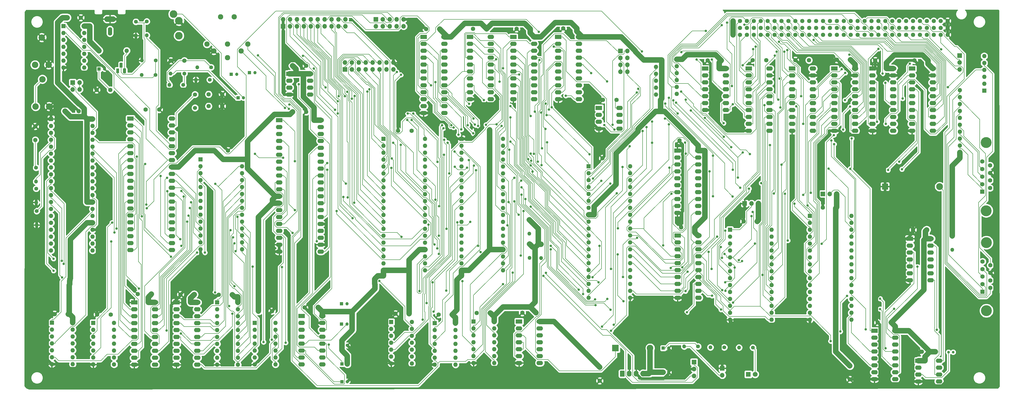
<source format=gbl>
G04 #@! TF.GenerationSoftware,KiCad,Pcbnew,(5.1.5)-3*
G04 #@! TF.CreationDate,2021-01-05T18:48:48-06:00*
G04 #@! TF.ProjectId,SBC,5342432e-6b69-4636-9164-5f7063625858,rev?*
G04 #@! TF.SameCoordinates,Original*
G04 #@! TF.FileFunction,Copper,L2,Bot*
G04 #@! TF.FilePolarity,Positive*
%FSLAX46Y46*%
G04 Gerber Fmt 4.6, Leading zero omitted, Abs format (unit mm)*
G04 Created by KiCad (PCBNEW (5.1.5)-3) date 2021-01-05 18:48:48*
%MOMM*%
%LPD*%
G04 APERTURE LIST*
%ADD10O,1.700000X1.700000*%
%ADD11R,1.700000X1.700000*%
%ADD12C,2.500000*%
%ADD13R,2.170000X2.170000*%
%ADD14C,2.800000*%
%ADD15O,4.200000X2.100000*%
%ADD16O,1.550000X3.100000*%
%ADD17O,2.400000X1.600000*%
%ADD18R,2.400000X1.600000*%
%ADD19C,1.550000*%
%ADD20C,0.150000*%
%ADD21R,1.100000X1.800000*%
%ADD22C,1.600000*%
%ADD23C,1.500000*%
%ADD24C,1.000000*%
%ADD25O,1.600000X1.600000*%
%ADD26R,1.600000X1.600000*%
%ADD27C,2.340000*%
%ADD28O,1.400000X1.400000*%
%ADD29C,1.400000*%
%ADD30O,1.740000X2.200000*%
%ADD31C,1.950000*%
%ADD32C,4.000000*%
%ADD33C,1.800000*%
%ADD34R,1.800000X1.800000*%
%ADD35O,2.400000X2.400000*%
%ADD36R,2.400000X2.400000*%
%ADD37C,1.200000*%
%ADD38R,1.200000X1.200000*%
%ADD39C,0.889000*%
%ADD40C,1.000000*%
%ADD41C,2.000000*%
%ADD42C,0.203200*%
%ADD43C,0.254000*%
G04 APERTURE END LIST*
D10*
X145760000Y-74560000D03*
X145760000Y-77100000D03*
X143220000Y-74560000D03*
X143220000Y-77100000D03*
X140680000Y-74560000D03*
X140680000Y-77100000D03*
X138140000Y-74560000D03*
X138140000Y-77100000D03*
X135600000Y-74560000D03*
X135600000Y-77100000D03*
X133060000Y-74560000D03*
X133060000Y-77100000D03*
X130520000Y-74560000D03*
X130520000Y-77100000D03*
X127980000Y-74560000D03*
X127980000Y-77100000D03*
X125440000Y-74560000D03*
X125440000Y-77100000D03*
X122900000Y-74560000D03*
D11*
X122900000Y-77100000D03*
D10*
X163380000Y-90360000D03*
X163380000Y-92900000D03*
X160840000Y-90360000D03*
X160840000Y-92900000D03*
X158300000Y-90360000D03*
X158300000Y-92900000D03*
X155760000Y-90360000D03*
X155760000Y-92900000D03*
X153220000Y-90360000D03*
X153220000Y-92900000D03*
X150680000Y-90360000D03*
X150680000Y-92900000D03*
X148140000Y-90360000D03*
X148140000Y-92900000D03*
X145600000Y-90360000D03*
D11*
X145600000Y-92900000D03*
D12*
X363800000Y-135900000D03*
D13*
X343800000Y-135900000D03*
D14*
X84700000Y-80500000D03*
X84700000Y-75000000D03*
X82700000Y-72600000D03*
D15*
X59400000Y-74400000D03*
D16*
X59400000Y-78900000D03*
D17*
X285420000Y-92600000D03*
X277800000Y-107840000D03*
X285420000Y-95140000D03*
X277800000Y-105300000D03*
X285420000Y-97680000D03*
X277800000Y-102760000D03*
X285420000Y-100220000D03*
X277800000Y-100220000D03*
X285420000Y-102760000D03*
X277800000Y-97680000D03*
X285420000Y-105300000D03*
X277800000Y-95140000D03*
X285420000Y-107840000D03*
D18*
X277800000Y-92600000D03*
D19*
X366740000Y-80180000D03*
X364200000Y-80180000D03*
X361660000Y-80180000D03*
X359120000Y-80180000D03*
X356580000Y-80180000D03*
X354040000Y-80180000D03*
X351500000Y-80180000D03*
X348960000Y-80180000D03*
X346420000Y-80180000D03*
X343880000Y-80180000D03*
X341340000Y-80180000D03*
X338800000Y-80180000D03*
X336260000Y-80180000D03*
X333720000Y-80180000D03*
X331180000Y-80180000D03*
X328640000Y-80180000D03*
X326100000Y-80180000D03*
X323560000Y-80180000D03*
X321020000Y-80180000D03*
X318480000Y-80180000D03*
X315940000Y-80180000D03*
X313400000Y-80180000D03*
X310860000Y-80180000D03*
X308320000Y-80180000D03*
X305780000Y-80180000D03*
X303240000Y-80180000D03*
X300700000Y-80180000D03*
X298160000Y-80180000D03*
X295620000Y-80180000D03*
X293080000Y-80180000D03*
X290540000Y-80180000D03*
X288000000Y-80180000D03*
X366740000Y-77640000D03*
X364200000Y-77640000D03*
X361660000Y-77640000D03*
X359120000Y-77640000D03*
X356580000Y-77640000D03*
X354040000Y-77640000D03*
X351500000Y-77640000D03*
X348960000Y-77640000D03*
X346420000Y-77640000D03*
X343880000Y-77640000D03*
X341340000Y-77640000D03*
X338800000Y-77640000D03*
X336260000Y-77640000D03*
X333720000Y-77640000D03*
X331180000Y-77640000D03*
X328640000Y-77640000D03*
X326100000Y-77640000D03*
X323560000Y-77640000D03*
X321020000Y-77640000D03*
X318480000Y-77640000D03*
X315940000Y-77640000D03*
X313400000Y-77640000D03*
X310860000Y-77640000D03*
X308320000Y-77640000D03*
X305780000Y-77640000D03*
X303240000Y-77640000D03*
X300700000Y-77640000D03*
X298160000Y-77640000D03*
X295620000Y-77640000D03*
X293080000Y-77640000D03*
X290540000Y-77640000D03*
X288000000Y-77640000D03*
X366740000Y-75100000D03*
X364200000Y-75100000D03*
X361660000Y-75100000D03*
X359120000Y-75100000D03*
X356580000Y-75100000D03*
X354040000Y-75100000D03*
X351500000Y-75100000D03*
X348960000Y-75100000D03*
X346420000Y-75100000D03*
X343880000Y-75100000D03*
X341340000Y-75100000D03*
X338800000Y-75100000D03*
X336260000Y-75100000D03*
X333720000Y-75100000D03*
X331180000Y-75100000D03*
X328640000Y-75100000D03*
X326100000Y-75100000D03*
X323560000Y-75100000D03*
X321020000Y-75100000D03*
X318480000Y-75100000D03*
X315940000Y-75100000D03*
X313400000Y-75100000D03*
X310860000Y-75100000D03*
X308320000Y-75100000D03*
X305780000Y-75100000D03*
X303240000Y-75100000D03*
X300700000Y-75100000D03*
X298160000Y-75100000D03*
X295620000Y-75100000D03*
X293080000Y-75100000D03*
X290540000Y-75100000D03*
G04 #@! TA.AperFunction,ComponentPad*
D20*
G36*
X288549910Y-74326202D02*
G01*
X288574135Y-74329795D01*
X288597891Y-74335746D01*
X288620949Y-74343996D01*
X288643087Y-74354467D01*
X288664093Y-74367057D01*
X288683763Y-74381645D01*
X288701908Y-74398092D01*
X288718355Y-74416237D01*
X288732943Y-74435907D01*
X288745533Y-74456913D01*
X288756004Y-74479051D01*
X288764254Y-74502109D01*
X288770205Y-74525865D01*
X288773798Y-74550090D01*
X288775000Y-74574550D01*
X288775000Y-75625450D01*
X288773798Y-75649910D01*
X288770205Y-75674135D01*
X288764254Y-75697891D01*
X288756004Y-75720949D01*
X288745533Y-75743087D01*
X288732943Y-75764093D01*
X288718355Y-75783763D01*
X288701908Y-75801908D01*
X288683763Y-75818355D01*
X288664093Y-75832943D01*
X288643087Y-75845533D01*
X288620949Y-75856004D01*
X288597891Y-75864254D01*
X288574135Y-75870205D01*
X288549910Y-75873798D01*
X288525450Y-75875000D01*
X287474550Y-75875000D01*
X287450090Y-75873798D01*
X287425865Y-75870205D01*
X287402109Y-75864254D01*
X287379051Y-75856004D01*
X287356913Y-75845533D01*
X287335907Y-75832943D01*
X287316237Y-75818355D01*
X287298092Y-75801908D01*
X287281645Y-75783763D01*
X287267057Y-75764093D01*
X287254467Y-75743087D01*
X287243996Y-75720949D01*
X287235746Y-75697891D01*
X287229795Y-75674135D01*
X287226202Y-75649910D01*
X287225000Y-75625450D01*
X287225000Y-74574550D01*
X287226202Y-74550090D01*
X287229795Y-74525865D01*
X287235746Y-74502109D01*
X287243996Y-74479051D01*
X287254467Y-74456913D01*
X287267057Y-74435907D01*
X287281645Y-74416237D01*
X287298092Y-74398092D01*
X287316237Y-74381645D01*
X287335907Y-74367057D01*
X287356913Y-74354467D01*
X287379051Y-74343996D01*
X287402109Y-74335746D01*
X287425865Y-74329795D01*
X287450090Y-74326202D01*
X287474550Y-74325000D01*
X288525450Y-74325000D01*
X288549910Y-74326202D01*
G37*
G04 #@! TD.AperFunction*
D21*
X62200000Y-93400000D03*
G04 #@! TA.AperFunction,ComponentPad*
D20*
G36*
X65041955Y-92501324D02*
G01*
X65068650Y-92505284D01*
X65094828Y-92511841D01*
X65120238Y-92520933D01*
X65144634Y-92532472D01*
X65167782Y-92546346D01*
X65189458Y-92562422D01*
X65209454Y-92580546D01*
X65227578Y-92600542D01*
X65243654Y-92622218D01*
X65257528Y-92645366D01*
X65269067Y-92669762D01*
X65278159Y-92695172D01*
X65284716Y-92721350D01*
X65288676Y-92748045D01*
X65290000Y-92775000D01*
X65290000Y-94025000D01*
X65288676Y-94051955D01*
X65284716Y-94078650D01*
X65278159Y-94104828D01*
X65269067Y-94130238D01*
X65257528Y-94154634D01*
X65243654Y-94177782D01*
X65227578Y-94199458D01*
X65209454Y-94219454D01*
X65189458Y-94237578D01*
X65167782Y-94253654D01*
X65144634Y-94267528D01*
X65120238Y-94279067D01*
X65094828Y-94288159D01*
X65068650Y-94294716D01*
X65041955Y-94298676D01*
X65015000Y-94300000D01*
X64465000Y-94300000D01*
X64438045Y-94298676D01*
X64411350Y-94294716D01*
X64385172Y-94288159D01*
X64359762Y-94279067D01*
X64335366Y-94267528D01*
X64312218Y-94253654D01*
X64290542Y-94237578D01*
X64270546Y-94219454D01*
X64252422Y-94199458D01*
X64236346Y-94177782D01*
X64222472Y-94154634D01*
X64210933Y-94130238D01*
X64201841Y-94104828D01*
X64195284Y-94078650D01*
X64191324Y-94051955D01*
X64190000Y-94025000D01*
X64190000Y-92775000D01*
X64191324Y-92748045D01*
X64195284Y-92721350D01*
X64201841Y-92695172D01*
X64210933Y-92669762D01*
X64222472Y-92645366D01*
X64236346Y-92622218D01*
X64252422Y-92600542D01*
X64270546Y-92580546D01*
X64290542Y-92562422D01*
X64312218Y-92546346D01*
X64335366Y-92532472D01*
X64359762Y-92520933D01*
X64385172Y-92511841D01*
X64411350Y-92505284D01*
X64438045Y-92501324D01*
X64465000Y-92500000D01*
X65015000Y-92500000D01*
X65041955Y-92501324D01*
G37*
G04 #@! TD.AperFunction*
G04 #@! TA.AperFunction,ComponentPad*
G36*
X63771955Y-90431324D02*
G01*
X63798650Y-90435284D01*
X63824828Y-90441841D01*
X63850238Y-90450933D01*
X63874634Y-90462472D01*
X63897782Y-90476346D01*
X63919458Y-90492422D01*
X63939454Y-90510546D01*
X63957578Y-90530542D01*
X63973654Y-90552218D01*
X63987528Y-90575366D01*
X63999067Y-90599762D01*
X64008159Y-90625172D01*
X64014716Y-90651350D01*
X64018676Y-90678045D01*
X64020000Y-90705000D01*
X64020000Y-91955000D01*
X64018676Y-91981955D01*
X64014716Y-92008650D01*
X64008159Y-92034828D01*
X63999067Y-92060238D01*
X63987528Y-92084634D01*
X63973654Y-92107782D01*
X63957578Y-92129458D01*
X63939454Y-92149454D01*
X63919458Y-92167578D01*
X63897782Y-92183654D01*
X63874634Y-92197528D01*
X63850238Y-92209067D01*
X63824828Y-92218159D01*
X63798650Y-92224716D01*
X63771955Y-92228676D01*
X63745000Y-92230000D01*
X63195000Y-92230000D01*
X63168045Y-92228676D01*
X63141350Y-92224716D01*
X63115172Y-92218159D01*
X63089762Y-92209067D01*
X63065366Y-92197528D01*
X63042218Y-92183654D01*
X63020542Y-92167578D01*
X63000546Y-92149454D01*
X62982422Y-92129458D01*
X62966346Y-92107782D01*
X62952472Y-92084634D01*
X62940933Y-92060238D01*
X62931841Y-92034828D01*
X62925284Y-92008650D01*
X62921324Y-91981955D01*
X62920000Y-91955000D01*
X62920000Y-90705000D01*
X62921324Y-90678045D01*
X62925284Y-90651350D01*
X62931841Y-90625172D01*
X62940933Y-90599762D01*
X62952472Y-90575366D01*
X62966346Y-90552218D01*
X62982422Y-90530542D01*
X63000546Y-90510546D01*
X63020542Y-90492422D01*
X63042218Y-90476346D01*
X63065366Y-90462472D01*
X63089762Y-90450933D01*
X63115172Y-90441841D01*
X63141350Y-90435284D01*
X63168045Y-90431324D01*
X63195000Y-90430000D01*
X63745000Y-90430000D01*
X63771955Y-90431324D01*
G37*
G04 #@! TD.AperFunction*
D22*
X340200000Y-89600000D03*
X345200000Y-89600000D03*
X326100000Y-89300000D03*
X331100000Y-89300000D03*
X357300000Y-196500000D03*
X362300000Y-196500000D03*
X354600000Y-89600000D03*
X359600000Y-89600000D03*
X341100000Y-185800000D03*
X346100000Y-185800000D03*
D23*
X90600000Y-102100000D03*
X90600000Y-107000000D03*
D22*
X131400000Y-108500000D03*
X126400000Y-108500000D03*
X47900000Y-108200000D03*
X42900000Y-108200000D03*
X85300000Y-175500000D03*
X90300000Y-175500000D03*
X48700000Y-73900000D03*
X43700000Y-73900000D03*
X131400000Y-91500000D03*
X126400000Y-91500000D03*
X77500000Y-107600000D03*
X72500000Y-107600000D03*
X130800000Y-180300000D03*
X135800000Y-180300000D03*
X102700000Y-122700000D03*
X97700000Y-122700000D03*
X165100000Y-115400000D03*
X170100000Y-115400000D03*
D24*
X368800000Y-196700000D03*
X367100000Y-196700000D03*
D25*
X186220000Y-186000000D03*
X178600000Y-201240000D03*
X186220000Y-188540000D03*
X178600000Y-198700000D03*
X186220000Y-191080000D03*
X178600000Y-196160000D03*
X186220000Y-193620000D03*
X178600000Y-193620000D03*
X186220000Y-196160000D03*
X178600000Y-191080000D03*
X186220000Y-198700000D03*
X178600000Y-188540000D03*
X186220000Y-201240000D03*
D26*
X178600000Y-186000000D03*
D25*
X175040000Y-118400000D03*
X159800000Y-166660000D03*
X175040000Y-120940000D03*
X159800000Y-164120000D03*
X175040000Y-123480000D03*
X159800000Y-161580000D03*
X175040000Y-126020000D03*
X159800000Y-159040000D03*
X175040000Y-128560000D03*
X159800000Y-156500000D03*
X175040000Y-131100000D03*
X159800000Y-153960000D03*
X175040000Y-133640000D03*
X159800000Y-151420000D03*
X175040000Y-136180000D03*
X159800000Y-148880000D03*
X175040000Y-138720000D03*
X159800000Y-146340000D03*
X175040000Y-141260000D03*
X159800000Y-143800000D03*
X175040000Y-143800000D03*
X159800000Y-141260000D03*
X175040000Y-146340000D03*
X159800000Y-138720000D03*
X175040000Y-148880000D03*
X159800000Y-136180000D03*
X175040000Y-151420000D03*
X159800000Y-133640000D03*
X175040000Y-153960000D03*
X159800000Y-131100000D03*
X175040000Y-156500000D03*
X159800000Y-128560000D03*
X175040000Y-159040000D03*
X159800000Y-126020000D03*
X175040000Y-161580000D03*
X159800000Y-123480000D03*
X175040000Y-164120000D03*
X159800000Y-120940000D03*
X175040000Y-166660000D03*
D26*
X159800000Y-118400000D03*
D25*
X203640000Y-118400000D03*
X188400000Y-166660000D03*
X203640000Y-120940000D03*
X188400000Y-164120000D03*
X203640000Y-123480000D03*
X188400000Y-161580000D03*
X203640000Y-126020000D03*
X188400000Y-159040000D03*
X203640000Y-128560000D03*
X188400000Y-156500000D03*
X203640000Y-131100000D03*
X188400000Y-153960000D03*
X203640000Y-133640000D03*
X188400000Y-151420000D03*
X203640000Y-136180000D03*
X188400000Y-148880000D03*
X203640000Y-138720000D03*
X188400000Y-146340000D03*
X203640000Y-141260000D03*
X188400000Y-143800000D03*
X203640000Y-143800000D03*
X188400000Y-141260000D03*
X203640000Y-146340000D03*
X188400000Y-138720000D03*
X203640000Y-148880000D03*
X188400000Y-136180000D03*
X203640000Y-151420000D03*
X188400000Y-133640000D03*
X203640000Y-153960000D03*
X188400000Y-131100000D03*
X203640000Y-156500000D03*
X188400000Y-128560000D03*
X203640000Y-159040000D03*
X188400000Y-126020000D03*
X203640000Y-161580000D03*
X188400000Y-123480000D03*
X203640000Y-164120000D03*
X188400000Y-120940000D03*
X203640000Y-166660000D03*
D26*
X188400000Y-118400000D03*
D25*
X53040000Y-111100000D03*
X37800000Y-159360000D03*
X53040000Y-113640000D03*
X37800000Y-156820000D03*
X53040000Y-116180000D03*
X37800000Y-154280000D03*
X53040000Y-118720000D03*
X37800000Y-151740000D03*
X53040000Y-121260000D03*
X37800000Y-149200000D03*
X53040000Y-123800000D03*
X37800000Y-146660000D03*
X53040000Y-126340000D03*
X37800000Y-144120000D03*
X53040000Y-128880000D03*
X37800000Y-141580000D03*
X53040000Y-131420000D03*
X37800000Y-139040000D03*
X53040000Y-133960000D03*
X37800000Y-136500000D03*
X53040000Y-136500000D03*
X37800000Y-133960000D03*
X53040000Y-139040000D03*
X37800000Y-131420000D03*
X53040000Y-141580000D03*
X37800000Y-128880000D03*
X53040000Y-144120000D03*
X37800000Y-126340000D03*
X53040000Y-146660000D03*
X37800000Y-123800000D03*
X53040000Y-149200000D03*
X37800000Y-121260000D03*
X53040000Y-151740000D03*
X37800000Y-118720000D03*
X53040000Y-154280000D03*
X37800000Y-116180000D03*
X53040000Y-156820000D03*
X37800000Y-113640000D03*
X53040000Y-159360000D03*
D26*
X37800000Y-111100000D03*
D25*
X45720000Y-185850000D03*
X38100000Y-201090000D03*
X45720000Y-188390000D03*
X38100000Y-198550000D03*
X45720000Y-190930000D03*
X38100000Y-196010000D03*
X45720000Y-193470000D03*
X38100000Y-193470000D03*
X45720000Y-196010000D03*
X38100000Y-190930000D03*
X45720000Y-198550000D03*
X38100000Y-188390000D03*
X45720000Y-201090000D03*
D26*
X38100000Y-185850000D03*
D25*
X49920000Y-77000000D03*
X42300000Y-92240000D03*
X49920000Y-79540000D03*
X42300000Y-89700000D03*
X49920000Y-82080000D03*
X42300000Y-87160000D03*
X49920000Y-84620000D03*
X42300000Y-84620000D03*
X49920000Y-87160000D03*
X42300000Y-82080000D03*
X49920000Y-89700000D03*
X42300000Y-79540000D03*
X49920000Y-92240000D03*
D26*
X42300000Y-77000000D03*
D25*
X60920000Y-185950000D03*
X53300000Y-201190000D03*
X60920000Y-188490000D03*
X53300000Y-198650000D03*
X60920000Y-191030000D03*
X53300000Y-196110000D03*
X60920000Y-193570000D03*
X53300000Y-193570000D03*
X60920000Y-196110000D03*
X53300000Y-191030000D03*
X60920000Y-198650000D03*
X53300000Y-188490000D03*
X60920000Y-201190000D03*
D26*
X53300000Y-185950000D03*
D25*
X107840000Y-125900000D03*
X92600000Y-158920000D03*
X107840000Y-128440000D03*
X92600000Y-156380000D03*
X107840000Y-130980000D03*
X92600000Y-153840000D03*
X107840000Y-133520000D03*
X92600000Y-151300000D03*
X107840000Y-136060000D03*
X92600000Y-148760000D03*
X107840000Y-138600000D03*
X92600000Y-146220000D03*
X107840000Y-141140000D03*
X92600000Y-143680000D03*
X107840000Y-143680000D03*
X92600000Y-141140000D03*
X107840000Y-146220000D03*
X92600000Y-138600000D03*
X107840000Y-148760000D03*
X92600000Y-136060000D03*
X107840000Y-151300000D03*
X92600000Y-133520000D03*
X107840000Y-153840000D03*
X92600000Y-130980000D03*
X107840000Y-156380000D03*
X92600000Y-128440000D03*
X107840000Y-158920000D03*
D26*
X92600000Y-125900000D03*
D25*
X120120000Y-185950000D03*
X112500000Y-201190000D03*
X120120000Y-188490000D03*
X112500000Y-198650000D03*
X120120000Y-191030000D03*
X112500000Y-196110000D03*
X120120000Y-193570000D03*
X112500000Y-193570000D03*
X120120000Y-196110000D03*
X112500000Y-191030000D03*
X120120000Y-198650000D03*
X112500000Y-188490000D03*
X120120000Y-201190000D03*
D26*
X112500000Y-185950000D03*
D25*
X106320000Y-178450000D03*
X98700000Y-201310000D03*
X106320000Y-180990000D03*
X98700000Y-198770000D03*
X106320000Y-183530000D03*
X98700000Y-196230000D03*
X106320000Y-186070000D03*
X98700000Y-193690000D03*
X106320000Y-188610000D03*
X98700000Y-191150000D03*
X106320000Y-191150000D03*
X98700000Y-188610000D03*
X106320000Y-193690000D03*
X98700000Y-186070000D03*
X106320000Y-196230000D03*
X98700000Y-183530000D03*
X106320000Y-198770000D03*
X98700000Y-180990000D03*
X106320000Y-201310000D03*
D26*
X98700000Y-178450000D03*
D17*
X91420000Y-178450000D03*
X83800000Y-201310000D03*
X91420000Y-180990000D03*
X83800000Y-198770000D03*
X91420000Y-183530000D03*
X83800000Y-196230000D03*
X91420000Y-186070000D03*
X83800000Y-193690000D03*
X91420000Y-188610000D03*
X83800000Y-191150000D03*
X91420000Y-191150000D03*
X83800000Y-188610000D03*
X91420000Y-193690000D03*
X83800000Y-186070000D03*
X91420000Y-196230000D03*
X83800000Y-183530000D03*
X91420000Y-198770000D03*
X83800000Y-180990000D03*
X91420000Y-201310000D03*
D18*
X83800000Y-178450000D03*
D17*
X75920000Y-178450000D03*
X68300000Y-201310000D03*
X75920000Y-180990000D03*
X68300000Y-198770000D03*
X75920000Y-183530000D03*
X68300000Y-196230000D03*
X75920000Y-186070000D03*
X68300000Y-193690000D03*
X75920000Y-188610000D03*
X68300000Y-191150000D03*
X75920000Y-191150000D03*
X68300000Y-188610000D03*
X75920000Y-193690000D03*
X68300000Y-186070000D03*
X75920000Y-196230000D03*
X68300000Y-183530000D03*
X75920000Y-198770000D03*
X68300000Y-180990000D03*
X75920000Y-201310000D03*
D18*
X68300000Y-178450000D03*
D17*
X82140000Y-110950000D03*
X66900000Y-159210000D03*
X82140000Y-113490000D03*
X66900000Y-156670000D03*
X82140000Y-116030000D03*
X66900000Y-154130000D03*
X82140000Y-118570000D03*
X66900000Y-151590000D03*
X82140000Y-121110000D03*
X66900000Y-149050000D03*
X82140000Y-123650000D03*
X66900000Y-146510000D03*
X82140000Y-126190000D03*
X66900000Y-143970000D03*
X82140000Y-128730000D03*
X66900000Y-141430000D03*
X82140000Y-131270000D03*
X66900000Y-138890000D03*
X82140000Y-133810000D03*
X66900000Y-136350000D03*
X82140000Y-136350000D03*
X66900000Y-133810000D03*
X82140000Y-138890000D03*
X66900000Y-131270000D03*
X82140000Y-141430000D03*
X66900000Y-128730000D03*
X82140000Y-143970000D03*
X66900000Y-126190000D03*
X82140000Y-146510000D03*
X66900000Y-123650000D03*
X82140000Y-149050000D03*
X66900000Y-121110000D03*
X82140000Y-151590000D03*
X66900000Y-118570000D03*
X82140000Y-154130000D03*
X66900000Y-116030000D03*
X82140000Y-156670000D03*
X66900000Y-113490000D03*
X82140000Y-159210000D03*
D18*
X66900000Y-110950000D03*
D17*
X301420000Y-92600000D03*
X293800000Y-115460000D03*
X301420000Y-95140000D03*
X293800000Y-112920000D03*
X301420000Y-97680000D03*
X293800000Y-110380000D03*
X301420000Y-100220000D03*
X293800000Y-107840000D03*
X301420000Y-102760000D03*
X293800000Y-105300000D03*
X301420000Y-105300000D03*
X293800000Y-102760000D03*
X301420000Y-107840000D03*
X293800000Y-100220000D03*
X301420000Y-110380000D03*
X293800000Y-97680000D03*
X301420000Y-112920000D03*
X293800000Y-95140000D03*
X301420000Y-115460000D03*
D18*
X293800000Y-92600000D03*
D17*
X317320000Y-92600000D03*
X309700000Y-115460000D03*
X317320000Y-95140000D03*
X309700000Y-112920000D03*
X317320000Y-97680000D03*
X309700000Y-110380000D03*
X317320000Y-100220000D03*
X309700000Y-107840000D03*
X317320000Y-102760000D03*
X309700000Y-105300000D03*
X317320000Y-105300000D03*
X309700000Y-102760000D03*
X317320000Y-107840000D03*
X309700000Y-100220000D03*
X317320000Y-110380000D03*
X309700000Y-97680000D03*
X317320000Y-112920000D03*
X309700000Y-95140000D03*
X317320000Y-115460000D03*
D18*
X309700000Y-92600000D03*
D17*
X332820000Y-92600000D03*
X325200000Y-115460000D03*
X332820000Y-95140000D03*
X325200000Y-112920000D03*
X332820000Y-97680000D03*
X325200000Y-110380000D03*
X332820000Y-100220000D03*
X325200000Y-107840000D03*
X332820000Y-102760000D03*
X325200000Y-105300000D03*
X332820000Y-105300000D03*
X325200000Y-102760000D03*
X332820000Y-107840000D03*
X325200000Y-100220000D03*
X332820000Y-110380000D03*
X325200000Y-97680000D03*
X332820000Y-112920000D03*
X325200000Y-95140000D03*
X332820000Y-115460000D03*
D18*
X325200000Y-92600000D03*
D17*
X346820000Y-92600000D03*
X339200000Y-115460000D03*
X346820000Y-95140000D03*
X339200000Y-112920000D03*
X346820000Y-97680000D03*
X339200000Y-110380000D03*
X346820000Y-100220000D03*
X339200000Y-107840000D03*
X346820000Y-102760000D03*
X339200000Y-105300000D03*
X346820000Y-105300000D03*
X339200000Y-102760000D03*
X346820000Y-107840000D03*
X339200000Y-100220000D03*
X346820000Y-110380000D03*
X339200000Y-97680000D03*
X346820000Y-112920000D03*
X339200000Y-95140000D03*
X346820000Y-115460000D03*
D18*
X339200000Y-92600000D03*
D17*
X361320000Y-92600000D03*
X353700000Y-115460000D03*
X361320000Y-95140000D03*
X353700000Y-112920000D03*
X361320000Y-97680000D03*
X353700000Y-110380000D03*
X361320000Y-100220000D03*
X353700000Y-107840000D03*
X361320000Y-102760000D03*
X353700000Y-105300000D03*
X361320000Y-105300000D03*
X353700000Y-102760000D03*
X361320000Y-107840000D03*
X353700000Y-100220000D03*
X361320000Y-110380000D03*
X353700000Y-97680000D03*
X361320000Y-112920000D03*
X353700000Y-95140000D03*
X361320000Y-115460000D03*
D18*
X353700000Y-92600000D03*
D17*
X199120000Y-80960000D03*
X191500000Y-103820000D03*
X199120000Y-83500000D03*
X191500000Y-101280000D03*
X199120000Y-86040000D03*
X191500000Y-98740000D03*
X199120000Y-88580000D03*
X191500000Y-96200000D03*
X199120000Y-91120000D03*
X191500000Y-93660000D03*
X199120000Y-93660000D03*
X191500000Y-91120000D03*
X199120000Y-96200000D03*
X191500000Y-88580000D03*
X199120000Y-98740000D03*
X191500000Y-86040000D03*
X199120000Y-101280000D03*
X191500000Y-83500000D03*
X199120000Y-103820000D03*
D18*
X191500000Y-80960000D03*
D17*
X182120000Y-80960000D03*
X174500000Y-108900000D03*
X182120000Y-83500000D03*
X174500000Y-106360000D03*
X182120000Y-86040000D03*
X174500000Y-103820000D03*
X182120000Y-88580000D03*
X174500000Y-101280000D03*
X182120000Y-91120000D03*
X174500000Y-98740000D03*
X182120000Y-93660000D03*
X174500000Y-96200000D03*
X182120000Y-96200000D03*
X174500000Y-93660000D03*
X182120000Y-98740000D03*
X174500000Y-91120000D03*
X182120000Y-101280000D03*
X174500000Y-88580000D03*
X182120000Y-103820000D03*
X174500000Y-86040000D03*
X182120000Y-106360000D03*
X174500000Y-83500000D03*
X182120000Y-108900000D03*
D18*
X174500000Y-80960000D03*
D17*
X215020000Y-80960000D03*
X207400000Y-103820000D03*
X215020000Y-83500000D03*
X207400000Y-101280000D03*
X215020000Y-86040000D03*
X207400000Y-98740000D03*
X215020000Y-88580000D03*
X207400000Y-96200000D03*
X215020000Y-91120000D03*
X207400000Y-93660000D03*
X215020000Y-93660000D03*
X207400000Y-91120000D03*
X215020000Y-96200000D03*
X207400000Y-88580000D03*
X215020000Y-98740000D03*
X207400000Y-86040000D03*
X215020000Y-101280000D03*
X207400000Y-83500000D03*
X215020000Y-103820000D03*
D18*
X207400000Y-80960000D03*
D17*
X231520000Y-80960000D03*
X223900000Y-103820000D03*
X231520000Y-83500000D03*
X223900000Y-101280000D03*
X231520000Y-86040000D03*
X223900000Y-98740000D03*
X231520000Y-88580000D03*
X223900000Y-96200000D03*
X231520000Y-91120000D03*
X223900000Y-93660000D03*
X231520000Y-93660000D03*
X223900000Y-91120000D03*
X231520000Y-96200000D03*
X223900000Y-88580000D03*
X231520000Y-98740000D03*
X223900000Y-86040000D03*
X231520000Y-101280000D03*
X223900000Y-83500000D03*
X231520000Y-103820000D03*
D18*
X223900000Y-80960000D03*
D17*
X137320000Y-183400000D03*
X129700000Y-201180000D03*
X137320000Y-185940000D03*
X129700000Y-198640000D03*
X137320000Y-188480000D03*
X129700000Y-196100000D03*
X137320000Y-191020000D03*
X129700000Y-193560000D03*
X137320000Y-193560000D03*
X129700000Y-191020000D03*
X137320000Y-196100000D03*
X129700000Y-188480000D03*
X137320000Y-198640000D03*
X129700000Y-185940000D03*
X137320000Y-201180000D03*
D18*
X129700000Y-183400000D03*
D17*
X363620000Y-199800000D03*
X356000000Y-207420000D03*
X363620000Y-202340000D03*
X356000000Y-204880000D03*
X363620000Y-204880000D03*
X356000000Y-202340000D03*
X363620000Y-207420000D03*
D18*
X356000000Y-199800000D03*
D17*
X347520000Y-188800000D03*
X339900000Y-206580000D03*
X347520000Y-191340000D03*
X339900000Y-204040000D03*
X347520000Y-193880000D03*
X339900000Y-201500000D03*
X347520000Y-196420000D03*
X339900000Y-198960000D03*
X347520000Y-198960000D03*
X339900000Y-196420000D03*
X347520000Y-201500000D03*
X339900000Y-193880000D03*
X347520000Y-204040000D03*
X339900000Y-191340000D03*
X347520000Y-206580000D03*
D18*
X339900000Y-188800000D03*
D17*
X136740000Y-111500000D03*
X121500000Y-159760000D03*
X136740000Y-114040000D03*
X121500000Y-157220000D03*
X136740000Y-116580000D03*
X121500000Y-154680000D03*
X136740000Y-119120000D03*
X121500000Y-152140000D03*
X136740000Y-121660000D03*
X121500000Y-149600000D03*
X136740000Y-124200000D03*
X121500000Y-147060000D03*
X136740000Y-126740000D03*
X121500000Y-144520000D03*
X136740000Y-129280000D03*
X121500000Y-141980000D03*
X136740000Y-131820000D03*
X121500000Y-139440000D03*
X136740000Y-134360000D03*
X121500000Y-136900000D03*
X136740000Y-136900000D03*
X121500000Y-134360000D03*
X136740000Y-139440000D03*
X121500000Y-131820000D03*
X136740000Y-141980000D03*
X121500000Y-129280000D03*
X136740000Y-144520000D03*
X121500000Y-126740000D03*
X136740000Y-147060000D03*
X121500000Y-124200000D03*
X136740000Y-149600000D03*
X121500000Y-121660000D03*
X136740000Y-152140000D03*
X121500000Y-119120000D03*
X136740000Y-154680000D03*
X121500000Y-116580000D03*
X136740000Y-157220000D03*
X121500000Y-114040000D03*
X136740000Y-159760000D03*
D18*
X121500000Y-111500000D03*
D17*
X275320000Y-153850000D03*
X267700000Y-176710000D03*
X275320000Y-156390000D03*
X267700000Y-174170000D03*
X275320000Y-158930000D03*
X267700000Y-171630000D03*
X275320000Y-161470000D03*
X267700000Y-169090000D03*
X275320000Y-164010000D03*
X267700000Y-166550000D03*
X275320000Y-166550000D03*
X267700000Y-164010000D03*
X275320000Y-169090000D03*
X267700000Y-161470000D03*
X275320000Y-171630000D03*
X267700000Y-158930000D03*
X275320000Y-174170000D03*
X267700000Y-156390000D03*
X275320000Y-176710000D03*
D18*
X267700000Y-153850000D03*
D17*
X275220000Y-122700000D03*
X267600000Y-145560000D03*
X275220000Y-125240000D03*
X267600000Y-143020000D03*
X275220000Y-127780000D03*
X267600000Y-140480000D03*
X275220000Y-130320000D03*
X267600000Y-137940000D03*
X275220000Y-132860000D03*
X267600000Y-135400000D03*
X275220000Y-135400000D03*
X267600000Y-132860000D03*
X275220000Y-137940000D03*
X267600000Y-130320000D03*
X275220000Y-140480000D03*
X267600000Y-127780000D03*
X275220000Y-143020000D03*
X267600000Y-125240000D03*
X275220000Y-145560000D03*
D18*
X267600000Y-122700000D03*
D17*
X217120000Y-185400000D03*
X209500000Y-200640000D03*
X217120000Y-187940000D03*
X209500000Y-198100000D03*
X217120000Y-190480000D03*
X209500000Y-195560000D03*
X217120000Y-193020000D03*
X209500000Y-193020000D03*
X217120000Y-195560000D03*
X209500000Y-190480000D03*
X217120000Y-198100000D03*
X209500000Y-187940000D03*
X217120000Y-200640000D03*
D18*
X209500000Y-185400000D03*
D17*
X360520000Y-155000000D03*
X352900000Y-170240000D03*
X360520000Y-157540000D03*
X352900000Y-167700000D03*
X360520000Y-160080000D03*
X352900000Y-165160000D03*
X360520000Y-162620000D03*
X352900000Y-162620000D03*
X360520000Y-165160000D03*
X352900000Y-160080000D03*
X360520000Y-167700000D03*
X352900000Y-157540000D03*
X360520000Y-170240000D03*
D18*
X352900000Y-155000000D03*
D25*
X302140000Y-151750000D03*
X286900000Y-184770000D03*
X302140000Y-154290000D03*
X286900000Y-182230000D03*
X302140000Y-156830000D03*
X286900000Y-179690000D03*
X302140000Y-159370000D03*
X286900000Y-177150000D03*
X302140000Y-161910000D03*
X286900000Y-174610000D03*
X302140000Y-164450000D03*
X286900000Y-172070000D03*
X302140000Y-166990000D03*
X286900000Y-169530000D03*
X302140000Y-169530000D03*
X286900000Y-166990000D03*
X302140000Y-172070000D03*
X286900000Y-164450000D03*
X302140000Y-174610000D03*
X286900000Y-161910000D03*
X302140000Y-177150000D03*
X286900000Y-159370000D03*
X302140000Y-179690000D03*
X286900000Y-156830000D03*
X302140000Y-182230000D03*
X286900000Y-154290000D03*
X302140000Y-184770000D03*
D26*
X286900000Y-151750000D03*
D25*
X250240000Y-128450000D03*
X235000000Y-176710000D03*
X250240000Y-130990000D03*
X235000000Y-174170000D03*
X250240000Y-133530000D03*
X235000000Y-171630000D03*
X250240000Y-136070000D03*
X235000000Y-169090000D03*
X250240000Y-138610000D03*
X235000000Y-166550000D03*
X250240000Y-141150000D03*
X235000000Y-164010000D03*
X250240000Y-143690000D03*
X235000000Y-161470000D03*
X250240000Y-146230000D03*
X235000000Y-158930000D03*
X250240000Y-148770000D03*
X235000000Y-156390000D03*
X250240000Y-151310000D03*
X235000000Y-153850000D03*
X250240000Y-153850000D03*
X235000000Y-151310000D03*
X250240000Y-156390000D03*
X235000000Y-148770000D03*
X250240000Y-158930000D03*
X235000000Y-146230000D03*
X250240000Y-161470000D03*
X235000000Y-143690000D03*
X250240000Y-164010000D03*
X235000000Y-141150000D03*
X250240000Y-166550000D03*
X235000000Y-138610000D03*
X250240000Y-169090000D03*
X235000000Y-136070000D03*
X250240000Y-171630000D03*
X235000000Y-133530000D03*
X250240000Y-174170000D03*
X235000000Y-130990000D03*
X250240000Y-176710000D03*
D26*
X235000000Y-128450000D03*
D25*
X170220000Y-185600000D03*
X162600000Y-200840000D03*
X170220000Y-188140000D03*
X162600000Y-198300000D03*
X170220000Y-190680000D03*
X162600000Y-195760000D03*
X170220000Y-193220000D03*
X162600000Y-193220000D03*
X170220000Y-195760000D03*
X162600000Y-190680000D03*
X170220000Y-198300000D03*
X162600000Y-188140000D03*
X170220000Y-200840000D03*
D26*
X162600000Y-185600000D03*
D25*
X331440000Y-146700000D03*
X316200000Y-184800000D03*
X331440000Y-149240000D03*
X316200000Y-182260000D03*
X331440000Y-151780000D03*
X316200000Y-179720000D03*
X331440000Y-154320000D03*
X316200000Y-177180000D03*
X331440000Y-156860000D03*
X316200000Y-174640000D03*
X331440000Y-159400000D03*
X316200000Y-172100000D03*
X331440000Y-161940000D03*
X316200000Y-169560000D03*
X331440000Y-164480000D03*
X316200000Y-167020000D03*
X331440000Y-167020000D03*
X316200000Y-164480000D03*
X331440000Y-169560000D03*
X316200000Y-161940000D03*
X331440000Y-172100000D03*
X316200000Y-159400000D03*
X331440000Y-174640000D03*
X316200000Y-156860000D03*
X331440000Y-177180000D03*
X316200000Y-154320000D03*
X331440000Y-179720000D03*
X316200000Y-151780000D03*
X331440000Y-182260000D03*
X316200000Y-149240000D03*
X331440000Y-184800000D03*
D26*
X316200000Y-146700000D03*
D25*
X200420000Y-185400000D03*
X192800000Y-200640000D03*
X200420000Y-187940000D03*
X192800000Y-198100000D03*
X200420000Y-190480000D03*
X192800000Y-195560000D03*
X200420000Y-193020000D03*
X192800000Y-193020000D03*
X200420000Y-195560000D03*
X192800000Y-190480000D03*
X200420000Y-198100000D03*
X192800000Y-187940000D03*
X200420000Y-200640000D03*
D26*
X192800000Y-185400000D03*
D27*
X37100000Y-106500000D03*
X34600000Y-96500000D03*
X32100000Y-106500000D03*
X36900000Y-91200000D03*
X34400000Y-81200000D03*
X31900000Y-91200000D03*
D25*
X371300000Y-100540000D03*
X371300000Y-103080000D03*
X371300000Y-105620000D03*
X371300000Y-108160000D03*
X371300000Y-110700000D03*
X371300000Y-113240000D03*
X371300000Y-115780000D03*
X371300000Y-118320000D03*
X371300000Y-120860000D03*
D26*
X371300000Y-123400000D03*
D25*
X380200000Y-88000000D03*
X380200000Y-90540000D03*
X380200000Y-93080000D03*
X380200000Y-95620000D03*
X380200000Y-98160000D03*
D26*
X380200000Y-100700000D03*
D25*
X267400000Y-101900000D03*
X267400000Y-99360000D03*
X267400000Y-96820000D03*
X267400000Y-94280000D03*
X267400000Y-91740000D03*
D26*
X267400000Y-89200000D03*
D25*
X259800000Y-102100000D03*
X259800000Y-99560000D03*
X259800000Y-97020000D03*
X259800000Y-94480000D03*
X259800000Y-91940000D03*
D26*
X259800000Y-89400000D03*
D28*
X213300000Y-153180000D03*
D29*
X213300000Y-148100000D03*
D28*
X217600000Y-162180000D03*
D29*
X217600000Y-157100000D03*
D28*
X81220000Y-98600000D03*
D29*
X86300000Y-98600000D03*
D28*
X81620000Y-94400000D03*
D29*
X86700000Y-94400000D03*
D28*
X91420000Y-92100000D03*
D29*
X96500000Y-92100000D03*
D28*
X32300000Y-134080000D03*
D29*
X32300000Y-129000000D03*
D28*
X90920000Y-96700000D03*
D29*
X96000000Y-96700000D03*
D28*
X32315000Y-141715000D03*
D29*
X32315000Y-136635000D03*
D28*
X32500000Y-149980000D03*
D29*
X32500000Y-144900000D03*
D28*
X71020000Y-94900000D03*
D29*
X76100000Y-94900000D03*
D28*
X71120000Y-89600000D03*
D29*
X76200000Y-89600000D03*
D28*
X68900000Y-80480000D03*
D29*
X68900000Y-75400000D03*
D28*
X72900000Y-80380000D03*
D29*
X72900000Y-75300000D03*
D28*
X213400000Y-162080000D03*
D29*
X213400000Y-157000000D03*
D28*
X368500000Y-159080000D03*
D29*
X368500000Y-154000000D03*
D28*
X290220000Y-195000000D03*
D29*
X295300000Y-195000000D03*
D28*
X279720000Y-194900000D03*
D29*
X284800000Y-194900000D03*
D28*
X270120000Y-194600000D03*
D29*
X275200000Y-194600000D03*
D10*
X48240000Y-100240000D03*
X45700000Y-100240000D03*
X48240000Y-97700000D03*
D11*
X45700000Y-97700000D03*
D10*
X167160000Y-77040000D03*
X167160000Y-74500000D03*
X164620000Y-77040000D03*
X164620000Y-74500000D03*
X162080000Y-77040000D03*
X162080000Y-74500000D03*
X159540000Y-77040000D03*
X159540000Y-74500000D03*
X157000000Y-77040000D03*
D11*
X157000000Y-74500000D03*
D17*
X132820000Y-94500000D03*
X125200000Y-102120000D03*
X132820000Y-97040000D03*
X125200000Y-99580000D03*
X132820000Y-99580000D03*
X125200000Y-97040000D03*
X132820000Y-102120000D03*
D18*
X125200000Y-94500000D03*
D17*
X246420000Y-107000000D03*
X238800000Y-114620000D03*
X246420000Y-109540000D03*
X238800000Y-112080000D03*
X246420000Y-112080000D03*
X238800000Y-109540000D03*
X246420000Y-114620000D03*
D18*
X238800000Y-107000000D03*
D10*
X284100000Y-205140000D03*
D11*
X284100000Y-202600000D03*
D30*
X255020000Y-204600000D03*
X252480000Y-204600000D03*
X249940000Y-204600000D03*
G04 #@! TA.AperFunction,ComponentPad*
D20*
G36*
X248044505Y-203501204D02*
G01*
X248068773Y-203504804D01*
X248092572Y-203510765D01*
X248115671Y-203519030D01*
X248137850Y-203529520D01*
X248158893Y-203542132D01*
X248178599Y-203556747D01*
X248196777Y-203573223D01*
X248213253Y-203591401D01*
X248227868Y-203611107D01*
X248240480Y-203632150D01*
X248250970Y-203654329D01*
X248259235Y-203677428D01*
X248265196Y-203701227D01*
X248268796Y-203725495D01*
X248270000Y-203749999D01*
X248270000Y-205450001D01*
X248268796Y-205474505D01*
X248265196Y-205498773D01*
X248259235Y-205522572D01*
X248250970Y-205545671D01*
X248240480Y-205567850D01*
X248227868Y-205588893D01*
X248213253Y-205608599D01*
X248196777Y-205626777D01*
X248178599Y-205643253D01*
X248158893Y-205657868D01*
X248137850Y-205670480D01*
X248115671Y-205680970D01*
X248092572Y-205689235D01*
X248068773Y-205695196D01*
X248044505Y-205698796D01*
X248020001Y-205700000D01*
X246779999Y-205700000D01*
X246755495Y-205698796D01*
X246731227Y-205695196D01*
X246707428Y-205689235D01*
X246684329Y-205680970D01*
X246662150Y-205670480D01*
X246641107Y-205657868D01*
X246621401Y-205643253D01*
X246603223Y-205626777D01*
X246586747Y-205608599D01*
X246572132Y-205588893D01*
X246559520Y-205567850D01*
X246549030Y-205545671D01*
X246540765Y-205522572D01*
X246534804Y-205498773D01*
X246531204Y-205474505D01*
X246530000Y-205450001D01*
X246530000Y-203749999D01*
X246531204Y-203725495D01*
X246534804Y-203701227D01*
X246540765Y-203677428D01*
X246549030Y-203654329D01*
X246559520Y-203632150D01*
X246572132Y-203611107D01*
X246586747Y-203591401D01*
X246603223Y-203573223D01*
X246621401Y-203556747D01*
X246641107Y-203542132D01*
X246662150Y-203529520D01*
X246684329Y-203519030D01*
X246707428Y-203510765D01*
X246731227Y-203504804D01*
X246755495Y-203501204D01*
X246779999Y-203500000D01*
X248020001Y-203500000D01*
X248044505Y-203501204D01*
G37*
G04 #@! TD.AperFunction*
D25*
X65560000Y-86000000D03*
D22*
X55400000Y-86000000D03*
D10*
X371200000Y-92880000D03*
X371200000Y-90340000D03*
D11*
X371200000Y-87800000D03*
D10*
X297380000Y-142100000D03*
X294840000Y-142100000D03*
D11*
X292300000Y-142100000D03*
D10*
X326080000Y-138600000D03*
X323540000Y-138600000D03*
D11*
X321000000Y-138600000D03*
D10*
X273700000Y-205380000D03*
X273700000Y-202840000D03*
D11*
X273700000Y-200300000D03*
D31*
X102500000Y-83600000D03*
X97500000Y-86100000D03*
X95000000Y-83600000D03*
X107500000Y-86100000D03*
X110000000Y-83600000D03*
X105000000Y-73600000D03*
X100000000Y-73600000D03*
X102500000Y-88600000D03*
D32*
X381020000Y-156460000D03*
X381020000Y-181460000D03*
D22*
X382440000Y-164805000D03*
X382440000Y-167575000D03*
X382440000Y-170345000D03*
X382440000Y-173115000D03*
X379600000Y-163420000D03*
X379600000Y-166190000D03*
X379600000Y-168960000D03*
X379600000Y-171730000D03*
D26*
X379600000Y-174500000D03*
D32*
X380920000Y-119760000D03*
X380920000Y-144760000D03*
D22*
X382340000Y-128105000D03*
X382340000Y-130875000D03*
X382340000Y-133645000D03*
X382340000Y-136415000D03*
X379500000Y-126720000D03*
X379500000Y-129490000D03*
X379500000Y-132260000D03*
X379500000Y-135030000D03*
D26*
X379500000Y-137800000D03*
D10*
X249240000Y-93780000D03*
X246700000Y-93780000D03*
X249240000Y-91240000D03*
X246700000Y-91240000D03*
X249240000Y-88700000D03*
X246700000Y-88700000D03*
X249240000Y-86160000D03*
D11*
X246700000Y-86160000D03*
D33*
X296140000Y-204800000D03*
D34*
X293600000Y-204800000D03*
D35*
X257600000Y-195200000D03*
D36*
X244900000Y-195200000D03*
D37*
X112600000Y-94100000D03*
D38*
X110600000Y-94100000D03*
D37*
X108400000Y-103300000D03*
D38*
X106400000Y-103300000D03*
D22*
X81700000Y-89700000D03*
X86700000Y-89700000D03*
X32000000Y-118800000D03*
X32000000Y-113800000D03*
X54500000Y-100400000D03*
X59500000Y-100400000D03*
D37*
X105900000Y-94700000D03*
D38*
X103900000Y-94700000D03*
D37*
X57400000Y-92700000D03*
D38*
X55400000Y-92700000D03*
D22*
X100600000Y-102000000D03*
X95600000Y-102000000D03*
X100600000Y-106400000D03*
X95600000Y-106400000D03*
X192600000Y-78000000D03*
X197600000Y-78000000D03*
X310900000Y-89500000D03*
X315900000Y-89500000D03*
X268400000Y-119000000D03*
X273400000Y-119000000D03*
X295200000Y-89500000D03*
X300200000Y-89500000D03*
X175400000Y-78100000D03*
X180400000Y-78100000D03*
X208600000Y-78000000D03*
X213600000Y-78000000D03*
X118900000Y-181600000D03*
X113900000Y-181600000D03*
X193700000Y-115100000D03*
X198700000Y-115100000D03*
X54700000Y-182900000D03*
X59700000Y-182900000D03*
X69600000Y-175400000D03*
X74600000Y-175400000D03*
D37*
X146500000Y-207500000D03*
D38*
X144500000Y-207500000D03*
D22*
X210700000Y-182200000D03*
X215700000Y-182200000D03*
X194000000Y-182300000D03*
X199000000Y-182300000D03*
X164200000Y-182600000D03*
X169200000Y-182600000D03*
X321000000Y-143600000D03*
X326000000Y-143600000D03*
X354100000Y-151800000D03*
X359100000Y-151800000D03*
D37*
X146500000Y-194200000D03*
D38*
X144500000Y-194200000D03*
D37*
X146500000Y-201000000D03*
D38*
X144500000Y-201000000D03*
D22*
X330900000Y-206700000D03*
X330900000Y-201700000D03*
X239100000Y-207200000D03*
X239100000Y-202200000D03*
D37*
X146400000Y-186400000D03*
D38*
X144400000Y-186400000D03*
D22*
X278700000Y-89600000D03*
X283700000Y-89600000D03*
X269000000Y-150900000D03*
X274000000Y-150900000D03*
X39100000Y-182700000D03*
X44100000Y-182700000D03*
X99300000Y-175600000D03*
X104300000Y-175600000D03*
D37*
X146400000Y-178900000D03*
D38*
X144400000Y-178900000D03*
D22*
X291900000Y-148700000D03*
X296900000Y-148700000D03*
X225700000Y-77800000D03*
X230700000Y-77800000D03*
X180000000Y-182900000D03*
X185000000Y-182900000D03*
X240100000Y-125500000D03*
X245100000Y-125500000D03*
D37*
X264400000Y-195200000D03*
D38*
X262400000Y-195200000D03*
D22*
X240300000Y-104100000D03*
X245300000Y-104100000D03*
D37*
X264400000Y-204100000D03*
D38*
X262400000Y-204100000D03*
D39*
X59506200Y-138891500D03*
X201837400Y-103820000D03*
X344030400Y-195261400D03*
X203650400Y-171681500D03*
X265151000Y-165806900D03*
X243240600Y-188836500D03*
X139703000Y-193908000D03*
X236658400Y-132964600D03*
X210381100Y-138887300D03*
X72878300Y-143901500D03*
X254582000Y-86291100D03*
X181803300Y-114469700D03*
X240804300Y-113292400D03*
X203092000Y-113598500D03*
X243867800Y-113211500D03*
X207752800Y-132718900D03*
X217794200Y-128060100D03*
X288009000Y-178471900D03*
X298400800Y-134663400D03*
X284063100Y-173906600D03*
X293920700Y-136679000D03*
X245763100Y-151253000D03*
X264650600Y-128936000D03*
X38725000Y-166787400D03*
X38668900Y-162382300D03*
X42428300Y-164246100D03*
X41783300Y-163129800D03*
X41786900Y-169227700D03*
X207197600Y-167499300D03*
X113750700Y-87718000D03*
X130206900Y-87889100D03*
X195418300Y-159916400D03*
X123604700Y-107045700D03*
X194463000Y-157669900D03*
X125053000Y-107414500D03*
X142976200Y-109072800D03*
X185805100Y-123017400D03*
X142992000Y-104569300D03*
X168646100Y-109063600D03*
X179543300Y-126837800D03*
X143336300Y-102727000D03*
X183276400Y-119819600D03*
X183922600Y-131100000D03*
X145969600Y-134820500D03*
X146627500Y-139903000D03*
X185467100Y-114197600D03*
X148160400Y-103669100D03*
X179498200Y-158560700D03*
X164650900Y-93836900D03*
X180060500Y-160640100D03*
X178453300Y-157187800D03*
X166370300Y-154349600D03*
X170110600Y-111467200D03*
X180103100Y-153960000D03*
X145593200Y-102726000D03*
X182008600Y-118758500D03*
X182862900Y-151433600D03*
X176310900Y-149839500D03*
X148413500Y-147512600D03*
X138510700Y-99458800D03*
X170715300Y-109054700D03*
X180134300Y-143080100D03*
X142009300Y-107727600D03*
X168509700Y-111449600D03*
X178801000Y-140751900D03*
X219399100Y-167609800D03*
X218457600Y-168663700D03*
X267138500Y-105054000D03*
X290650000Y-136339200D03*
X256255500Y-114090200D03*
X205691200Y-141607200D03*
X125243300Y-105773600D03*
X134176600Y-92540200D03*
X244301700Y-186643300D03*
X287397500Y-121454900D03*
X270702600Y-103989900D03*
X294222300Y-123932400D03*
X269007700Y-101012700D03*
X253223500Y-99975400D03*
X211143600Y-144868700D03*
X207752800Y-141290200D03*
X285826500Y-75700500D03*
X287651400Y-99016700D03*
X239924000Y-187265200D03*
X264468500Y-113035600D03*
X267688600Y-109053700D03*
X278017700Y-78771000D03*
X343939600Y-97816900D03*
X342885100Y-94426600D03*
X166176800Y-94852900D03*
X188688400Y-170630200D03*
X135332900Y-155950000D03*
X205197100Y-150092100D03*
X241834000Y-97338100D03*
X266122600Y-104204600D03*
X287963700Y-129755700D03*
X323121800Y-129282900D03*
X172989700Y-174244700D03*
X323856400Y-192646100D03*
X61051800Y-152737800D03*
X163286000Y-119784000D03*
X166160900Y-120582000D03*
X211870700Y-140449600D03*
X243087200Y-181095100D03*
X61798600Y-151283300D03*
X201269300Y-113076300D03*
X284568800Y-112601700D03*
X324129000Y-118981000D03*
X118776700Y-192145400D03*
X210361300Y-136180000D03*
X237556800Y-179441300D03*
X279036800Y-159837500D03*
X127258700Y-126621500D03*
X177245100Y-98745300D03*
X206327300Y-106341000D03*
X238640200Y-171010600D03*
X308133300Y-155689800D03*
X290119000Y-162936900D03*
X296066000Y-156830000D03*
X139120800Y-127290000D03*
X313777400Y-138990500D03*
X295266800Y-145255800D03*
X213797900Y-123830600D03*
X292170100Y-76463100D03*
X238984000Y-157660000D03*
X142569500Y-144919200D03*
X162637600Y-129073500D03*
X236515900Y-169223000D03*
X212882900Y-125856000D03*
X285206500Y-174155300D03*
X192754300Y-110916900D03*
X206299400Y-110496800D03*
X213761500Y-128077300D03*
X185962100Y-128654800D03*
X190394400Y-128983700D03*
X315392900Y-142885900D03*
X285196900Y-152055900D03*
X139124100Y-129715900D03*
X305858800Y-127900200D03*
X188323200Y-114952200D03*
X247515800Y-128710300D03*
X214478000Y-130409100D03*
X283577500Y-158127800D03*
X158257400Y-170533500D03*
X287963000Y-105695400D03*
X299594000Y-106062100D03*
X202388800Y-97413700D03*
X128666800Y-98351000D03*
X245663800Y-160808600D03*
X247783300Y-177988000D03*
X285154400Y-171081200D03*
X288656300Y-165636100D03*
X190689700Y-113348000D03*
X206306300Y-119406000D03*
X316533700Y-138193700D03*
X294782900Y-146747500D03*
X284925900Y-160588200D03*
X291315900Y-163293800D03*
X193324600Y-113161700D03*
X325150800Y-120314000D03*
X336690600Y-188289500D03*
X126402100Y-152960400D03*
X80422900Y-137620000D03*
X221147000Y-157643000D03*
X237385600Y-177337900D03*
X284012300Y-162097200D03*
X320560200Y-156914300D03*
X325064700Y-116987000D03*
X145054800Y-139729300D03*
X342013200Y-177074600D03*
X221153100Y-158964400D03*
X241931700Y-177178300D03*
X80317800Y-132651800D03*
X280314200Y-175988900D03*
X187279400Y-116882100D03*
X205940100Y-122372000D03*
X233042500Y-175326000D03*
X282228800Y-154290000D03*
X182803500Y-174094100D03*
X271068300Y-182028500D03*
X77945900Y-132013900D03*
X342007700Y-180845500D03*
X186830200Y-149014200D03*
X298834300Y-168341200D03*
X191636800Y-148880000D03*
X226629900Y-102550000D03*
X247663200Y-169089600D03*
X252795600Y-154718300D03*
X283633700Y-181074000D03*
X303027800Y-138425400D03*
X307053200Y-138500500D03*
X162796700Y-125582100D03*
X72315500Y-127574100D03*
X235944800Y-94218300D03*
X264543100Y-103272200D03*
X287911200Y-139521500D03*
X310593100Y-142171800D03*
X280175700Y-166111100D03*
X213781500Y-143249000D03*
X231379000Y-173737000D03*
X270577300Y-174292900D03*
X127262700Y-144545600D03*
X69218800Y-124912500D03*
X311249200Y-106456900D03*
X192968400Y-128183200D03*
X213963900Y-126392200D03*
X362801000Y-188447700D03*
X72735400Y-142533600D03*
X210292700Y-133738700D03*
X112582200Y-123926200D03*
X122907100Y-125359000D03*
X331582400Y-118229400D03*
X331053400Y-129346100D03*
X250140100Y-121100200D03*
X197386800Y-113219000D03*
X340911700Y-112097800D03*
X258295300Y-119807500D03*
X258295300Y-112060200D03*
X191143200Y-105532000D03*
X262412700Y-157533400D03*
X265428400Y-138553100D03*
X279388600Y-130330300D03*
X209421600Y-146220000D03*
X271345000Y-167132100D03*
X269389200Y-165523800D03*
X244511100Y-114997100D03*
X243225000Y-166108800D03*
X254841700Y-115502900D03*
X216761700Y-79101400D03*
X219799000Y-119642200D03*
X194505000Y-113619300D03*
X252719500Y-101341000D03*
X219285500Y-105389600D03*
X196595700Y-104186600D03*
X301620700Y-120654300D03*
X192726400Y-116373500D03*
X355661300Y-165313300D03*
X347135300Y-180779300D03*
X327409200Y-189099900D03*
X329900400Y-176024000D03*
X263044600Y-110916500D03*
X222247300Y-84484300D03*
X235377800Y-124091200D03*
X270659400Y-123835200D03*
X219605100Y-109636900D03*
X270459900Y-119736600D03*
X291604200Y-123348900D03*
X289797500Y-132599900D03*
X272527900Y-107929600D03*
X220437300Y-107607500D03*
X245346900Y-138344900D03*
X217032600Y-89405700D03*
X350008500Y-129523700D03*
X215350900Y-108408000D03*
X219216600Y-114773800D03*
X184658400Y-113389000D03*
X348959200Y-126753900D03*
X242997700Y-134795900D03*
X239714000Y-133825800D03*
X344895400Y-129837300D03*
X221448800Y-106751200D03*
X178848700Y-97584000D03*
X280659500Y-124574700D03*
X280659500Y-139501900D03*
X263168000Y-105400500D03*
X217949200Y-121854400D03*
X217598400Y-108698500D03*
X344089400Y-112853400D03*
X203655800Y-92459200D03*
X149152000Y-102625800D03*
X149032000Y-141801300D03*
X123877600Y-193190400D03*
X115762600Y-192954600D03*
X178142500Y-181813700D03*
X193744100Y-129902200D03*
X216442200Y-126722600D03*
X175610100Y-178705000D03*
X191054700Y-126146400D03*
X214941300Y-123890600D03*
X210179900Y-161247200D03*
X209528600Y-94759500D03*
X181290100Y-113365800D03*
X213803500Y-110039300D03*
X280281600Y-89223700D03*
X269044400Y-86558900D03*
X201105300Y-89205500D03*
X330970200Y-106570000D03*
X328386000Y-114991900D03*
X284665200Y-117590700D03*
X277714000Y-110639500D03*
X59877300Y-156030300D03*
X60170900Y-149143200D03*
X103619300Y-151872600D03*
X104595100Y-154556400D03*
X98083900Y-134851000D03*
X105050400Y-156702800D03*
X70054400Y-173299000D03*
X85642900Y-157635100D03*
X85185400Y-155178600D03*
X106195100Y-146997600D03*
X122532400Y-165465800D03*
X105485600Y-159599200D03*
X71085800Y-146790900D03*
X111752500Y-165277700D03*
X81761200Y-161641400D03*
X87737900Y-148760000D03*
X88250500Y-146584500D03*
X88721300Y-143766000D03*
X89178800Y-141699600D03*
X86425000Y-139555900D03*
X85560100Y-137551400D03*
X94229200Y-160125600D03*
X91400200Y-160125600D03*
X97969600Y-174762000D03*
X103161700Y-179807000D03*
X80165500Y-188707100D03*
X85454000Y-189825300D03*
X105104900Y-172523600D03*
X104345600Y-182537000D03*
X174178900Y-184718800D03*
X181974100Y-124198100D03*
X177802100Y-171015400D03*
X146516800Y-101125100D03*
X153810400Y-101010400D03*
X154629800Y-100196000D03*
X295390100Y-85473600D03*
X291597300Y-91413700D03*
X317599900Y-82041000D03*
X341358400Y-85333800D03*
X350239800Y-103566700D03*
X364402000Y-85493100D03*
X352928400Y-90806100D03*
X305029300Y-96257000D03*
X305422400Y-106856700D03*
X304923000Y-82779200D03*
X327913800Y-92812900D03*
X306839100Y-86343400D03*
X313041800Y-102760000D03*
X304000100Y-86349300D03*
X304595400Y-104030000D03*
X330718300Y-87496500D03*
X329135300Y-104144000D03*
X329227100Y-94137500D03*
X307926200Y-85772700D03*
X313772400Y-112920000D03*
X366879000Y-99434000D03*
X303329100Y-87793400D03*
X283903700Y-76644400D03*
X274685600Y-89214600D03*
X296311300Y-84555000D03*
D40*
X321000000Y-143600000D02*
X321000000Y-141414200D01*
X321000000Y-141414200D02*
X319385400Y-139799600D01*
X319385400Y-139799600D02*
X319385400Y-120614000D01*
X319385400Y-120614000D02*
X323245700Y-116753700D01*
X323245700Y-116753700D02*
X323245700Y-115460000D01*
X193925800Y-115325800D02*
X193700000Y-115100000D01*
X189954300Y-118400000D02*
X192402800Y-118400000D01*
X192402800Y-118400000D02*
X193925800Y-116877000D01*
X193925800Y-116877000D02*
X193925800Y-115325800D01*
X195742600Y-105396800D02*
X195742600Y-114104700D01*
X195742600Y-114104700D02*
X194521500Y-115325800D01*
X194521500Y-115325800D02*
X193925800Y-115325800D01*
X195742600Y-105396800D02*
X195031100Y-105396800D01*
X195031100Y-105396800D02*
X193454300Y-103820000D01*
X201837400Y-103820000D02*
X200260600Y-105396800D01*
X200260600Y-105396800D02*
X195742600Y-105396800D01*
X176454300Y-108900000D02*
X179721200Y-112166900D01*
X179721200Y-112166900D02*
X181826700Y-112166900D01*
X181826700Y-112166900D02*
X183002100Y-113342300D01*
X183002100Y-113342300D02*
X183002100Y-114556400D01*
X183002100Y-114556400D02*
X186845700Y-118400000D01*
X269654300Y-176710000D02*
X269654300Y-182309800D01*
X269654300Y-182309800D02*
X277223500Y-189879000D01*
X277223500Y-189879000D02*
X283345300Y-189879000D01*
X137320000Y-185940000D02*
X135365700Y-185940000D01*
X135365700Y-185940000D02*
X135365700Y-184865700D01*
X135365700Y-184865700D02*
X130800000Y-180300000D01*
X125200000Y-102120000D02*
X127154300Y-102120000D01*
X127154300Y-102120000D02*
X127154300Y-103332500D01*
X127154300Y-103332500D02*
X131400000Y-107578200D01*
X131400000Y-107578200D02*
X131400000Y-108500000D01*
X125093300Y-102120000D02*
X125200000Y-102120000D01*
X92600000Y-171087700D02*
X97473100Y-175960800D01*
X97473100Y-175960800D02*
X98939200Y-175960800D01*
X98939200Y-175960800D02*
X99300000Y-175600000D01*
X92600000Y-160474300D02*
X92600000Y-171087700D01*
X92600000Y-171087700D02*
X89712300Y-171087700D01*
X89712300Y-171087700D02*
X85300000Y-175500000D01*
X278700000Y-89600000D02*
X279754300Y-90654300D01*
X279754300Y-90654300D02*
X279754300Y-107840000D01*
X277800000Y-107840000D02*
X279754300Y-107840000D01*
X293800000Y-115460000D02*
X291845700Y-115460000D01*
X291845700Y-115460000D02*
X285699800Y-115460000D01*
X285699800Y-115460000D02*
X279754300Y-109514500D01*
X279754300Y-109514500D02*
X279754300Y-107840000D01*
X269554300Y-122700000D02*
X269554300Y-123245000D01*
X269554300Y-123245000D02*
X269460600Y-123338700D01*
X269460600Y-123338700D02*
X269460600Y-124331700D01*
X269460600Y-124331700D02*
X269554300Y-124425400D01*
X269554300Y-124425400D02*
X269554300Y-145005700D01*
X269554300Y-145005700D02*
X269000000Y-145560000D01*
X125093300Y-102120000D02*
X123245700Y-102120000D01*
X36900000Y-91200000D02*
X36900000Y-83700000D01*
X36900000Y-83700000D02*
X34400000Y-81200000D01*
X345685100Y-120755700D02*
X343696600Y-122744200D01*
X343696600Y-122744200D02*
X343696600Y-133957300D01*
X343696600Y-133957300D02*
X343800000Y-134060700D01*
X332820000Y-95140000D02*
X330865700Y-95140000D01*
X326100000Y-89300000D02*
X325114300Y-89300000D01*
X325114300Y-89300000D02*
X319274300Y-95140000D01*
X330865700Y-95140000D02*
X330865700Y-94065700D01*
X330865700Y-94065700D02*
X326100000Y-89300000D01*
X268400000Y-119000000D02*
X268400000Y-119372000D01*
X268400000Y-119372000D02*
X269554300Y-120526300D01*
X269554300Y-120526300D02*
X269554300Y-122700000D01*
X240754300Y-114620000D02*
X240754300Y-124845700D01*
X240754300Y-124845700D02*
X240100000Y-125500000D01*
X264400000Y-204100000D02*
X264400000Y-204588700D01*
X264400000Y-204588700D02*
X262532100Y-206456600D01*
X262532100Y-206456600D02*
X254336600Y-206456600D01*
X254336600Y-206456600D02*
X252480000Y-204600000D01*
X125681200Y-89731000D02*
X129631000Y-89731000D01*
X129631000Y-89731000D02*
X131400000Y-91500000D01*
X118900000Y-181600000D02*
X117245100Y-183254900D01*
X117245100Y-183254900D02*
X117245100Y-196444900D01*
X117245100Y-196444900D02*
X112500000Y-201190000D01*
X119545700Y-159760000D02*
X119545700Y-180954300D01*
X119545700Y-180954300D02*
X118900000Y-181600000D01*
X54700000Y-151740000D02*
X54594300Y-151740000D01*
X54700000Y-182900000D02*
X54700000Y-151740000D01*
X54700000Y-151740000D02*
X59506200Y-146933800D01*
X59506200Y-146933800D02*
X59506200Y-138891500D01*
X238800000Y-114620000D02*
X240754300Y-114620000D01*
X361320000Y-95140000D02*
X359365700Y-95140000D01*
X354600000Y-89600000D02*
X359365700Y-94365700D01*
X359365700Y-94365700D02*
X359365700Y-95140000D01*
X348774300Y-95140000D02*
X348774300Y-93258600D01*
X348774300Y-93258600D02*
X352432900Y-89600000D01*
X352432900Y-89600000D02*
X354600000Y-89600000D01*
X350945700Y-170240000D02*
X347117100Y-170240000D01*
X347117100Y-170240000D02*
X340774500Y-176582600D01*
X340774500Y-176582600D02*
X340774500Y-185474500D01*
X340774500Y-185474500D02*
X341100000Y-185800000D01*
X292300000Y-142100000D02*
X292300000Y-143704300D01*
X291900000Y-148700000D02*
X291900000Y-144104300D01*
X291900000Y-144104300D02*
X292300000Y-143704300D01*
X264400000Y-202840000D02*
X264400000Y-195200000D01*
X264400000Y-204100000D02*
X264400000Y-202840000D01*
X264400000Y-202840000D02*
X272095700Y-202840000D01*
X273700000Y-202840000D02*
X272095700Y-202840000D01*
X188400000Y-118400000D02*
X189954300Y-118400000D01*
X168155100Y-107854100D02*
X165100000Y-110909200D01*
X165100000Y-110909200D02*
X165100000Y-115400000D01*
X162600000Y-200840000D02*
X164154300Y-200840000D01*
X178600000Y-201240000D02*
X177045700Y-201240000D01*
X177045700Y-201240000D02*
X175874000Y-202411700D01*
X175874000Y-202411700D02*
X165726000Y-202411700D01*
X165726000Y-202411700D02*
X164154300Y-200840000D01*
X163380000Y-90360000D02*
X168155100Y-95135100D01*
X168155100Y-95135100D02*
X168155100Y-107854100D01*
X172545700Y-108900000D02*
X171499800Y-107854100D01*
X171499800Y-107854100D02*
X168155100Y-107854100D01*
X174500000Y-108900000D02*
X172545700Y-108900000D01*
X174914500Y-108900000D02*
X174500000Y-108900000D01*
X123245700Y-102120000D02*
X123245700Y-92166500D01*
X123245700Y-92166500D02*
X125681200Y-89731000D01*
X125681200Y-89731000D02*
X122900000Y-86949800D01*
X122900000Y-86949800D02*
X122900000Y-77100000D01*
X38100000Y-201090000D02*
X39654300Y-201090000D01*
X53300000Y-201190000D02*
X51745700Y-201190000D01*
X51745700Y-201190000D02*
X50280300Y-202655400D01*
X50280300Y-202655400D02*
X41219700Y-202655400D01*
X41219700Y-202655400D02*
X39654300Y-201090000D01*
X317320000Y-95140000D02*
X319274300Y-95140000D01*
X317231000Y-95140000D02*
X317320000Y-95140000D01*
X317231000Y-95140000D02*
X315365700Y-95140000D01*
X343376000Y-96629700D02*
X342522700Y-97483000D01*
X342522700Y-97483000D02*
X342522700Y-112955500D01*
X342522700Y-112955500D02*
X342520500Y-112957700D01*
X342520500Y-112957700D02*
X342520500Y-114093800D01*
X342520500Y-114093800D02*
X341154300Y-115460000D01*
X90920000Y-98808100D02*
X97408100Y-98808100D01*
X97408100Y-98808100D02*
X100600000Y-102000000D01*
X79702600Y-100089200D02*
X89638900Y-100089200D01*
X89638900Y-100089200D02*
X90920000Y-98808100D01*
X90920000Y-98154300D02*
X90920000Y-98808100D01*
X90920000Y-96700000D02*
X90920000Y-98154300D01*
X343376000Y-96629700D02*
X344865700Y-95140000D01*
X343376000Y-96629700D02*
X341154300Y-94408100D01*
X341154300Y-94408100D02*
X341154300Y-92600000D01*
X286900000Y-185100100D02*
X288151000Y-186351100D01*
X288151000Y-186351100D02*
X313094600Y-186351100D01*
X313094600Y-186351100D02*
X314645700Y-184800000D01*
X100600000Y-102000000D02*
X100600000Y-106400000D01*
X357300000Y-196500000D02*
X356227600Y-196500000D01*
X356227600Y-196500000D02*
X354045700Y-198681900D01*
X354045700Y-198681900D02*
X354045700Y-207420000D01*
X351922900Y-155000000D02*
X354100000Y-152822900D01*
X354100000Y-152822900D02*
X354100000Y-151800000D01*
X351922900Y-155000000D02*
X350945700Y-155000000D01*
X352900000Y-155000000D02*
X351922900Y-155000000D01*
X343800000Y-135900000D02*
X343800000Y-137739300D01*
X343800000Y-137739300D02*
X354100000Y-148039300D01*
X354100000Y-148039300D02*
X354100000Y-151800000D01*
X343800000Y-135465300D02*
X343800000Y-135900000D01*
X343800000Y-135465300D02*
X343800000Y-134060700D01*
X350945700Y-170240000D02*
X350945700Y-155000000D01*
X340177200Y-92600000D02*
X340200000Y-92577200D01*
X340200000Y-92577200D02*
X340200000Y-89600000D01*
X340177200Y-92600000D02*
X341154300Y-92600000D01*
X339200000Y-92600000D02*
X340177200Y-92600000D01*
X346820000Y-95140000D02*
X344865700Y-95140000D01*
X345685100Y-120755700D02*
X341154300Y-116224900D01*
X341154300Y-116224900D02*
X341154300Y-115460000D01*
X316200000Y-184800000D02*
X316200000Y-192000000D01*
X316200000Y-192000000D02*
X330900000Y-206700000D01*
X315365700Y-95140000D02*
X315365700Y-93770000D01*
X315365700Y-93770000D02*
X311095700Y-89500000D01*
X311095700Y-89500000D02*
X310900000Y-89500000D01*
X327154300Y-115460000D02*
X328717700Y-117023400D01*
X328717700Y-117023400D02*
X335682300Y-117023400D01*
X335682300Y-117023400D02*
X337245700Y-115460000D01*
X236839000Y-105875700D02*
X238614700Y-104100000D01*
X238614700Y-104100000D02*
X240300000Y-104100000D01*
X238490700Y-114620000D02*
X236839000Y-112968300D01*
X236839000Y-112968300D02*
X236839000Y-105875700D01*
X225854300Y-103820000D02*
X227910000Y-105875700D01*
X227910000Y-105875700D02*
X236839000Y-105875700D01*
X223900000Y-103820000D02*
X225854300Y-103820000D01*
X238800000Y-114620000D02*
X238490700Y-114620000D01*
X121500000Y-157220000D02*
X121500000Y-159760000D01*
X121500000Y-159760000D02*
X119545700Y-159760000D01*
X81845700Y-201310000D02*
X81845700Y-179427200D01*
X81845700Y-179427200D02*
X82822900Y-178450000D01*
X82159300Y-201310000D02*
X81845700Y-201310000D01*
X83800000Y-201310000D02*
X82159300Y-201310000D01*
X68300000Y-201310000D02*
X70254300Y-201310000D01*
X81845700Y-201310000D02*
X80276400Y-202879300D01*
X80276400Y-202879300D02*
X71823600Y-202879300D01*
X71823600Y-202879300D02*
X70254300Y-201310000D01*
X79702600Y-100089200D02*
X79702600Y-105397400D01*
X79702600Y-105397400D02*
X77500000Y-107600000D01*
X81700000Y-89700000D02*
X79702600Y-91697400D01*
X79702600Y-91697400D02*
X79702600Y-100089200D01*
X90144100Y-82019500D02*
X82463600Y-89700000D01*
X82463600Y-89700000D02*
X81700000Y-89700000D01*
X42300000Y-92240000D02*
X43854300Y-92240000D01*
X32000000Y-113800000D02*
X34700000Y-111100000D01*
X34700000Y-111100000D02*
X37800000Y-111100000D01*
X32315000Y-140260700D02*
X30421300Y-138367000D01*
X30421300Y-138367000D02*
X30421300Y-115378700D01*
X30421300Y-115378700D02*
X32000000Y-113800000D01*
X54045600Y-93831000D02*
X54045600Y-91735900D01*
X54045600Y-91735900D02*
X54435900Y-91345600D01*
X54435900Y-91345600D02*
X56400000Y-91345600D01*
X56400000Y-91345600D02*
X57400000Y-92345600D01*
X57400000Y-92345600D02*
X57400000Y-92700000D01*
X54500000Y-100400000D02*
X54045600Y-99945600D01*
X54045600Y-99945600D02*
X54045600Y-93831000D01*
X54045600Y-93831000D02*
X45445300Y-93831000D01*
X45445300Y-93831000D02*
X43854300Y-92240000D01*
X174914500Y-108900000D02*
X176454300Y-108900000D01*
X82822900Y-178450000D02*
X85300000Y-175972900D01*
X85300000Y-175972900D02*
X85300000Y-175500000D01*
X83800000Y-178450000D02*
X82822900Y-178450000D01*
X366740000Y-80180000D02*
X366740000Y-77640000D01*
X346820000Y-95140000D02*
X348774300Y-95140000D01*
X339900000Y-206580000D02*
X337945700Y-206580000D01*
X330900000Y-206700000D02*
X337825700Y-206700000D01*
X337825700Y-206700000D02*
X337945700Y-206580000D01*
X316200000Y-184800000D02*
X314645700Y-184800000D01*
X286900000Y-185100100D02*
X286900000Y-186324300D01*
X286900000Y-184770000D02*
X286900000Y-185100100D01*
X269000000Y-145560000D02*
X269000000Y-150900000D01*
X269000000Y-145560000D02*
X268577200Y-145560000D01*
X192800000Y-200640000D02*
X194354300Y-200640000D01*
X209500000Y-200640000D02*
X207545700Y-200640000D01*
X207545700Y-200640000D02*
X205982600Y-202203100D01*
X205982600Y-202203100D02*
X195917400Y-202203100D01*
X195917400Y-202203100D02*
X194354300Y-200640000D01*
X171845500Y-77582100D02*
X163380000Y-86047600D01*
X163380000Y-86047600D02*
X163380000Y-88755700D01*
X175400000Y-78100000D02*
X174882100Y-77582100D01*
X174882100Y-77582100D02*
X171845500Y-77582100D01*
X168764300Y-74500000D02*
X168764300Y-74500900D01*
X168764300Y-74500900D02*
X171845500Y-77582100D01*
X148406000Y-196106000D02*
X146500000Y-194200000D01*
X161024900Y-196106000D02*
X148406000Y-196106000D01*
X148406000Y-196106000D02*
X148406000Y-205594000D01*
X148406000Y-205594000D02*
X146500000Y-207500000D01*
X161024900Y-196106000D02*
X161024900Y-199264900D01*
X161024900Y-199264900D02*
X162600000Y-200840000D01*
X164200000Y-182600000D02*
X162885100Y-182600000D01*
X162885100Y-182600000D02*
X161024900Y-184460200D01*
X161024900Y-184460200D02*
X161024900Y-196106000D01*
X38577800Y-182700000D02*
X36517100Y-184760700D01*
X36517100Y-184760700D02*
X36517100Y-199507100D01*
X36517100Y-199507100D02*
X38100000Y-201090000D01*
X39100000Y-182700000D02*
X38577800Y-182700000D01*
X38577800Y-182700000D02*
X32500000Y-176622200D01*
X32500000Y-176622200D02*
X32500000Y-151434300D01*
X32500000Y-149980000D02*
X32500000Y-151434300D01*
X32315000Y-141715000D02*
X32315000Y-143169300D01*
X32500000Y-149980000D02*
X32500000Y-148525700D01*
X32500000Y-148525700D02*
X31017100Y-147042800D01*
X31017100Y-147042800D02*
X31017100Y-144324500D01*
X31017100Y-144324500D02*
X32172300Y-143169300D01*
X32172300Y-143169300D02*
X32315000Y-143169300D01*
X90144100Y-82019500D02*
X90144100Y-80444100D01*
X90144100Y-80444100D02*
X84700000Y-75000000D01*
X90144100Y-82019500D02*
X94224600Y-86100000D01*
X94224600Y-86100000D02*
X97500000Y-86100000D01*
X345685100Y-120755700D02*
X346450000Y-120755700D01*
X346450000Y-120755700D02*
X351745700Y-115460000D01*
X357954300Y-207420000D02*
X359550300Y-209016000D01*
X359550300Y-209016000D02*
X364688200Y-209016000D01*
X364688200Y-209016000D02*
X384023100Y-189681100D01*
X384023100Y-189681100D02*
X384023100Y-169158100D01*
X384023100Y-169158100D02*
X382440000Y-167575000D01*
X325200000Y-115460000D02*
X323245700Y-115460000D01*
X37800000Y-106999300D02*
X37800000Y-111100000D01*
X47900000Y-108200000D02*
X46107900Y-106407900D01*
X46107900Y-106407900D02*
X38391400Y-106407900D01*
X38391400Y-106407900D02*
X37800000Y-106999300D01*
X37100000Y-106500000D02*
X37599300Y-106999300D01*
X37599300Y-106999300D02*
X37800000Y-106999300D01*
X356000000Y-207420000D02*
X357954300Y-207420000D01*
X382340000Y-130875000D02*
X384013000Y-132548000D01*
X384013000Y-132548000D02*
X384013000Y-166002000D01*
X384013000Y-166002000D02*
X382440000Y-167575000D01*
X122900000Y-77100000D02*
X122900000Y-74560000D01*
X341854300Y-206580000D02*
X341854300Y-186554300D01*
X341854300Y-186554300D02*
X341100000Y-185800000D01*
X341540700Y-206580000D02*
X341854300Y-206580000D01*
X339900000Y-206580000D02*
X341540700Y-206580000D01*
X366740000Y-75100000D02*
X366740000Y-77640000D01*
X352900000Y-170240000D02*
X350945700Y-170240000D01*
X67445700Y-80480000D02*
X62254300Y-75288600D01*
X62254300Y-75288600D02*
X62254300Y-74400000D01*
X100600000Y-106400000D02*
X100600000Y-120600000D01*
X100600000Y-120600000D02*
X102700000Y-122700000D01*
X167160000Y-74500000D02*
X168764300Y-74500000D01*
X163380000Y-90360000D02*
X163380000Y-88755700D01*
X188400000Y-118400000D02*
X186845700Y-118400000D01*
X341854300Y-206580000D02*
X343447000Y-208172700D01*
X343447000Y-208172700D02*
X353293000Y-208172700D01*
X353293000Y-208172700D02*
X354045700Y-207420000D01*
X267600000Y-145560000D02*
X268577200Y-145560000D01*
X53040000Y-151740000D02*
X54594300Y-151740000D01*
X267700000Y-176710000D02*
X269654300Y-176710000D01*
X283345300Y-189879000D02*
X286900000Y-186324300D01*
X284100000Y-200995700D02*
X283345300Y-200241000D01*
X283345300Y-200241000D02*
X283345300Y-189879000D01*
X92600000Y-158920000D02*
X92600000Y-160474300D01*
X339200000Y-115460000D02*
X341154300Y-115460000D01*
X338785600Y-115460000D02*
X339200000Y-115460000D01*
X338785600Y-115460000D02*
X337245700Y-115460000D01*
X325200000Y-115460000D02*
X327154300Y-115460000D01*
X353700000Y-115460000D02*
X351745700Y-115460000D01*
X191500000Y-103820000D02*
X193454300Y-103820000D01*
X267600000Y-122700000D02*
X269554300Y-122700000D01*
X136740000Y-149600000D02*
X138694300Y-149600000D01*
X136740000Y-157220000D02*
X138694300Y-157220000D01*
X138694300Y-157220000D02*
X138694300Y-149600000D01*
X356000000Y-207420000D02*
X354045700Y-207420000D01*
X32315000Y-141715000D02*
X32315000Y-140260700D01*
X68900000Y-80480000D02*
X68900000Y-81934300D01*
X71120000Y-89600000D02*
X71120000Y-84154300D01*
X71120000Y-84154300D02*
X68900000Y-81934300D01*
X59400000Y-74400000D02*
X62254300Y-74400000D01*
X68900000Y-80480000D02*
X67445700Y-80480000D01*
X284100000Y-202600000D02*
X284100000Y-200995700D01*
D41*
X245100000Y-125500000D02*
X245100000Y-123737900D01*
X245100000Y-123737900D02*
X253142900Y-115695000D01*
X253142900Y-115695000D02*
X253142900Y-114786500D01*
X253142900Y-114786500D02*
X259585200Y-108344200D01*
X259585200Y-108344200D02*
X261457400Y-108344200D01*
X215387500Y-158200000D02*
X214600000Y-158200000D01*
X214600000Y-158200000D02*
X213400000Y-157000000D01*
X216600000Y-157100000D02*
X215500000Y-158200000D01*
X215500000Y-158200000D02*
X215387500Y-158200000D01*
X215387500Y-158200000D02*
X215387500Y-178347900D01*
X215387500Y-178347900D02*
X213617700Y-180117700D01*
X213617700Y-180117700D02*
X203648000Y-180117700D01*
X203648000Y-180117700D02*
X200420000Y-183345700D01*
X215700000Y-182200000D02*
X213617700Y-180117700D01*
X186220000Y-186000000D02*
X186220000Y-183945700D01*
X185000000Y-182900000D02*
X186045700Y-183945700D01*
X186045700Y-183945700D02*
X186220000Y-183945700D01*
X185000000Y-182900000D02*
X186727700Y-181172300D01*
X186727700Y-181172300D02*
X186727700Y-170185700D01*
X186727700Y-170185700D02*
X188199100Y-168714300D01*
X188199100Y-168714300D02*
X188400000Y-168714300D01*
X148281600Y-181820000D02*
X156665300Y-173436300D01*
X156665300Y-173436300D02*
X156665300Y-171718700D01*
X156665300Y-171718700D02*
X156558600Y-171612000D01*
X156558600Y-171612000D02*
X156558600Y-169829900D01*
X156558600Y-169829900D02*
X157674200Y-168714300D01*
X157674200Y-168714300D02*
X159800000Y-168714300D01*
X159800000Y-166660000D02*
X159800000Y-168714300D01*
X169200000Y-166660000D02*
X169200000Y-182600000D01*
X172985700Y-159040000D02*
X169200000Y-162825700D01*
X169200000Y-162825700D02*
X169200000Y-166660000D01*
X169200000Y-166660000D02*
X161854300Y-166660000D01*
X159800000Y-166660000D02*
X161854300Y-166660000D01*
X148281600Y-181820000D02*
X137320000Y-181820000D01*
X144500000Y-192345700D02*
X148281600Y-188564100D01*
X148281600Y-188564100D02*
X148281600Y-181820000D01*
X144500000Y-194200000D02*
X144500000Y-192345700D01*
X144500000Y-194685900D02*
X144500000Y-194200000D01*
X144500000Y-194685900D02*
X144500000Y-196054300D01*
X137320000Y-181820000D02*
X137320000Y-183400000D01*
X135800000Y-180300000D02*
X137320000Y-181820000D01*
X326000000Y-143600000D02*
X325710300Y-143889700D01*
X325710300Y-143889700D02*
X325710300Y-196510300D01*
X325710300Y-196510300D02*
X330900000Y-201700000D01*
X326080000Y-138600000D02*
X326080000Y-143520000D01*
X326080000Y-143520000D02*
X326000000Y-143600000D01*
X273400000Y-119000000D02*
X273400000Y-118830800D01*
X273400000Y-118830800D02*
X262913400Y-108344200D01*
X262913400Y-108344200D02*
X261457400Y-108344200D01*
X261854300Y-89400000D02*
X261854300Y-103677500D01*
X261854300Y-103677500D02*
X261457400Y-104074400D01*
X261457400Y-104074400D02*
X261457400Y-108344200D01*
X275220000Y-122700000D02*
X277674300Y-122700000D01*
X277674300Y-122700000D02*
X277674300Y-147225700D01*
X277674300Y-147225700D02*
X274000000Y-150900000D01*
X275220000Y-122700000D02*
X275220000Y-120820000D01*
X275220000Y-120820000D02*
X273400000Y-119000000D01*
X233974300Y-80960000D02*
X247030700Y-80960000D01*
X247030700Y-80960000D02*
X252259300Y-86188600D01*
X252259300Y-86188600D02*
X252259300Y-86405900D01*
X252259300Y-86405900D02*
X255253400Y-89400000D01*
X255253400Y-89400000D02*
X257745700Y-89400000D01*
X216600000Y-157100000D02*
X216600000Y-151400000D01*
X216600000Y-151400000D02*
X213300000Y-148100000D01*
X217600000Y-157100000D02*
X216600000Y-157100000D01*
X91420000Y-178450000D02*
X88965700Y-178450000D01*
X90300000Y-175500000D02*
X88965700Y-176834300D01*
X88965700Y-176834300D02*
X88965700Y-178450000D01*
X44362200Y-182437800D02*
X44411000Y-182389000D01*
X44411000Y-182389000D02*
X44411000Y-172092200D01*
X44411000Y-172092200D02*
X44528200Y-171975000D01*
X44528200Y-171975000D02*
X44528200Y-171867100D01*
X44528200Y-171867100D02*
X44589800Y-171805500D01*
X44589800Y-171805500D02*
X44589800Y-170567500D01*
X44589800Y-170567500D02*
X44700600Y-170456700D01*
X44700600Y-170456700D02*
X44700600Y-169869600D01*
X44700600Y-169869600D02*
X44863300Y-169706900D01*
X44863300Y-169706900D02*
X44863300Y-155322400D01*
X44863300Y-155322400D02*
X50985700Y-149200000D01*
X288000000Y-80180000D02*
X288000000Y-77640000D01*
X239100000Y-202200000D02*
X222300000Y-185400000D01*
X222300000Y-185400000D02*
X217120000Y-185400000D01*
X53040000Y-141580000D02*
X50985700Y-141580000D01*
X51549300Y-111100000D02*
X50985700Y-111663600D01*
X50985700Y-111663600D02*
X50985700Y-141580000D01*
X51549300Y-111100000D02*
X50985700Y-111100000D01*
X53040000Y-111100000D02*
X51549300Y-111100000D01*
X49954400Y-110256500D02*
X49954400Y-107259000D01*
X49954400Y-107259000D02*
X48368300Y-105672900D01*
X48368300Y-105672900D02*
X48141600Y-105672900D01*
X48141600Y-105672900D02*
X40239300Y-97770600D01*
X40239300Y-97770600D02*
X40239300Y-75633400D01*
X40239300Y-75633400D02*
X41972700Y-73900000D01*
X41972700Y-73900000D02*
X43700000Y-73900000D01*
X42900000Y-108200000D02*
X44956500Y-110256500D01*
X44956500Y-110256500D02*
X49954400Y-110256500D01*
X50985700Y-111100000D02*
X50142200Y-110256500D01*
X50142200Y-110256500D02*
X49954400Y-110256500D01*
X347520000Y-188800000D02*
X347520000Y-187220000D01*
X347520000Y-187220000D02*
X346100000Y-185800000D01*
X297380000Y-142100000D02*
X297380000Y-144204300D01*
X296900000Y-148700000D02*
X297380000Y-148220000D01*
X297380000Y-148220000D02*
X297380000Y-144204300D01*
X345200000Y-89600000D02*
X347258200Y-87541800D01*
X347258200Y-87541800D02*
X357541800Y-87541800D01*
X357541800Y-87541800D02*
X359600000Y-89600000D01*
X346100000Y-185800000D02*
X358058400Y-173841600D01*
X358058400Y-173841600D02*
X358058400Y-155570900D01*
X358058400Y-155570900D02*
X358629300Y-155000000D01*
X213600000Y-78000000D02*
X211522400Y-75922400D01*
X211522400Y-75922400D02*
X199677600Y-75922400D01*
X199677600Y-75922400D02*
X197600000Y-78000000D01*
X215062800Y-80960000D02*
X213600000Y-79497200D01*
X213600000Y-79497200D02*
X213600000Y-78000000D01*
X197600000Y-78000000D02*
X195545600Y-75945600D01*
X195545600Y-75945600D02*
X189588700Y-75945600D01*
X189588700Y-75945600D02*
X184574300Y-80960000D01*
X215020000Y-80960000D02*
X215062800Y-80960000D01*
X215605100Y-80960000D02*
X215062800Y-80960000D01*
X215605100Y-80960000D02*
X217474300Y-80960000D01*
X183260000Y-80960000D02*
X180400000Y-78100000D01*
X183347200Y-80960000D02*
X184574300Y-80960000D01*
X182120000Y-80960000D02*
X183260000Y-80960000D01*
X183347200Y-80960000D02*
X183260000Y-80960000D01*
X371300000Y-125454300D02*
X368500000Y-128254300D01*
X368500000Y-128254300D02*
X368500000Y-154000000D01*
X360227400Y-196510200D02*
X352517200Y-188800000D01*
X352517200Y-188800000D02*
X347520000Y-188800000D01*
X362300000Y-196500000D02*
X362289800Y-196510200D01*
X362289800Y-196510200D02*
X360227400Y-196510200D01*
X360227400Y-196510200D02*
X358454300Y-198283300D01*
X358454300Y-198283300D02*
X358454300Y-199800000D01*
X359100000Y-151800000D02*
X358629300Y-152270700D01*
X358629300Y-152270700D02*
X358629300Y-155000000D01*
X371300000Y-123400000D02*
X371300000Y-125454300D01*
X356000000Y-199800000D02*
X358454300Y-199800000D01*
X190454300Y-166660000D02*
X191080000Y-166660000D01*
X191080000Y-166660000D02*
X198700000Y-159040000D01*
X269454300Y-89200000D02*
X271141900Y-87512400D01*
X271141900Y-87512400D02*
X281612400Y-87512400D01*
X281612400Y-87512400D02*
X283700000Y-89600000D01*
X113900000Y-181600000D02*
X113900000Y-147125700D01*
X113900000Y-147125700D02*
X119045700Y-141980000D01*
X97700000Y-122700000D02*
X90624300Y-122700000D01*
X90624300Y-122700000D02*
X84594300Y-128730000D01*
X82140000Y-128730000D02*
X84594300Y-128730000D01*
X344365700Y-92600000D02*
X344365700Y-90434300D01*
X344365700Y-90434300D02*
X345200000Y-89600000D01*
X237054300Y-146230000D02*
X237054300Y-143192200D01*
X237054300Y-143192200D02*
X245100000Y-135146500D01*
X245100000Y-135146500D02*
X245100000Y-125500000D01*
X44100000Y-182700000D02*
X44362200Y-182437800D01*
X44362200Y-182437800D02*
X45720000Y-183795700D01*
X51974300Y-77000000D02*
X51974300Y-82574300D01*
X51974300Y-82574300D02*
X55400000Y-86000000D01*
X45720000Y-185850000D02*
X45720000Y-183795700D01*
X130365700Y-94500000D02*
X127654300Y-94500000D01*
X132820000Y-94500000D02*
X130365700Y-94500000D01*
X130365700Y-94500000D02*
X130365700Y-102970800D01*
X130365700Y-102970800D02*
X134285700Y-106890800D01*
X134285700Y-106890800D02*
X134285700Y-111500000D01*
X109894300Y-125900000D02*
X109894300Y-129261600D01*
X109894300Y-129261600D02*
X120172800Y-139540100D01*
X126400000Y-108500000D02*
X125454400Y-109445600D01*
X125454400Y-109445600D02*
X119746500Y-109445600D01*
X119746500Y-109445600D02*
X109894300Y-119297800D01*
X109894300Y-119297800D02*
X109894300Y-125900000D01*
X120172800Y-139540100D02*
X119045700Y-140667200D01*
X119045700Y-140667200D02*
X119045700Y-141980000D01*
X120272900Y-139440000D02*
X120172800Y-139540100D01*
X360520000Y-155000000D02*
X358629300Y-155000000D01*
X331100000Y-89300000D02*
X332820000Y-91020000D01*
X332820000Y-91020000D02*
X332820000Y-92600000D01*
X267400000Y-89200000D02*
X269454300Y-89200000D01*
X275112800Y-153850000D02*
X274000000Y-152737200D01*
X274000000Y-152737200D02*
X274000000Y-150900000D01*
X275320000Y-153850000D02*
X275112800Y-153850000D01*
X257600000Y-204100000D02*
X257144300Y-204555700D01*
X257144300Y-204555700D02*
X257144300Y-204600000D01*
X262400000Y-204100000D02*
X257600000Y-204100000D01*
X257600000Y-204100000D02*
X257600000Y-197654300D01*
X257600000Y-195200000D02*
X257600000Y-197654300D01*
X255020000Y-204600000D02*
X257144300Y-204600000D01*
X230700000Y-77800000D02*
X228604500Y-75704500D01*
X228604500Y-75704500D02*
X222729800Y-75704500D01*
X222729800Y-75704500D02*
X217474300Y-80960000D01*
X232747200Y-80960000D02*
X230700000Y-78912800D01*
X230700000Y-78912800D02*
X230700000Y-77800000D01*
X232747200Y-80960000D02*
X233974300Y-80960000D01*
X231520000Y-80960000D02*
X232747200Y-80960000D01*
X144500000Y-196054300D02*
X146500000Y-198054300D01*
X146500000Y-198054300D02*
X146500000Y-201000000D01*
X188400000Y-166660000D02*
X188400000Y-168714300D01*
X107840000Y-125900000D02*
X109894300Y-125900000D01*
X121500000Y-141980000D02*
X119045700Y-141980000D01*
X121500000Y-139440000D02*
X120272900Y-139440000D01*
X53040000Y-149200000D02*
X50985700Y-149200000D01*
X49920000Y-77000000D02*
X51974300Y-77000000D01*
X203640000Y-159040000D02*
X198700000Y-159040000D01*
X198700000Y-115100000D02*
X198700000Y-159040000D01*
X288000000Y-75100000D02*
X288000000Y-77640000D01*
X361320000Y-92600000D02*
X359600000Y-90880000D01*
X359600000Y-90880000D02*
X359600000Y-89600000D01*
X136740000Y-111500000D02*
X134285700Y-111500000D01*
X97700000Y-122700000D02*
X100900000Y-125900000D01*
X100900000Y-125900000D02*
X107840000Y-125900000D01*
X259800000Y-89400000D02*
X257745700Y-89400000D01*
X259800000Y-89400000D02*
X261854300Y-89400000D01*
X285420000Y-92600000D02*
X282965700Y-92600000D01*
X283700000Y-89600000D02*
X282965700Y-90334300D01*
X282965700Y-90334300D02*
X282965700Y-92600000D01*
X188400000Y-166660000D02*
X190454300Y-166660000D01*
X200420000Y-185400000D02*
X200420000Y-183345700D01*
X200420000Y-183345700D02*
X200045700Y-183345700D01*
X200045700Y-183345700D02*
X199000000Y-182300000D01*
X175040000Y-159040000D02*
X172985700Y-159040000D01*
X235000000Y-146230000D02*
X237054300Y-146230000D01*
X106320000Y-178450000D02*
X106320000Y-176395700D01*
X106320000Y-176395700D02*
X105095700Y-176395700D01*
X105095700Y-176395700D02*
X104300000Y-175600000D01*
X73465700Y-178450000D02*
X73465700Y-176534300D01*
X73465700Y-176534300D02*
X74600000Y-175400000D01*
X75920000Y-178450000D02*
X73465700Y-178450000D01*
X346820000Y-92600000D02*
X344365700Y-92600000D01*
X125200000Y-94500000D02*
X127654300Y-94500000D01*
X127654300Y-94500000D02*
X127654300Y-92754300D01*
X127654300Y-92754300D02*
X126400000Y-91500000D01*
D42*
X209500000Y-190480000D02*
X211055900Y-190480000D01*
X244900000Y-195200000D02*
X244900000Y-198353900D01*
X244900000Y-198353900D02*
X239686300Y-203567600D01*
X239686300Y-203567600D02*
X224298600Y-203567600D01*
X224298600Y-203567600D02*
X220101000Y-199370000D01*
X220101000Y-199370000D02*
X216344900Y-199370000D01*
X216344900Y-199370000D02*
X212042600Y-195067700D01*
X212042600Y-195067700D02*
X212042600Y-191466700D01*
X212042600Y-191466700D02*
X211055900Y-190480000D01*
X262400000Y-195200000D02*
X263355900Y-195200000D01*
X263355900Y-195200000D02*
X263355900Y-194841500D01*
X263355900Y-194841500D02*
X264702300Y-193495100D01*
X264702300Y-193495100D02*
X274095100Y-193495100D01*
X274095100Y-193495100D02*
X275200000Y-194600000D01*
X354455900Y-160080000D02*
X354455900Y-171471600D01*
X354455900Y-171471600D02*
X343791100Y-182136400D01*
X343791100Y-182136400D02*
X343791100Y-195022100D01*
X343791100Y-195022100D02*
X344030400Y-195261400D01*
X352900000Y-160080000D02*
X354455900Y-160080000D01*
X296140000Y-204800000D02*
X296140000Y-195840000D01*
X296140000Y-195840000D02*
X295300000Y-195000000D01*
X331440000Y-151780000D02*
X331440000Y-150624100D01*
X323540000Y-138600000D02*
X324925300Y-137214700D01*
X324925300Y-137214700D02*
X326651500Y-137214700D01*
X326651500Y-137214700D02*
X329181900Y-139745100D01*
X329181900Y-139745100D02*
X329181900Y-148635500D01*
X329181900Y-148635500D02*
X331170500Y-150624100D01*
X331170500Y-150624100D02*
X331440000Y-150624100D01*
X294840000Y-143305900D02*
X293069100Y-145076800D01*
X293069100Y-145076800D02*
X293069100Y-149184500D01*
X293069100Y-149184500D02*
X290503600Y-151750000D01*
X290503600Y-151750000D02*
X288055900Y-151750000D01*
X286900000Y-151750000D02*
X288055900Y-151750000D01*
X294840000Y-142100000D02*
X294840000Y-143305900D01*
X192800000Y-186784100D02*
X193532800Y-186784100D01*
X193532800Y-186784100D02*
X195190400Y-185126500D01*
X195190400Y-185126500D02*
X195190400Y-180141500D01*
X195190400Y-180141500D02*
X203650400Y-171681500D01*
X267700000Y-153850000D02*
X269255900Y-153850000D01*
X192800000Y-187940000D02*
X192800000Y-186784100D01*
X269255900Y-153850000D02*
X270226500Y-154820600D01*
X270226500Y-154820600D02*
X270226500Y-163528200D01*
X270226500Y-163528200D02*
X268588700Y-165166000D01*
X268588700Y-165166000D02*
X265791900Y-165166000D01*
X265791900Y-165166000D02*
X265151000Y-165806900D01*
X273764100Y-156390000D02*
X272848800Y-157305300D01*
X272848800Y-157305300D02*
X272848800Y-163848000D01*
X272848800Y-163848000D02*
X268937600Y-167759200D01*
X268937600Y-167759200D02*
X262118100Y-167759200D01*
X262118100Y-167759200D02*
X252114900Y-157756000D01*
X252114900Y-157756000D02*
X249769700Y-157756000D01*
X249769700Y-157756000D02*
X249037400Y-158488300D01*
X249037400Y-158488300D02*
X249037400Y-183039700D01*
X249037400Y-183039700D02*
X243240600Y-188836500D01*
X273664100Y-145560000D02*
X272639500Y-146584600D01*
X272639500Y-146584600D02*
X272639500Y-155265400D01*
X272639500Y-155265400D02*
X273764100Y-156390000D01*
X275320000Y-156390000D02*
X273764100Y-156390000D01*
X275220000Y-145560000D02*
X273664100Y-145560000D01*
X121500000Y-147060000D02*
X121715000Y-147060000D01*
X121715000Y-147060000D02*
X123998300Y-144776700D01*
X123998300Y-144776700D02*
X123998300Y-132762400D01*
X123998300Y-132762400D02*
X123055900Y-131820000D01*
X121500000Y-131820000D02*
X123055900Y-131820000D01*
X246420000Y-107000000D02*
X244864100Y-107000000D01*
X244864100Y-107000000D02*
X244864100Y-104535900D01*
X244864100Y-104535900D02*
X245300000Y-104100000D01*
X146400000Y-186400000D02*
X140510000Y-192290000D01*
X140510000Y-192290000D02*
X132525900Y-192290000D01*
X132525900Y-192290000D02*
X131255900Y-193560000D01*
X129700000Y-193560000D02*
X131255900Y-193560000D01*
X144500000Y-201000000D02*
X144500000Y-200044100D01*
X144500000Y-200044100D02*
X139703000Y-195247100D01*
X139703000Y-195247100D02*
X139703000Y-193908000D01*
X144500000Y-207500000D02*
X141575800Y-207500000D01*
X141575800Y-207500000D02*
X131255900Y-197180100D01*
X131255900Y-197180100D02*
X131255900Y-196100000D01*
X129700000Y-196100000D02*
X131255900Y-196100000D01*
X82140000Y-113490000D02*
X83695900Y-113490000D01*
X83695900Y-113490000D02*
X83695900Y-109004100D01*
X83695900Y-109004100D02*
X90600000Y-102100000D01*
X65560000Y-86000000D02*
X65560000Y-87155900D01*
X64740000Y-93000000D02*
X64740000Y-87975900D01*
X64740000Y-87975900D02*
X65560000Y-87155900D01*
X55400000Y-92700000D02*
X55400000Y-96300000D01*
X55400000Y-96300000D02*
X59500000Y-100400000D01*
X81620000Y-94400000D02*
X82675900Y-94400000D01*
X106400000Y-103300000D02*
X105444100Y-103300000D01*
X105444100Y-103300000D02*
X95488100Y-93344000D01*
X95488100Y-93344000D02*
X83731900Y-93344000D01*
X83731900Y-93344000D02*
X82675900Y-94400000D01*
X32300000Y-129000000D02*
X32000000Y-128700000D01*
X32000000Y-128700000D02*
X32000000Y-118800000D01*
X81220000Y-98600000D02*
X81220000Y-97544100D01*
X86700000Y-89700000D02*
X84820700Y-89700000D01*
X84820700Y-89700000D02*
X80558500Y-93962200D01*
X80558500Y-93962200D02*
X80558500Y-96882600D01*
X80558500Y-96882600D02*
X81220000Y-97544100D01*
X96500000Y-92100000D02*
X94100000Y-89700000D01*
X94100000Y-89700000D02*
X86700000Y-89700000D01*
X32100000Y-106500000D02*
X32100000Y-99000000D01*
X32100000Y-99000000D02*
X34600000Y-96500000D01*
X338800000Y-80180000D02*
X337530000Y-78910000D01*
X337530000Y-78910000D02*
X333322700Y-78910000D01*
X333322700Y-78910000D02*
X332589000Y-78176300D01*
X332589000Y-78176300D02*
X332589000Y-77442500D01*
X332589000Y-77442500D02*
X331655500Y-76509000D01*
X331655500Y-76509000D02*
X330982600Y-76509000D01*
X330982600Y-76509000D02*
X330049000Y-75575400D01*
X330049000Y-75575400D02*
X330049000Y-74834800D01*
X330049000Y-74834800D02*
X328000000Y-72785800D01*
X328000000Y-72785800D02*
X285972500Y-72785800D01*
X285972500Y-72785800D02*
X274697500Y-84060800D01*
X274697500Y-84060800D02*
X269086300Y-84060800D01*
X269086300Y-84060800D02*
X265112800Y-88034300D01*
X265112800Y-88034300D02*
X265112800Y-93666000D01*
X265112800Y-93666000D02*
X267110900Y-95664100D01*
X267110900Y-95664100D02*
X267400000Y-95664100D01*
X236658400Y-132964600D02*
X242649400Y-126973600D01*
X242649400Y-126973600D02*
X242649400Y-122977000D01*
X242649400Y-122977000D02*
X250872000Y-114754400D01*
X250872000Y-114754400D02*
X250872000Y-105721900D01*
X250872000Y-105721900D02*
X254051300Y-102542600D01*
X254051300Y-102542600D02*
X254051300Y-99657300D01*
X254051300Y-99657300D02*
X249379900Y-94985900D01*
X249379900Y-94985900D02*
X249240000Y-94985900D01*
X217120000Y-198100000D02*
X215529500Y-196509500D01*
X215529500Y-196509500D02*
X215529500Y-184877000D01*
X215529500Y-184877000D02*
X216177400Y-184229100D01*
X216177400Y-184229100D02*
X216258300Y-184229100D01*
X216258300Y-184229100D02*
X217656500Y-182830900D01*
X217656500Y-182830900D02*
X217656500Y-165209300D01*
X217656500Y-165209300D02*
X219429900Y-163435900D01*
X219429900Y-163435900D02*
X219429900Y-151376100D01*
X219429900Y-151376100D02*
X210381100Y-142327300D01*
X210381100Y-142327300D02*
X210381100Y-138887300D01*
X249240000Y-93780000D02*
X249240000Y-94985900D01*
X249240000Y-91240000D02*
X249240000Y-93780000D01*
X267400000Y-96820000D02*
X267400000Y-95664100D01*
X246700000Y-91240000D02*
X246700000Y-93780000D01*
X254582000Y-86291100D02*
X239776500Y-71485600D01*
X239776500Y-71485600D02*
X120232200Y-71485600D01*
X120232200Y-71485600D02*
X106165200Y-85552600D01*
X106165200Y-85552600D02*
X106165200Y-91865200D01*
X106165200Y-91865200D02*
X109380800Y-95080800D01*
X109380800Y-95080800D02*
X109380800Y-117708200D01*
X109380800Y-117708200D02*
X103223500Y-123865500D01*
X103223500Y-123865500D02*
X102151100Y-123865500D01*
X102151100Y-123865500D02*
X99606300Y-121320700D01*
X99606300Y-121320700D02*
X89793900Y-121320700D01*
X89793900Y-121320700D02*
X83768600Y-127346000D01*
X83768600Y-127346000D02*
X81443800Y-127346000D01*
X81443800Y-127346000D02*
X75512100Y-133277700D01*
X75512100Y-133277700D02*
X75512100Y-141267700D01*
X75512100Y-141267700D02*
X72878300Y-143901500D01*
X176195900Y-166660000D02*
X181456300Y-161399600D01*
X181456300Y-161399600D02*
X181456300Y-125177600D01*
X181456300Y-125177600D02*
X181169000Y-124890300D01*
X181169000Y-124890300D02*
X181169000Y-115104000D01*
X181169000Y-115104000D02*
X181803300Y-114469700D01*
X246700000Y-89905900D02*
X247076800Y-89905900D01*
X247076800Y-89905900D02*
X247976000Y-90805100D01*
X247976000Y-90805100D02*
X247976000Y-115138400D01*
X247976000Y-115138400D02*
X247297800Y-115816600D01*
X247297800Y-115816600D02*
X243328500Y-115816600D01*
X243328500Y-115816600D02*
X240804300Y-113292400D01*
X246700000Y-88700000D02*
X246700000Y-89905900D01*
X175040000Y-166660000D02*
X176195900Y-166660000D01*
X248034100Y-86160000D02*
X248034100Y-87064500D01*
X248034100Y-87064500D02*
X247732700Y-87365900D01*
X247732700Y-87365900D02*
X246287800Y-87365900D01*
X246287800Y-87365900D02*
X243867800Y-89785900D01*
X243867800Y-89785900D02*
X243867800Y-113211500D01*
X203640000Y-166660000D02*
X205997600Y-164302400D01*
X205997600Y-164302400D02*
X205997600Y-146394000D01*
X205997600Y-146394000D02*
X204795900Y-145192300D01*
X204795900Y-145192300D02*
X204795900Y-138230100D01*
X204795900Y-138230100D02*
X204015800Y-137450000D01*
X204015800Y-137450000D02*
X203272600Y-137450000D01*
X203272600Y-137450000D02*
X201463400Y-135640800D01*
X201463400Y-135640800D02*
X201463400Y-115227100D01*
X201463400Y-115227100D02*
X203092000Y-113598500D01*
X249240000Y-86160000D02*
X248034100Y-86160000D01*
X245494100Y-86160000D02*
X241678100Y-82344000D01*
X241678100Y-82344000D02*
X228232400Y-82344000D01*
X228232400Y-82344000D02*
X225684600Y-79796200D01*
X225684600Y-79796200D02*
X222474700Y-79796200D01*
X222474700Y-79796200D02*
X218331600Y-83939300D01*
X218331600Y-83939300D02*
X218331600Y-94757700D01*
X218331600Y-94757700D02*
X217570100Y-95519200D01*
X217570100Y-95519200D02*
X217570100Y-107594900D01*
X217570100Y-107594900D02*
X216798000Y-108367000D01*
X216798000Y-108367000D02*
X216798000Y-123713100D01*
X216798000Y-123713100D02*
X217794200Y-124709300D01*
X217794200Y-124709300D02*
X217794200Y-128060100D01*
X246700000Y-86160000D02*
X245494100Y-86160000D01*
X192800000Y-198100000D02*
X192800000Y-196944100D01*
X207752800Y-132718900D02*
X206912800Y-133558900D01*
X206912800Y-133558900D02*
X206912800Y-165713300D01*
X206912800Y-165713300D02*
X206198900Y-166427200D01*
X206198900Y-166427200D02*
X206198900Y-170971500D01*
X206198900Y-170971500D02*
X196216800Y-180953600D01*
X196216800Y-180953600D02*
X196216800Y-193796700D01*
X196216800Y-193796700D02*
X193069400Y-196944100D01*
X193069400Y-196944100D02*
X192800000Y-196944100D01*
X288009000Y-178471900D02*
X297576300Y-168904600D01*
X297576300Y-168904600D02*
X297576300Y-150126800D01*
X297576300Y-150126800D02*
X298752200Y-148950900D01*
X298752200Y-148950900D02*
X298752200Y-135014800D01*
X298752200Y-135014800D02*
X298400800Y-134663400D01*
X371300000Y-113240000D02*
X371300000Y-114395900D01*
X379500000Y-129490000D02*
X378344000Y-128334000D01*
X378344000Y-128334000D02*
X378344000Y-123063300D01*
X378344000Y-123063300D02*
X372684000Y-117403300D01*
X372684000Y-117403300D02*
X372684000Y-115510500D01*
X372684000Y-115510500D02*
X371569400Y-114395900D01*
X371569400Y-114395900D02*
X371300000Y-114395900D01*
X293920700Y-136679000D02*
X293920700Y-137734700D01*
X293920700Y-137734700D02*
X284386900Y-147268500D01*
X284386900Y-147268500D02*
X284386900Y-155202700D01*
X284386900Y-155202700D02*
X282296900Y-157292700D01*
X282296900Y-157292700D02*
X282296900Y-172140400D01*
X282296900Y-172140400D02*
X284063100Y-173906600D01*
X371300000Y-115780000D02*
X371300000Y-116935900D01*
X379500000Y-132260000D02*
X377886400Y-130646400D01*
X377886400Y-130646400D02*
X377886400Y-123271700D01*
X377886400Y-123271700D02*
X371550600Y-116935900D01*
X371550600Y-116935900D02*
X371300000Y-116935900D01*
X264650600Y-128936000D02*
X264650600Y-130984000D01*
X264650600Y-130984000D02*
X250674600Y-144960000D01*
X250674600Y-144960000D02*
X249823300Y-144960000D01*
X249823300Y-144960000D02*
X245763100Y-149020200D01*
X245763100Y-149020200D02*
X245763100Y-151253000D01*
X371300000Y-119475900D02*
X371569400Y-119475900D01*
X371569400Y-119475900D02*
X375981600Y-123888100D01*
X375981600Y-123888100D02*
X375981600Y-131511700D01*
X375981600Y-131511700D02*
X375981700Y-131511700D01*
X375981700Y-131511700D02*
X379500000Y-135030000D01*
X371300000Y-118320000D02*
X371300000Y-119475900D01*
X379500000Y-136644100D02*
X379447600Y-136644100D01*
X379447600Y-136644100D02*
X374268600Y-131465100D01*
X374268600Y-131465100D02*
X374268600Y-124251700D01*
X374268600Y-124251700D02*
X372032800Y-122015900D01*
X372032800Y-122015900D02*
X371300000Y-122015900D01*
X371300000Y-120860000D02*
X371300000Y-122015900D01*
X379500000Y-137800000D02*
X379500000Y-136644100D01*
X380200000Y-90540000D02*
X380200000Y-91695900D01*
X382440000Y-164805000D02*
X382440000Y-162282100D01*
X382440000Y-162282100D02*
X378540600Y-158382700D01*
X378540600Y-158382700D02*
X378540600Y-143523800D01*
X378540600Y-143523800D02*
X381113600Y-140950800D01*
X381113600Y-140950800D02*
X381113600Y-125154700D01*
X381113600Y-125154700D02*
X383278300Y-122990000D01*
X383278300Y-122990000D02*
X383278300Y-94504800D01*
X383278300Y-94504800D02*
X380469400Y-91695900D01*
X380469400Y-91695900D02*
X380200000Y-91695900D01*
X382440000Y-173115000D02*
X382440000Y-175227700D01*
X382440000Y-175227700D02*
X381051800Y-176615900D01*
X381051800Y-176615900D02*
X378217500Y-176615900D01*
X378217500Y-176615900D02*
X365731000Y-164129400D01*
X365731000Y-164129400D02*
X365731000Y-116032500D01*
X365731000Y-116032500D02*
X367439700Y-114323800D01*
X367439700Y-114323800D02*
X367439700Y-102731900D01*
X367439700Y-102731900D02*
X377091600Y-93080000D01*
X377091600Y-93080000D02*
X380200000Y-93080000D01*
X37800000Y-131420000D02*
X37800000Y-132575900D01*
X37800000Y-132575900D02*
X37511000Y-132575900D01*
X37511000Y-132575900D02*
X36144300Y-133942600D01*
X36144300Y-133942600D02*
X36144300Y-164206700D01*
X36144300Y-164206700D02*
X38725000Y-166787400D01*
X37800000Y-133960000D02*
X37800000Y-135115900D01*
X38668900Y-162382300D02*
X36601900Y-160315300D01*
X36601900Y-160315300D02*
X36601900Y-136044500D01*
X36601900Y-136044500D02*
X37530500Y-135115900D01*
X37530500Y-135115900D02*
X37800000Y-135115900D01*
X379600000Y-166190000D02*
X381213500Y-167803500D01*
X381213500Y-167803500D02*
X381213500Y-175747200D01*
X381213500Y-175747200D02*
X380837800Y-176122900D01*
X380837800Y-176122900D02*
X378429500Y-176122900D01*
X378429500Y-176122900D02*
X366188600Y-163882000D01*
X366188600Y-163882000D02*
X366188600Y-117203200D01*
X366188600Y-117203200D02*
X368630100Y-114761700D01*
X368630100Y-114761700D02*
X368630100Y-104096300D01*
X368630100Y-104096300D02*
X371030500Y-101695900D01*
X371030500Y-101695900D02*
X371300000Y-101695900D01*
X371300000Y-100540000D02*
X371300000Y-101695900D01*
X37800000Y-137655900D02*
X38069400Y-137655900D01*
X38069400Y-137655900D02*
X42583700Y-142170200D01*
X42583700Y-142170200D02*
X42583700Y-164090700D01*
X42583700Y-164090700D02*
X42428300Y-164246100D01*
X37800000Y-136500000D02*
X37800000Y-137655900D01*
X379600000Y-168960000D02*
X378083000Y-167443000D01*
X378083000Y-167443000D02*
X378083000Y-141747100D01*
X378083000Y-141747100D02*
X380656000Y-139174100D01*
X380656000Y-139174100D02*
X380656000Y-123789200D01*
X380656000Y-123789200D02*
X378564100Y-121697300D01*
X378564100Y-121697300D02*
X378564100Y-111230600D01*
X378564100Y-111230600D02*
X371569400Y-104235900D01*
X371569400Y-104235900D02*
X371300000Y-104235900D01*
X371300000Y-103080000D02*
X371300000Y-104235900D01*
X37800000Y-139040000D02*
X37800000Y-140195900D01*
X41783300Y-163129800D02*
X41783300Y-143909800D01*
X41783300Y-143909800D02*
X38069400Y-140195900D01*
X38069400Y-140195900D02*
X37800000Y-140195900D01*
X371300000Y-105620000D02*
X371300000Y-106775900D01*
X379600000Y-171730000D02*
X380755900Y-172885900D01*
X380755900Y-172885900D02*
X380755900Y-175510900D01*
X380755900Y-175510900D02*
X380610700Y-175656100D01*
X380610700Y-175656100D02*
X378641600Y-175656100D01*
X378641600Y-175656100D02*
X366646200Y-163660700D01*
X366646200Y-163660700D02*
X366646200Y-120309500D01*
X366646200Y-120309500D02*
X369148200Y-117807500D01*
X369148200Y-117807500D02*
X369148200Y-108658200D01*
X369148200Y-108658200D02*
X371030500Y-106775900D01*
X371030500Y-106775900D02*
X371300000Y-106775900D01*
X37800000Y-142735900D02*
X38069400Y-142735900D01*
X38069400Y-142735900D02*
X40982900Y-145649400D01*
X40982900Y-145649400D02*
X40982900Y-168423700D01*
X40982900Y-168423700D02*
X41786900Y-169227700D01*
X37800000Y-141580000D02*
X37800000Y-142735900D01*
X371300000Y-108160000D02*
X371300000Y-109315900D01*
X379600000Y-174500000D02*
X379600000Y-173344100D01*
X379600000Y-173344100D02*
X379527800Y-173344100D01*
X379527800Y-173344100D02*
X367103800Y-160920100D01*
X367103800Y-160920100D02*
X367103800Y-121262200D01*
X367103800Y-121262200D02*
X369916000Y-118450000D01*
X369916000Y-118450000D02*
X369916000Y-110430400D01*
X369916000Y-110430400D02*
X371030500Y-109315900D01*
X371030500Y-109315900D02*
X371300000Y-109315900D01*
X207197600Y-167499300D02*
X207197600Y-170687000D01*
X207197600Y-170687000D02*
X196674400Y-181210200D01*
X196674400Y-181210200D02*
X196674400Y-195874000D01*
X196674400Y-195874000D02*
X193178400Y-199370000D01*
X193178400Y-199370000D02*
X190651600Y-199370000D01*
X190651600Y-199370000D02*
X189937600Y-200084000D01*
X189937600Y-200084000D02*
X180418100Y-200084000D01*
X180418100Y-200084000D02*
X179757800Y-200744300D01*
X179757800Y-200744300D02*
X178869400Y-199855900D01*
X178869400Y-199855900D02*
X178600000Y-199855900D01*
X113750700Y-87718000D02*
X120160300Y-94127600D01*
X120160300Y-94127600D02*
X120160300Y-101609800D01*
X120160300Y-101609800D02*
X123326600Y-104776100D01*
X123326600Y-104776100D02*
X125404600Y-104776100D01*
X125404600Y-104776100D02*
X128579900Y-107951400D01*
X128579900Y-107951400D02*
X128579900Y-151928300D01*
X128579900Y-151928300D02*
X126264800Y-154243400D01*
X126264800Y-154243400D02*
X126264800Y-199796600D01*
X126264800Y-199796600D02*
X135435700Y-208967500D01*
X135435700Y-208967500D02*
X172564300Y-208967500D01*
X172564300Y-208967500D02*
X179757800Y-201774000D01*
X179757800Y-201774000D02*
X179757800Y-200744300D01*
X178600000Y-198700000D02*
X178600000Y-199855900D01*
X159800000Y-160424100D02*
X159549300Y-160424100D01*
X159549300Y-160424100D02*
X143091500Y-143966300D01*
X143091500Y-143966300D02*
X143091500Y-110320100D01*
X143091500Y-110320100D02*
X135291200Y-102519800D01*
X135291200Y-102519800D02*
X135291200Y-92455800D01*
X135291200Y-92455800D02*
X130724500Y-87889100D01*
X130724500Y-87889100D02*
X130206900Y-87889100D01*
X159800000Y-161580000D02*
X159800000Y-160424100D01*
X194838400Y-159336400D02*
X188884900Y-165289900D01*
X188884900Y-165289900D02*
X187816500Y-165289900D01*
X187816500Y-165289900D02*
X185371700Y-167734700D01*
X185371700Y-167734700D02*
X185371700Y-175629400D01*
X185371700Y-175629400D02*
X182410000Y-178591100D01*
X182410000Y-178591100D02*
X182410000Y-188923500D01*
X182410000Y-188923500D02*
X178869400Y-192464100D01*
X178869400Y-192464100D02*
X178600000Y-192464100D01*
X188400000Y-122095900D02*
X188833500Y-122095900D01*
X188833500Y-122095900D02*
X195267100Y-128529500D01*
X195267100Y-128529500D02*
X195267100Y-158907700D01*
X195267100Y-158907700D02*
X194838400Y-159336400D01*
X194838400Y-159336400D02*
X195418300Y-159916400D01*
X178600000Y-193620000D02*
X178600000Y-192464100D01*
X188400000Y-120940000D02*
X188400000Y-122095900D01*
X107500000Y-86100000D02*
X116697600Y-95297600D01*
X116697600Y-95297600D02*
X116697600Y-100138600D01*
X116697600Y-100138600D02*
X123604700Y-107045700D01*
X194228100Y-157435000D02*
X188927100Y-162736000D01*
X188927100Y-162736000D02*
X188145600Y-162736000D01*
X188145600Y-162736000D02*
X183999300Y-166882300D01*
X183999300Y-166882300D02*
X183999300Y-175062700D01*
X183999300Y-175062700D02*
X181471200Y-177590800D01*
X181471200Y-177590800D02*
X181471200Y-185245700D01*
X181471200Y-185245700D02*
X179332800Y-187384100D01*
X179332800Y-187384100D02*
X178600000Y-187384100D01*
X110000000Y-83600000D02*
X110000000Y-85647800D01*
X110000000Y-85647800D02*
X119702700Y-95350500D01*
X119702700Y-95350500D02*
X119702700Y-102011500D01*
X119702700Y-102011500D02*
X125053000Y-107361800D01*
X125053000Y-107361800D02*
X125053000Y-107414500D01*
X194228100Y-157435000D02*
X194577900Y-157085200D01*
X194577900Y-157085200D02*
X194577900Y-128502000D01*
X194577900Y-128502000D02*
X189555900Y-123480000D01*
X194228100Y-157435000D02*
X194463000Y-157669900D01*
X178600000Y-188540000D02*
X178600000Y-187384100D01*
X188400000Y-123480000D02*
X189555900Y-123480000D01*
X159800000Y-122324100D02*
X159530800Y-122324100D01*
X159530800Y-122324100D02*
X155430300Y-118223600D01*
X155430300Y-118223600D02*
X155430300Y-99784200D01*
X155430300Y-99784200D02*
X154091500Y-98445400D01*
X154091500Y-98445400D02*
X153685400Y-98445400D01*
X153685400Y-98445400D02*
X148140000Y-92900000D01*
X159800000Y-123480000D02*
X159800000Y-122324100D01*
X159800000Y-119784100D02*
X159077600Y-119784100D01*
X159077600Y-119784100D02*
X156211700Y-116918200D01*
X156211700Y-116918200D02*
X156211700Y-99918500D01*
X156211700Y-99918500D02*
X153823500Y-97530300D01*
X153823500Y-97530300D02*
X153417400Y-97530300D01*
X153417400Y-97530300D02*
X149410000Y-93522900D01*
X149410000Y-93522900D02*
X149410000Y-89842100D01*
X149410000Y-89842100D02*
X148699600Y-89131700D01*
X148699600Y-89131700D02*
X147651800Y-89131700D01*
X147651800Y-89131700D02*
X146805900Y-89977600D01*
X146805900Y-89977600D02*
X146805900Y-90865100D01*
X146805900Y-90865100D02*
X145976900Y-91694100D01*
X145976900Y-91694100D02*
X145600000Y-91694100D01*
X145600000Y-92900000D02*
X145600000Y-91694100D01*
X159800000Y-120940000D02*
X159800000Y-119784100D01*
X125440000Y-75765900D02*
X125815100Y-75765900D01*
X125815100Y-75765900D02*
X126710300Y-76661100D01*
X126710300Y-76661100D02*
X126710300Y-79991300D01*
X126710300Y-79991300D02*
X136854700Y-90135700D01*
X136854700Y-90135700D02*
X136854700Y-99608200D01*
X136854700Y-99608200D02*
X142976200Y-105729700D01*
X142976200Y-105729700D02*
X142976200Y-109072800D01*
X188400000Y-126020000D02*
X188400000Y-124864100D01*
X125440000Y-74560000D02*
X125440000Y-75765900D01*
X188400000Y-124864100D02*
X187651800Y-124864100D01*
X187651800Y-124864100D02*
X185805100Y-123017400D01*
X168646100Y-109063600D02*
X169541700Y-109063600D01*
X169541700Y-109063600D02*
X179378000Y-118899900D01*
X179378000Y-118899900D02*
X179378000Y-126672500D01*
X179378000Y-126672500D02*
X179543300Y-126837800D01*
X127980000Y-75765900D02*
X128354800Y-75765900D01*
X128354800Y-75765900D02*
X129250000Y-76661100D01*
X129250000Y-76661100D02*
X129250000Y-80589900D01*
X129250000Y-80589900D02*
X137998500Y-89338400D01*
X137998500Y-89338400D02*
X137998500Y-96615100D01*
X137998500Y-96615100D02*
X139378100Y-97994700D01*
X139378100Y-97994700D02*
X139378100Y-100955400D01*
X139378100Y-100955400D02*
X142992000Y-104569300D01*
X127980000Y-74560000D02*
X127980000Y-75765900D01*
X130520000Y-75765900D02*
X130894800Y-75765900D01*
X130894800Y-75765900D02*
X131790000Y-76661100D01*
X131790000Y-76661100D02*
X131790000Y-81836000D01*
X131790000Y-81836000D02*
X139371000Y-89417000D01*
X139371000Y-89417000D02*
X139371000Y-96659500D01*
X139371000Y-96659500D02*
X143309100Y-100597600D01*
X143309100Y-100597600D02*
X143309100Y-102699800D01*
X143309100Y-102699800D02*
X143336300Y-102727000D01*
X183922600Y-131100000D02*
X183922600Y-120465800D01*
X183922600Y-120465800D02*
X183276400Y-119819600D01*
X130520000Y-74560000D02*
X130520000Y-75765900D01*
X133060000Y-75765900D02*
X133434800Y-75765900D01*
X133434800Y-75765900D02*
X134330000Y-76661100D01*
X134330000Y-76661100D02*
X134330000Y-83037500D01*
X134330000Y-83037500D02*
X140286000Y-88993500D01*
X140286000Y-88993500D02*
X140286000Y-96280500D01*
X140286000Y-96280500D02*
X144224100Y-100218600D01*
X144224100Y-100218600D02*
X144224100Y-101835600D01*
X144224100Y-101835600D02*
X144792800Y-102404300D01*
X144792800Y-102404300D02*
X144792800Y-133643700D01*
X144792800Y-133643700D02*
X145969600Y-134820500D01*
X133060000Y-74560000D02*
X133060000Y-75765900D01*
X135600000Y-75765900D02*
X135976900Y-75765900D01*
X135976900Y-75765900D02*
X136805900Y-76594900D01*
X136805900Y-76594900D02*
X136805900Y-79702300D01*
X136805900Y-79702300D02*
X141591200Y-84487600D01*
X141591200Y-84487600D02*
X141591200Y-96291700D01*
X141591200Y-96291700D02*
X145608000Y-100308500D01*
X145608000Y-100308500D02*
X145608000Y-101602000D01*
X145608000Y-101602000D02*
X146407600Y-102401600D01*
X146407600Y-102401600D02*
X146407600Y-119327100D01*
X146407600Y-119327100D02*
X146791500Y-119711000D01*
X146791500Y-119711000D02*
X146791500Y-139739000D01*
X146791500Y-139739000D02*
X146627500Y-139903000D01*
X135600000Y-74560000D02*
X135600000Y-75765900D01*
X139345900Y-74560000D02*
X139345900Y-74185200D01*
X139345900Y-74185200D02*
X140181300Y-73349800D01*
X140181300Y-73349800D02*
X148290200Y-73349800D01*
X148290200Y-73349800D02*
X153212000Y-78271600D01*
X153212000Y-78271600D02*
X165097600Y-78271600D01*
X165097600Y-78271600D02*
X165890000Y-77479200D01*
X165890000Y-77479200D02*
X165890000Y-74047200D01*
X165890000Y-74047200D02*
X166657800Y-73279400D01*
X166657800Y-73279400D02*
X172236500Y-73279400D01*
X172236500Y-73279400D02*
X176560500Y-77603400D01*
X176560500Y-77603400D02*
X176560500Y-78634200D01*
X176560500Y-78634200D02*
X175485500Y-79709200D01*
X175485500Y-79709200D02*
X173235700Y-79709200D01*
X173235700Y-79709200D02*
X171952700Y-80992200D01*
X171952700Y-80992200D02*
X171952700Y-100767400D01*
X171952700Y-100767400D02*
X173621200Y-102435900D01*
X173621200Y-102435900D02*
X175159400Y-102435900D01*
X175159400Y-102435900D02*
X178356500Y-105633000D01*
X178356500Y-105633000D02*
X178356500Y-108559600D01*
X178356500Y-108559600D02*
X181107800Y-111310900D01*
X181107800Y-111310900D02*
X182181100Y-111310900D01*
X182181100Y-111310900D02*
X183858000Y-112987800D01*
X183858000Y-112987800D02*
X183858000Y-113793700D01*
X183858000Y-113793700D02*
X184261900Y-114197600D01*
X184261900Y-114197600D02*
X185467100Y-114197600D01*
X138140000Y-74560000D02*
X139345900Y-74560000D01*
X140680000Y-75765900D02*
X141054800Y-75765900D01*
X141054800Y-75765900D02*
X141950000Y-76661100D01*
X141950000Y-76661100D02*
X141950000Y-78928800D01*
X141950000Y-78928800D02*
X142542700Y-79521500D01*
X142542700Y-79521500D02*
X142542700Y-95302300D01*
X142542700Y-95302300D02*
X148160400Y-100920000D01*
X148160400Y-100920000D02*
X148160400Y-103669100D01*
X140680000Y-74560000D02*
X140680000Y-75765900D01*
X179498200Y-158560700D02*
X179498200Y-155543300D01*
X179498200Y-155543300D02*
X178508800Y-154553900D01*
X178508800Y-154553900D02*
X178508800Y-146974800D01*
X178508800Y-146974800D02*
X178279800Y-146745800D01*
X178279800Y-146745800D02*
X178279800Y-142217900D01*
X178279800Y-142217900D02*
X176648100Y-140586200D01*
X176648100Y-140586200D02*
X176648100Y-138641300D01*
X176648100Y-138641300D02*
X175456800Y-137450000D01*
X175456800Y-137450000D02*
X174660800Y-137450000D01*
X174660800Y-137450000D02*
X167964700Y-130753900D01*
X167964700Y-130753900D02*
X167964700Y-121222700D01*
X167964700Y-121222700D02*
X162110000Y-115368000D01*
X162110000Y-115368000D02*
X162110000Y-89875700D01*
X162110000Y-89875700D02*
X148064300Y-75830000D01*
X148064300Y-75830000D02*
X145321100Y-75830000D01*
X145321100Y-75830000D02*
X144425900Y-74934800D01*
X144425900Y-74934800D02*
X144425900Y-74560000D01*
X143220000Y-74560000D02*
X144425900Y-74560000D01*
X180060500Y-160640100D02*
X180298600Y-160402000D01*
X180298600Y-160402000D02*
X180298600Y-155373400D01*
X180298600Y-155373400D02*
X178966300Y-154041100D01*
X178966300Y-154041100D02*
X178966300Y-146785300D01*
X178966300Y-146785300D02*
X178737400Y-146556400D01*
X178737400Y-146556400D02*
X178737400Y-141820400D01*
X178737400Y-141820400D02*
X177462000Y-140545000D01*
X177462000Y-140545000D02*
X177462000Y-136952500D01*
X177462000Y-136952500D02*
X175419500Y-134910000D01*
X175419500Y-134910000D02*
X174651700Y-134910000D01*
X174651700Y-134910000D02*
X170811600Y-131069900D01*
X170811600Y-131069900D02*
X170811600Y-123422500D01*
X170811600Y-123422500D02*
X163412900Y-116023800D01*
X163412900Y-116023800D02*
X163412900Y-95074900D01*
X163412900Y-95074900D02*
X164650900Y-93836900D01*
X178453300Y-157187800D02*
X178051300Y-156785800D01*
X178051300Y-156785800D02*
X178051300Y-147164300D01*
X178051300Y-147164300D02*
X177593800Y-146706800D01*
X177593800Y-146706800D02*
X177593800Y-142179000D01*
X177593800Y-142179000D02*
X175404800Y-139990000D01*
X175404800Y-139990000D02*
X174650700Y-139990000D01*
X174650700Y-139990000D02*
X164933800Y-130273100D01*
X164933800Y-130273100D02*
X164933800Y-118838900D01*
X164933800Y-118838900D02*
X159570000Y-113475100D01*
X159570000Y-113475100D02*
X159570000Y-89924500D01*
X159570000Y-89924500D02*
X149063200Y-79417700D01*
X149063200Y-79417700D02*
X146368800Y-79417700D01*
X146368800Y-79417700D02*
X144425900Y-77474800D01*
X144425900Y-77474800D02*
X144425900Y-77100000D01*
X143220000Y-77100000D02*
X144425900Y-77100000D01*
X140680000Y-78305900D02*
X142048800Y-79674700D01*
X142048800Y-79674700D02*
X142048800Y-95455400D01*
X142048800Y-95455400D02*
X147322700Y-100729300D01*
X147322700Y-100729300D02*
X147322700Y-104148800D01*
X147322700Y-104148800D02*
X148231600Y-105057700D01*
X148231600Y-105057700D02*
X148231600Y-142207800D01*
X148231600Y-142207800D02*
X158740100Y-152716300D01*
X158740100Y-152716300D02*
X164737000Y-152716300D01*
X164737000Y-152716300D02*
X166370300Y-154349600D01*
X140680000Y-77100000D02*
X140680000Y-78305900D01*
X180103100Y-153960000D02*
X180103100Y-147275100D01*
X180103100Y-147275100D02*
X179254000Y-146426000D01*
X179254000Y-146426000D02*
X179254000Y-141430900D01*
X179254000Y-141430900D02*
X179601400Y-141083500D01*
X179601400Y-141083500D02*
X179601400Y-128946600D01*
X179601400Y-128946600D02*
X175404800Y-124750000D01*
X175404800Y-124750000D02*
X174664000Y-124750000D01*
X174664000Y-124750000D02*
X172642800Y-122728800D01*
X172642800Y-122728800D02*
X172642800Y-113999400D01*
X172642800Y-113999400D02*
X170110600Y-111467200D01*
X182862900Y-151433600D02*
X182862900Y-120557100D01*
X182862900Y-120557100D02*
X182008600Y-119702800D01*
X182008600Y-119702800D02*
X182008600Y-118758500D01*
X135600000Y-77100000D02*
X135600000Y-83013500D01*
X135600000Y-83013500D02*
X140743500Y-88157000D01*
X140743500Y-88157000D02*
X140743500Y-96091000D01*
X140743500Y-96091000D02*
X144681600Y-100029100D01*
X144681600Y-100029100D02*
X144681600Y-101646000D01*
X144681600Y-101646000D02*
X145593200Y-102557600D01*
X145593200Y-102557600D02*
X145593200Y-102726000D01*
X133060000Y-78305900D02*
X133060100Y-78305900D01*
X133060100Y-78305900D02*
X133060100Y-82414800D01*
X133060100Y-82414800D02*
X139828500Y-89183200D01*
X139828500Y-89183200D02*
X139828500Y-96470000D01*
X139828500Y-96470000D02*
X143766600Y-100408100D01*
X143766600Y-100408100D02*
X143766600Y-102025100D01*
X143766600Y-102025100D02*
X144249900Y-102508400D01*
X144249900Y-102508400D02*
X144249900Y-142178000D01*
X144249900Y-142178000D02*
X149560300Y-147488400D01*
X149560300Y-147488400D02*
X149560300Y-147909300D01*
X149560300Y-147909300D02*
X159310200Y-157659200D01*
X159310200Y-157659200D02*
X169603200Y-157659200D01*
X169603200Y-157659200D02*
X174572400Y-152690000D01*
X174572400Y-152690000D02*
X175417400Y-152690000D01*
X175417400Y-152690000D02*
X176310900Y-151796500D01*
X176310900Y-151796500D02*
X176310900Y-149839500D01*
X133060000Y-77100000D02*
X133060000Y-78305900D01*
X130520000Y-78305900D02*
X130520100Y-78305900D01*
X130520100Y-78305900D02*
X130520100Y-81213100D01*
X130520100Y-81213100D02*
X138456000Y-89149000D01*
X138456000Y-89149000D02*
X138456000Y-96391500D01*
X138456000Y-96391500D02*
X142535900Y-100471400D01*
X142535900Y-100471400D02*
X142535900Y-103058500D01*
X142535900Y-103058500D02*
X143004800Y-103527400D01*
X143004800Y-103527400D02*
X143126100Y-103527400D01*
X143126100Y-103527400D02*
X143792400Y-104193700D01*
X143792400Y-104193700D02*
X143792400Y-142891500D01*
X143792400Y-142891500D02*
X148413500Y-147512600D01*
X130520000Y-77100000D02*
X130520000Y-78305900D01*
X170715300Y-109054700D02*
X179835600Y-118175000D01*
X179835600Y-118175000D02*
X179835600Y-125217000D01*
X179835600Y-125217000D02*
X180343900Y-125725300D01*
X180343900Y-125725300D02*
X180343900Y-142870500D01*
X180343900Y-142870500D02*
X180134300Y-143080100D01*
X127980000Y-77100000D02*
X127980000Y-79967000D01*
X127980000Y-79967000D02*
X137541000Y-89528000D01*
X137541000Y-89528000D02*
X137541000Y-98489100D01*
X137541000Y-98489100D02*
X138510700Y-99458800D01*
X178801000Y-140751900D02*
X178801000Y-135758400D01*
X178801000Y-135758400D02*
X175526600Y-132484000D01*
X175526600Y-132484000D02*
X174789200Y-132484000D01*
X174789200Y-132484000D02*
X172051400Y-129746200D01*
X172051400Y-129746200D02*
X172051400Y-114991300D01*
X172051400Y-114991300D02*
X168509700Y-111449600D01*
X142009300Y-107727600D02*
X136397100Y-102115400D01*
X136397100Y-102115400D02*
X136397100Y-91656200D01*
X136397100Y-91656200D02*
X125440000Y-80699100D01*
X125440000Y-80699100D02*
X125440000Y-77100000D01*
X273700000Y-205380000D02*
X272494100Y-205380000D01*
X272494100Y-205380000D02*
X270559900Y-207314200D01*
X270559900Y-207314200D02*
X253191800Y-207314200D01*
X253191800Y-207314200D02*
X251210000Y-205332400D01*
X251210000Y-205332400D02*
X251210000Y-197949400D01*
X251210000Y-197949400D02*
X241629100Y-188368500D01*
X241629100Y-188368500D02*
X239866900Y-188368500D01*
X239866900Y-188368500D02*
X219399100Y-167900700D01*
X219399100Y-167900700D02*
X219399100Y-167609800D01*
X218457600Y-168663700D02*
X240300900Y-190507000D01*
X240300900Y-190507000D02*
X243120400Y-190507000D01*
X243120400Y-190507000D02*
X248670600Y-196057200D01*
X248670600Y-196057200D02*
X248670600Y-205334600D01*
X248670600Y-205334600D02*
X251107800Y-207771800D01*
X251107800Y-207771800D02*
X273058100Y-207771800D01*
X273058100Y-207771800D02*
X274933700Y-205896200D01*
X274933700Y-205896200D02*
X274933700Y-202362800D01*
X274933700Y-202362800D02*
X274076800Y-201505900D01*
X274076800Y-201505900D02*
X273700000Y-201505900D01*
X273700000Y-200300000D02*
X273700000Y-201505900D01*
X290650000Y-136339200D02*
X288953400Y-134642600D01*
X288953400Y-134642600D02*
X288953400Y-126868900D01*
X288953400Y-126868900D02*
X267138500Y-105054000D01*
X284100000Y-205140000D02*
X282894100Y-205140000D01*
X282894100Y-205140000D02*
X272354100Y-194600000D01*
X272354100Y-194600000D02*
X270120000Y-194600000D01*
X205691200Y-141607200D02*
X205691200Y-134043800D01*
X205691200Y-134043800D02*
X204017400Y-132370000D01*
X204017400Y-132370000D02*
X203250600Y-132370000D01*
X203250600Y-132370000D02*
X201962900Y-131082300D01*
X201962900Y-131082300D02*
X201962900Y-116088300D01*
X201962900Y-116088300D02*
X204104200Y-113947000D01*
X204104200Y-113947000D02*
X204104200Y-94872000D01*
X204104200Y-94872000D02*
X202371200Y-93139000D01*
X202371200Y-93139000D02*
X202371200Y-87229000D01*
X202371200Y-87229000D02*
X200007700Y-84865500D01*
X200007700Y-84865500D02*
X196961400Y-84865500D01*
X196961400Y-84865500D02*
X193055900Y-80960000D01*
X205691200Y-141607200D02*
X206455100Y-142371100D01*
X206455100Y-142371100D02*
X206455100Y-165042900D01*
X206455100Y-165042900D02*
X204876300Y-166621700D01*
X204876300Y-166621700D02*
X204876300Y-171647000D01*
X204876300Y-171647000D02*
X195695000Y-180828300D01*
X195695000Y-180828300D02*
X195695000Y-186698500D01*
X195695000Y-186698500D02*
X193069400Y-189324100D01*
X193069400Y-189324100D02*
X192800000Y-189324100D01*
X250240000Y-136070000D02*
X250240000Y-134914100D01*
X250240000Y-134914100D02*
X250529000Y-134914100D01*
X250529000Y-134914100D02*
X256255500Y-129187600D01*
X256255500Y-129187600D02*
X256255500Y-114090200D01*
X203640000Y-156500000D02*
X203640000Y-157655900D01*
X192800000Y-189902000D02*
X191625400Y-188727400D01*
X191625400Y-188727400D02*
X191625400Y-171884000D01*
X191625400Y-171884000D02*
X203085400Y-160424000D01*
X203085400Y-160424000D02*
X204198300Y-160424000D01*
X204198300Y-160424000D02*
X205024000Y-159598300D01*
X205024000Y-159598300D02*
X205024000Y-158476300D01*
X205024000Y-158476300D02*
X204203600Y-157655900D01*
X204203600Y-157655900D02*
X203640000Y-157655900D01*
X192800000Y-189902000D02*
X192800000Y-189324100D01*
X192800000Y-190480000D02*
X192800000Y-189902000D01*
X191500000Y-80960000D02*
X193055900Y-80960000D01*
X121500000Y-149600000D02*
X123388900Y-149600000D01*
X123388900Y-149600000D02*
X128080400Y-144908500D01*
X128080400Y-144908500D02*
X128080400Y-108208700D01*
X128080400Y-108208700D02*
X125645300Y-105773600D01*
X125645300Y-105773600D02*
X125243300Y-105773600D01*
X160874100Y-77040000D02*
X160874100Y-76665200D01*
X160874100Y-76665200D02*
X159978900Y-75770000D01*
X159978900Y-75770000D02*
X154835300Y-75770000D01*
X154835300Y-75770000D02*
X151957500Y-72892200D01*
X151957500Y-72892200D02*
X125375900Y-72892200D01*
X125375900Y-72892200D02*
X124232000Y-74036100D01*
X124232000Y-74036100D02*
X124232000Y-83078400D01*
X124232000Y-83078400D02*
X131485200Y-90331600D01*
X131485200Y-90331600D02*
X131866300Y-90331600D01*
X131866300Y-90331600D02*
X132555900Y-91021200D01*
X132555900Y-91021200D02*
X132555900Y-92167500D01*
X132555900Y-92167500D02*
X134376000Y-93987600D01*
X134376000Y-93987600D02*
X134376000Y-105063300D01*
X134376000Y-105063300D02*
X140382100Y-111069400D01*
X140382100Y-111069400D02*
X140382100Y-169083400D01*
X140382100Y-169083400D02*
X129607500Y-179858000D01*
X129607500Y-179858000D02*
X129607500Y-180834800D01*
X129607500Y-180834800D02*
X130784500Y-182011800D01*
X130784500Y-182011800D02*
X130889800Y-182011800D01*
X130889800Y-182011800D02*
X132480100Y-183602100D01*
X132480100Y-183602100D02*
X132480100Y-187736000D01*
X132480100Y-187736000D02*
X135764100Y-191020000D01*
X162080000Y-77040000D02*
X160874100Y-77040000D01*
X137320000Y-191020000D02*
X135764100Y-191020000D01*
X128144100Y-198640000D02*
X127184000Y-197679900D01*
X127184000Y-197679900D02*
X127184000Y-156642200D01*
X127184000Y-156642200D02*
X129495100Y-154331100D01*
X129495100Y-154331100D02*
X129495100Y-107506500D01*
X129495100Y-107506500D02*
X125569800Y-103581200D01*
X125569800Y-103581200D02*
X123446000Y-103581200D01*
X123446000Y-103581200D02*
X121662900Y-101798100D01*
X121662900Y-101798100D02*
X121662900Y-74069600D01*
X121662900Y-74069600D02*
X123310800Y-72421700D01*
X123310800Y-72421700D02*
X159172600Y-72421700D01*
X159172600Y-72421700D02*
X160874100Y-74123200D01*
X160874100Y-74123200D02*
X160874100Y-74500000D01*
X129700000Y-198640000D02*
X128144100Y-198640000D01*
X162080000Y-74500000D02*
X160874100Y-74500000D01*
X134176600Y-92540200D02*
X134833600Y-93197200D01*
X134833600Y-93197200D02*
X134833600Y-104283100D01*
X134833600Y-104283100D02*
X140842100Y-110291600D01*
X140842100Y-110291600D02*
X140842100Y-173336600D01*
X140842100Y-173336600D02*
X134401500Y-179777200D01*
X134401500Y-179777200D02*
X134401500Y-182524100D01*
X134401500Y-182524100D02*
X136661300Y-184783900D01*
X136661300Y-184783900D02*
X138245800Y-184783900D01*
X138245800Y-184783900D02*
X138875900Y-185414000D01*
X138875900Y-185414000D02*
X138875900Y-188480000D01*
X137320000Y-188480000D02*
X138875900Y-188480000D01*
X129700000Y-201180000D02*
X126722400Y-198202400D01*
X126722400Y-198202400D02*
X126722400Y-154432900D01*
X126722400Y-154432900D02*
X129037500Y-152117800D01*
X129037500Y-152117800D02*
X129037500Y-107760500D01*
X129037500Y-107760500D02*
X125398500Y-104121500D01*
X125398500Y-104121500D02*
X123329900Y-104121500D01*
X123329900Y-104121500D02*
X121205200Y-101996800D01*
X121205200Y-101996800D02*
X121205200Y-73814400D01*
X121205200Y-73814400D02*
X123055500Y-71964100D01*
X123055500Y-71964100D02*
X161311200Y-71964100D01*
X161311200Y-71964100D02*
X163350000Y-74002900D01*
X163350000Y-74002900D02*
X163350000Y-74937400D01*
X163350000Y-74937400D02*
X162581400Y-75706000D01*
X162581400Y-75706000D02*
X160746000Y-75706000D01*
X160746000Y-75706000D02*
X159540000Y-74500000D01*
X37800000Y-117335900D02*
X38089000Y-117335900D01*
X38089000Y-117335900D02*
X38996400Y-118243300D01*
X38996400Y-118243300D02*
X38996400Y-121767500D01*
X38996400Y-121767500D02*
X38233900Y-122530000D01*
X38233900Y-122530000D02*
X37339600Y-122530000D01*
X37339600Y-122530000D02*
X34316800Y-125552800D01*
X34316800Y-125552800D02*
X34316800Y-143083200D01*
X34316800Y-143083200D02*
X32500000Y-144900000D01*
X86300000Y-98600000D02*
X86700000Y-98200000D01*
X86700000Y-98200000D02*
X86700000Y-94400000D01*
X37800000Y-116180000D02*
X37800000Y-117335900D01*
X48240000Y-100240000D02*
X48240000Y-97700000D01*
X32300000Y-134080000D02*
X32300000Y-133024100D01*
X37800000Y-118720000D02*
X37800000Y-119875900D01*
X37800000Y-119875900D02*
X37511000Y-119875900D01*
X37511000Y-119875900D02*
X33845200Y-123541700D01*
X33845200Y-123541700D02*
X33845200Y-131478900D01*
X33845200Y-131478900D02*
X32300000Y-133024100D01*
X53040000Y-116180000D02*
X53040000Y-115024100D01*
X45700000Y-97700000D02*
X45700000Y-98905900D01*
X45700000Y-98905900D02*
X46076900Y-98905900D01*
X46076900Y-98905900D02*
X46905900Y-99734900D01*
X46905900Y-99734900D02*
X46905900Y-101030300D01*
X46905900Y-101030300D02*
X54424000Y-108548400D01*
X54424000Y-108548400D02*
X54424000Y-113909500D01*
X54424000Y-113909500D02*
X53309400Y-115024100D01*
X53309400Y-115024100D02*
X53040000Y-115024100D01*
X76200000Y-89600000D02*
X76100000Y-89700000D01*
X76100000Y-89700000D02*
X76100000Y-94900000D01*
X76100000Y-94900000D02*
X75041600Y-95958400D01*
X75041600Y-95958400D02*
X63502500Y-95958400D01*
X63502500Y-95958400D02*
X62200000Y-94655900D01*
X62200000Y-93000000D02*
X62200000Y-94655900D01*
X71844000Y-75828000D02*
X69328000Y-75828000D01*
X69328000Y-75828000D02*
X68900000Y-75400000D01*
X72900000Y-75300000D02*
X72372000Y-75828000D01*
X72372000Y-75828000D02*
X71844000Y-75828000D01*
X71844000Y-75828000D02*
X71844000Y-81410900D01*
X71844000Y-81410900D02*
X72231400Y-81798300D01*
X72231400Y-81798300D02*
X72231400Y-90051800D01*
X72231400Y-90051800D02*
X67624800Y-94658400D01*
X67624800Y-94658400D02*
X64204800Y-94658400D01*
X64204800Y-94658400D02*
X63470000Y-93923600D01*
X63470000Y-93923600D02*
X63470000Y-91730000D01*
X250240000Y-141150000D02*
X250240000Y-142305900D01*
X250240000Y-142305900D02*
X249951000Y-142305900D01*
X249951000Y-142305900D02*
X244848600Y-147408300D01*
X244848600Y-147408300D02*
X244848600Y-186096400D01*
X244848600Y-186096400D02*
X244301700Y-186643300D01*
X72900000Y-80380000D02*
X72900000Y-81435900D01*
X72900000Y-81435900D02*
X77279200Y-85815100D01*
X77279200Y-85815100D02*
X77279200Y-105815400D01*
X77279200Y-105815400D02*
X76342200Y-106752400D01*
X76342200Y-106752400D02*
X76342200Y-115312200D01*
X76342200Y-115312200D02*
X82140000Y-121110000D01*
X270702600Y-103989900D02*
X270702600Y-104760000D01*
X270702600Y-104760000D02*
X287397500Y-121454900D01*
X269007700Y-101012700D02*
X273575900Y-105580900D01*
X273575900Y-105580900D02*
X273575900Y-106356200D01*
X273575900Y-106356200D02*
X276991100Y-109771400D01*
X276991100Y-109771400D02*
X278059500Y-109771400D01*
X278059500Y-109771400D02*
X290748600Y-122460500D01*
X290748600Y-122460500D02*
X292750400Y-122460500D01*
X292750400Y-122460500D02*
X294222300Y-123932400D01*
X235000000Y-132374100D02*
X235551100Y-132374100D01*
X235551100Y-132374100D02*
X242191800Y-125733400D01*
X242191800Y-125733400D02*
X242191800Y-122464000D01*
X242191800Y-122464000D02*
X250414400Y-114241400D01*
X250414400Y-114241400D02*
X250414400Y-104778200D01*
X250414400Y-104778200D02*
X253539100Y-101653500D01*
X253539100Y-101653500D02*
X253539100Y-100291000D01*
X253539100Y-100291000D02*
X253223500Y-99975400D01*
X235000000Y-133530000D02*
X235000000Y-132374100D01*
X235000000Y-139994100D02*
X235269400Y-139994100D01*
X235269400Y-139994100D02*
X243744000Y-131519500D01*
X243744000Y-131519500D02*
X243744000Y-123176400D01*
X243744000Y-123176400D02*
X251787000Y-115133400D01*
X251787000Y-115133400D02*
X251787000Y-113968300D01*
X251787000Y-113968300D02*
X258644100Y-107111200D01*
X258644100Y-107111200D02*
X258644100Y-96502700D01*
X258644100Y-96502700D02*
X259510900Y-95635900D01*
X259510900Y-95635900D02*
X259800000Y-95635900D01*
X200420000Y-190480000D02*
X200420000Y-189324100D01*
X211143600Y-144868700D02*
X211143600Y-168035200D01*
X211143600Y-168035200D02*
X197642000Y-181536800D01*
X197642000Y-181536800D02*
X197642000Y-186815600D01*
X197642000Y-186815600D02*
X200150500Y-189324100D01*
X200150500Y-189324100D02*
X200420000Y-189324100D01*
X235000000Y-141150000D02*
X235000000Y-139994100D01*
X259800000Y-94480000D02*
X259800000Y-95635900D01*
X235000000Y-134914100D02*
X235840900Y-134914100D01*
X235840900Y-134914100D02*
X243106900Y-127648100D01*
X243106900Y-127648100D02*
X243106900Y-123166500D01*
X243106900Y-123166500D02*
X251329500Y-114943900D01*
X251329500Y-114943900D02*
X251329500Y-113550200D01*
X251329500Y-113550200D02*
X257539700Y-107340000D01*
X257539700Y-107340000D02*
X257539700Y-95093800D01*
X257539700Y-95093800D02*
X259537600Y-93095900D01*
X259537600Y-93095900D02*
X259800000Y-93095900D01*
X200420000Y-200640000D02*
X200420000Y-199484100D01*
X207752800Y-141290200D02*
X208026500Y-141563900D01*
X208026500Y-141563900D02*
X208026500Y-170505200D01*
X208026500Y-170505200D02*
X197184400Y-181347300D01*
X197184400Y-181347300D02*
X197184400Y-196518000D01*
X197184400Y-196518000D02*
X200150500Y-199484100D01*
X200150500Y-199484100D02*
X200420000Y-199484100D01*
X235000000Y-136070000D02*
X235000000Y-134914100D01*
X259800000Y-91940000D02*
X259800000Y-93095900D01*
X287651400Y-99016700D02*
X287651400Y-87213600D01*
X287651400Y-87213600D02*
X285826500Y-85388700D01*
X285826500Y-85388700D02*
X285826500Y-75700500D01*
X278017700Y-78771000D02*
X273045700Y-78771000D01*
X273045700Y-78771000D02*
X264197800Y-87618900D01*
X264197800Y-87618900D02*
X264197800Y-98006800D01*
X264197800Y-98006800D02*
X265551000Y-99360000D01*
X264468500Y-113035600D02*
X264468500Y-126017400D01*
X264468500Y-126017400D02*
X250605900Y-139880000D01*
X250605900Y-139880000D02*
X249845700Y-139880000D01*
X249845700Y-139880000D02*
X244082200Y-145643500D01*
X244082200Y-145643500D02*
X244082200Y-183107000D01*
X244082200Y-183107000D02*
X239924000Y-187265200D01*
X265551000Y-99360000D02*
X265551000Y-103396400D01*
X265551000Y-103396400D02*
X265294500Y-103652900D01*
X265294500Y-103652900D02*
X265294500Y-106659600D01*
X265294500Y-106659600D02*
X267688600Y-109053700D01*
X265551000Y-99360000D02*
X267400000Y-99360000D01*
X310860000Y-75100000D02*
X309003400Y-73243400D01*
X309003400Y-73243400D02*
X286161900Y-73243400D01*
X286161900Y-73243400D02*
X274886900Y-84518400D01*
X274886900Y-84518400D02*
X269275700Y-84518400D01*
X269275700Y-84518400D02*
X265570300Y-88223800D01*
X265570300Y-88223800D02*
X265570300Y-91583400D01*
X265570300Y-91583400D02*
X267111000Y-93124100D01*
X267111000Y-93124100D02*
X267400000Y-93124100D01*
X342885100Y-94426600D02*
X342885100Y-85640500D01*
X342885100Y-85640500D02*
X341112100Y-83867500D01*
X341112100Y-83867500D02*
X318012200Y-83867500D01*
X318012200Y-83867500D02*
X314670000Y-80525300D01*
X314670000Y-80525300D02*
X314670000Y-79843500D01*
X314670000Y-79843500D02*
X313875500Y-79049000D01*
X313875500Y-79049000D02*
X313208800Y-79049000D01*
X313208800Y-79049000D02*
X312219700Y-78059900D01*
X312219700Y-78059900D02*
X312219700Y-76459700D01*
X312219700Y-76459700D02*
X310860000Y-75100000D01*
X346820000Y-105300000D02*
X345264100Y-105300000D01*
X343939600Y-97816900D02*
X343939600Y-103975500D01*
X343939600Y-103975500D02*
X345264100Y-105300000D01*
X267400000Y-94280000D02*
X267400000Y-93124100D01*
X175040000Y-117244100D02*
X174712500Y-116916600D01*
X174712500Y-116916600D02*
X174712400Y-116916600D01*
X174712400Y-116916600D02*
X174712400Y-114920500D01*
X174712400Y-114920500D02*
X170436000Y-110644100D01*
X170436000Y-110644100D02*
X168169400Y-110644100D01*
X168169400Y-110644100D02*
X166712800Y-112100700D01*
X166712800Y-112100700D02*
X166712800Y-115510400D01*
X166712800Y-115510400D02*
X165667100Y-116556100D01*
X165667100Y-116556100D02*
X164592300Y-116556100D01*
X164592300Y-116556100D02*
X163891000Y-115854800D01*
X163891000Y-115854800D02*
X163891000Y-97138700D01*
X163891000Y-97138700D02*
X166176800Y-94852900D01*
X175040000Y-118400000D02*
X175040000Y-117244100D01*
X135184100Y-136900000D02*
X135184100Y-155801200D01*
X135184100Y-155801200D02*
X135332900Y-155950000D01*
X136740000Y-136900000D02*
X135184100Y-136900000D01*
X192800000Y-195560000D02*
X192800000Y-194404100D01*
X188688400Y-170630200D02*
X188688400Y-190562000D01*
X188688400Y-190562000D02*
X192530500Y-194404100D01*
X192530500Y-194404100D02*
X192800000Y-194404100D01*
X205197100Y-150092100D02*
X205197100Y-146249800D01*
X205197100Y-146249800D02*
X204017300Y-145070000D01*
X204017300Y-145070000D02*
X203224900Y-145070000D01*
X203224900Y-145070000D02*
X200940000Y-142785100D01*
X200940000Y-142785100D02*
X200940000Y-114601500D01*
X200940000Y-114601500D02*
X203646700Y-111894800D01*
X203646700Y-111894800D02*
X203646700Y-95061500D01*
X203646700Y-95061500D02*
X201913700Y-93328500D01*
X201913700Y-93328500D02*
X201913700Y-88834000D01*
X201913700Y-88834000D02*
X200365300Y-87285600D01*
X200365300Y-87285600D02*
X196841500Y-87285600D01*
X196841500Y-87285600D02*
X193055900Y-83500000D01*
X203640000Y-162964100D02*
X203909400Y-162964100D01*
X203909400Y-162964100D02*
X205540100Y-161333400D01*
X205540100Y-161333400D02*
X205540100Y-150435100D01*
X205540100Y-150435100D02*
X205197100Y-150092100D01*
X203640000Y-164120000D02*
X203640000Y-162964100D01*
X191500000Y-83500000D02*
X193055900Y-83500000D01*
X203640000Y-164120000D02*
X203640000Y-165275900D01*
X203640000Y-165275900D02*
X203351000Y-165275900D01*
X203351000Y-165275900D02*
X192800000Y-175826900D01*
X192800000Y-175826900D02*
X192800000Y-185400000D01*
X331440000Y-148084100D02*
X331150900Y-148084100D01*
X331150900Y-148084100D02*
X330284100Y-147217300D01*
X330284100Y-147217300D02*
X330284100Y-136445200D01*
X330284100Y-136445200D02*
X323121800Y-129282900D01*
X287963700Y-129755700D02*
X287963700Y-127329900D01*
X287963700Y-127329900D02*
X266122600Y-105488800D01*
X266122600Y-105488800D02*
X266122600Y-104204600D01*
X241834000Y-97338100D02*
X233075900Y-88580000D01*
X331440000Y-149240000D02*
X331440000Y-148084100D01*
X231520000Y-88580000D02*
X233075900Y-88580000D01*
X172989700Y-174244700D02*
X172989700Y-164509200D01*
X172989700Y-164509200D02*
X174648900Y-162850000D01*
X174648900Y-162850000D02*
X175456700Y-162850000D01*
X175456700Y-162850000D02*
X177593800Y-160712900D01*
X177593800Y-160712900D02*
X177593800Y-147582700D01*
X177593800Y-147582700D02*
X176424000Y-146412900D01*
X176424000Y-146412900D02*
X176424000Y-143530500D01*
X176424000Y-143530500D02*
X175309400Y-142415900D01*
X175309400Y-142415900D02*
X175040000Y-142415900D01*
X175040000Y-141260000D02*
X175040000Y-142415900D01*
X163286000Y-119784000D02*
X164235300Y-120733300D01*
X164235300Y-120733300D02*
X164235300Y-130455300D01*
X164235300Y-130455300D02*
X175040000Y-141260000D01*
X316200000Y-182837900D02*
X323856400Y-190494300D01*
X323856400Y-190494300D02*
X323856400Y-192646100D01*
X316200000Y-182837900D02*
X316200000Y-183415900D01*
X316200000Y-182260000D02*
X316200000Y-182837900D01*
X286933200Y-181359800D02*
X283528300Y-177954900D01*
X283528300Y-177954900D02*
X283528300Y-176400700D01*
X283528300Y-176400700D02*
X277384400Y-170256800D01*
X277384400Y-170256800D02*
X277384400Y-164518500D01*
X277384400Y-164518500D02*
X276875900Y-164010000D01*
X298033900Y-179810100D02*
X298033900Y-150324000D01*
X298033900Y-150324000D02*
X299209700Y-149148200D01*
X299209700Y-149148200D02*
X299209700Y-134340300D01*
X299209700Y-134340300D02*
X298793500Y-133924100D01*
X298793500Y-133924100D02*
X298793500Y-103830600D01*
X298793500Y-103830600D02*
X299864100Y-102760000D01*
X316200000Y-183415900D02*
X301639700Y-183415900D01*
X301639700Y-183415900D02*
X298033900Y-179810100D01*
X286933200Y-181359800D02*
X288482900Y-179810100D01*
X288482900Y-179810100D02*
X298033900Y-179810100D01*
X286900000Y-181652000D02*
X286933200Y-181618800D01*
X286933200Y-181618800D02*
X286933200Y-181359800D01*
X53040000Y-123800000D02*
X53040000Y-124955900D01*
X53040000Y-124955900D02*
X53329000Y-124955900D01*
X53329000Y-124955900D02*
X60971300Y-132598200D01*
X60971300Y-132598200D02*
X60971300Y-152657300D01*
X60971300Y-152657300D02*
X61051800Y-152737800D01*
X275320000Y-164010000D02*
X276875900Y-164010000D01*
X301420000Y-102760000D02*
X299864100Y-102760000D01*
X286900000Y-182230000D02*
X286900000Y-181652000D01*
X243087200Y-181095100D02*
X240633000Y-178640900D01*
X240633000Y-178640900D02*
X237225300Y-178640900D01*
X237225300Y-178640900D02*
X237052100Y-178814100D01*
X237052100Y-178814100D02*
X234019900Y-178814100D01*
X234019900Y-178814100D02*
X220344900Y-165139100D01*
X220344900Y-165139100D02*
X220344900Y-150985200D01*
X220344900Y-150985200D02*
X211870700Y-142511000D01*
X211870700Y-142511000D02*
X211870700Y-140449600D01*
X299864100Y-100220000D02*
X297421000Y-102663100D01*
X297421000Y-102663100D02*
X297421000Y-130700200D01*
X297421000Y-130700200D02*
X292520400Y-135600800D01*
X292520400Y-135600800D02*
X292520400Y-137338500D01*
X292520400Y-137338500D02*
X283191300Y-146667600D01*
X283191300Y-146667600D02*
X283191300Y-154551000D01*
X283191300Y-154551000D02*
X276417800Y-161324500D01*
X276417800Y-161324500D02*
X276417800Y-161470000D01*
X175040000Y-138720000D02*
X166160900Y-129840900D01*
X166160900Y-129840900D02*
X166160900Y-120582000D01*
X286900000Y-178534100D02*
X286604400Y-178534100D01*
X286604400Y-178534100D02*
X278299400Y-170229100D01*
X278299400Y-170229100D02*
X278299400Y-163351600D01*
X278299400Y-163351600D02*
X276417800Y-161470000D01*
X53040000Y-122415900D02*
X53329000Y-122415900D01*
X53329000Y-122415900D02*
X61798600Y-130885500D01*
X61798600Y-130885500D02*
X61798600Y-151283300D01*
X53040000Y-121260000D02*
X53040000Y-122415900D01*
X286900000Y-179690000D02*
X286900000Y-178534100D01*
X301420000Y-100220000D02*
X299864100Y-100220000D01*
X275320000Y-161470000D02*
X276417800Y-161470000D01*
X201269300Y-113076300D02*
X203189200Y-111156400D01*
X203189200Y-111156400D02*
X203189200Y-102456500D01*
X203189200Y-102456500D02*
X200675900Y-99943200D01*
X200675900Y-99943200D02*
X200675900Y-93660000D01*
X163755900Y-193220000D02*
X167565900Y-189410000D01*
X167565900Y-189410000D02*
X170628800Y-189410000D01*
X170628800Y-189410000D02*
X174979400Y-185059400D01*
X174979400Y-185059400D02*
X174979400Y-182005300D01*
X174979400Y-182005300D02*
X174809600Y-181835500D01*
X174809600Y-181835500D02*
X174809600Y-175479800D01*
X174809600Y-175479800D02*
X175093900Y-175195500D01*
X175093900Y-175195500D02*
X175093900Y-169499200D01*
X175093900Y-169499200D02*
X183671100Y-160922000D01*
X183671100Y-160922000D02*
X183671100Y-132502600D01*
X183671100Y-132502600D02*
X184770300Y-131403400D01*
X184770300Y-131403400D02*
X184770300Y-122891700D01*
X184770300Y-122891700D02*
X187987600Y-119674400D01*
X187987600Y-119674400D02*
X192354300Y-119674400D01*
X192354300Y-119674400D02*
X197300700Y-114728000D01*
X197300700Y-114728000D02*
X197300700Y-114521800D01*
X197300700Y-114521800D02*
X198746200Y-113076300D01*
X198746200Y-113076300D02*
X201269300Y-113076300D01*
X123055900Y-154680000D02*
X123055900Y-163810400D01*
X123055900Y-163810400D02*
X121551300Y-165315000D01*
X121551300Y-165315000D02*
X121551300Y-181952000D01*
X121551300Y-181952000D02*
X118776700Y-184726600D01*
X118776700Y-184726600D02*
X118776700Y-192145400D01*
X283864100Y-105300000D02*
X283864100Y-111897000D01*
X283864100Y-111897000D02*
X284568800Y-112601700D01*
X199120000Y-93660000D02*
X200675900Y-93660000D01*
X162600000Y-193220000D02*
X163755900Y-193220000D01*
X331440000Y-153164100D02*
X331729000Y-153164100D01*
X331729000Y-153164100D02*
X332622100Y-152271000D01*
X332622100Y-152271000D02*
X332622100Y-133294700D01*
X332622100Y-133294700D02*
X324129000Y-124801600D01*
X324129000Y-124801600D02*
X324129000Y-118981000D01*
X285420000Y-105300000D02*
X283864100Y-105300000D01*
X331440000Y-154320000D02*
X331440000Y-153164100D01*
X121500000Y-154680000D02*
X123055900Y-154680000D01*
X210361300Y-136180000D02*
X211205100Y-137023800D01*
X211205100Y-137023800D02*
X211205100Y-139983300D01*
X211205100Y-139983300D02*
X211070300Y-140118100D01*
X211070300Y-140118100D02*
X211070300Y-142369500D01*
X211070300Y-142369500D02*
X219887400Y-151186600D01*
X219887400Y-151186600D02*
X219887400Y-165380300D01*
X219887400Y-165380300D02*
X233948400Y-179441300D01*
X233948400Y-179441300D02*
X237556800Y-179441300D01*
X301420000Y-97680000D02*
X296963500Y-102136500D01*
X296963500Y-102136500D02*
X296963500Y-130510700D01*
X296963500Y-130510700D02*
X291928900Y-135545300D01*
X291928900Y-135545300D02*
X291928900Y-137283000D01*
X291928900Y-137283000D02*
X281213100Y-147998800D01*
X281213100Y-147998800D02*
X281213100Y-154592800D01*
X281213100Y-154592800D02*
X276875900Y-158930000D01*
X54195900Y-118720000D02*
X55280300Y-119804400D01*
X55280300Y-119804400D02*
X67639500Y-119804400D01*
X67639500Y-119804400D02*
X68486300Y-120651200D01*
X68486300Y-120651200D02*
X68486300Y-124098500D01*
X68486300Y-124098500D02*
X68386900Y-124197900D01*
X68386900Y-124197900D02*
X68386900Y-125212600D01*
X68386900Y-125212600D02*
X68926300Y-125752000D01*
X68926300Y-125752000D02*
X68926300Y-145877500D01*
X68926300Y-145877500D02*
X68455900Y-146347900D01*
X68455900Y-146347900D02*
X68455900Y-151590000D01*
X123055900Y-111500000D02*
X127258700Y-115702800D01*
X127258700Y-115702800D02*
X127258700Y-126621500D01*
X66900000Y-151590000D02*
X68455900Y-151590000D01*
X53040000Y-118720000D02*
X54195900Y-118720000D01*
X275320000Y-158930000D02*
X276875900Y-158930000D01*
X286900000Y-177150000D02*
X286174400Y-177150000D01*
X286174400Y-177150000D02*
X279036800Y-170012400D01*
X279036800Y-170012400D02*
X279036800Y-159837500D01*
X121500000Y-111500000D02*
X123055900Y-111500000D01*
X174500000Y-91120000D02*
X176055900Y-91120000D01*
X206327300Y-106341000D02*
X208498300Y-108512000D01*
X208498300Y-108512000D02*
X208498300Y-118514100D01*
X208498300Y-118514100D02*
X208727200Y-118743000D01*
X208727200Y-118743000D02*
X208727200Y-127786900D01*
X208727200Y-127786900D02*
X211455400Y-130515100D01*
X211455400Y-130515100D02*
X211455400Y-131809000D01*
X211455400Y-131809000D02*
X214501300Y-134854900D01*
X214501300Y-134854900D02*
X214501300Y-140572100D01*
X214501300Y-140572100D02*
X222861100Y-148931900D01*
X222861100Y-148931900D02*
X222861100Y-152907500D01*
X222861100Y-152907500D02*
X226449500Y-156495900D01*
X226449500Y-156495900D02*
X226449500Y-162208400D01*
X226449500Y-162208400D02*
X234601100Y-170360000D01*
X234601100Y-170360000D02*
X237989600Y-170360000D01*
X237989600Y-170360000D02*
X238640200Y-171010600D01*
X176055900Y-91120000D02*
X176055900Y-97556100D01*
X176055900Y-97556100D02*
X177245100Y-98745300D01*
X308133300Y-155689800D02*
X308144100Y-155679000D01*
X308144100Y-155679000D02*
X308144100Y-107840000D01*
X309700000Y-107840000D02*
X308144100Y-107840000D01*
X290119000Y-162936900D02*
X296066000Y-156989900D01*
X296066000Y-156989900D02*
X296066000Y-156830000D01*
X313777400Y-138990500D02*
X314589400Y-138178500D01*
X314589400Y-138178500D02*
X314589400Y-105986700D01*
X314589400Y-105986700D02*
X316546100Y-104030000D01*
X316546100Y-104030000D02*
X318146600Y-104030000D01*
X318146600Y-104030000D02*
X319333500Y-102843100D01*
X319333500Y-102843100D02*
X319333500Y-99450600D01*
X319333500Y-99450600D02*
X323644100Y-95140000D01*
X235000000Y-148770000D02*
X234902300Y-148770000D01*
X234902300Y-148770000D02*
X218088600Y-131956300D01*
X218088600Y-131956300D02*
X218088600Y-130625400D01*
X218088600Y-130625400D02*
X214876800Y-127413600D01*
X214876800Y-127413600D02*
X214876800Y-125252500D01*
X214876800Y-125252500D02*
X213797900Y-124173600D01*
X213797900Y-124173600D02*
X213797900Y-123830600D01*
X203640000Y-123480000D02*
X203640000Y-122324100D01*
X203640000Y-122324100D02*
X203916800Y-122324100D01*
X203916800Y-122324100D02*
X205030600Y-121210300D01*
X205030600Y-121210300D02*
X205030600Y-85869400D01*
X205030600Y-85869400D02*
X207400000Y-83500000D01*
X138295900Y-141980000D02*
X138295900Y-128114900D01*
X138295900Y-128114900D02*
X139120800Y-127290000D01*
X136740000Y-141980000D02*
X138295900Y-141980000D01*
X325200000Y-95140000D02*
X323644100Y-95140000D01*
X286900000Y-173454100D02*
X287189000Y-173454100D01*
X287189000Y-173454100D02*
X296866500Y-163776600D01*
X296866500Y-163776600D02*
X296866500Y-152390800D01*
X296866500Y-152390800D02*
X295533400Y-151057700D01*
X295533400Y-151057700D02*
X295533400Y-147235700D01*
X295533400Y-147235700D02*
X295595900Y-147173200D01*
X295595900Y-147173200D02*
X295595900Y-145584900D01*
X295595900Y-145584900D02*
X295266800Y-145255800D01*
X38100000Y-198550000D02*
X39255900Y-198550000D01*
X66900000Y-141430000D02*
X65344100Y-141430000D01*
X65344100Y-141430000D02*
X64886600Y-141887500D01*
X64886600Y-141887500D02*
X64886600Y-172353900D01*
X64886600Y-172353900D02*
X69886600Y-177353900D01*
X69886600Y-177353900D02*
X69886600Y-191630100D01*
X69886600Y-191630100D02*
X69210700Y-192306000D01*
X69210700Y-192306000D02*
X67534000Y-192306000D01*
X67534000Y-192306000D02*
X62346000Y-197494000D01*
X62346000Y-197494000D02*
X58356300Y-197494000D01*
X58356300Y-197494000D02*
X56030300Y-199820000D01*
X56030300Y-199820000D02*
X40525900Y-199820000D01*
X40525900Y-199820000D02*
X39255900Y-198550000D01*
X286900000Y-174610000D02*
X286900000Y-173454100D01*
X292170100Y-76463100D02*
X293364700Y-76463100D01*
X293364700Y-76463100D02*
X294295200Y-75532600D01*
X294295200Y-75532600D02*
X294295200Y-74801300D01*
X294295200Y-74801300D02*
X295168900Y-73927600D01*
X295168900Y-73927600D02*
X298587700Y-73927600D01*
X298587700Y-73927600D02*
X299569000Y-74908900D01*
X299569000Y-74908900D02*
X299569000Y-78135100D01*
X299569000Y-78135100D02*
X300482900Y-79049000D01*
X300482900Y-79049000D02*
X301193900Y-79049000D01*
X301193900Y-79049000D02*
X302109000Y-79964100D01*
X302109000Y-79964100D02*
X302109000Y-81140900D01*
X302109000Y-81140900D02*
X306038700Y-85070600D01*
X306038700Y-85070600D02*
X306038700Y-93034600D01*
X306038700Y-93034600D02*
X308144100Y-95140000D01*
X302140000Y-158214100D02*
X302429000Y-158214100D01*
X302429000Y-158214100D02*
X304290400Y-156352700D01*
X304290400Y-156352700D02*
X304290400Y-109120700D01*
X304290400Y-109120700D02*
X306222800Y-107188300D01*
X306222800Y-107188300D02*
X306222800Y-97061300D01*
X306222800Y-97061300D02*
X308144100Y-95140000D01*
X235000000Y-167934100D02*
X235269400Y-167934100D01*
X235269400Y-167934100D02*
X238984000Y-164219500D01*
X238984000Y-164219500D02*
X238984000Y-157660000D01*
X235000000Y-169090000D02*
X235000000Y-167934100D01*
X309700000Y-95140000D02*
X308144100Y-95140000D01*
X302140000Y-159370000D02*
X302140000Y-158214100D01*
X316200000Y-170944100D02*
X316489000Y-170944100D01*
X316489000Y-170944100D02*
X319681800Y-167751300D01*
X319681800Y-167751300D02*
X319681800Y-141619200D01*
X319681800Y-141619200D02*
X318523800Y-140461200D01*
X318523800Y-140461200D02*
X318523800Y-120265200D01*
X318523800Y-120265200D02*
X322372100Y-116416900D01*
X322372100Y-116416900D02*
X322372100Y-115123100D01*
X322372100Y-115123100D02*
X323305200Y-114190000D01*
X323305200Y-114190000D02*
X325994300Y-114190000D01*
X325994300Y-114190000D02*
X327224600Y-112959700D01*
X327224600Y-112959700D02*
X327224600Y-98148700D01*
X327224600Y-98148700D02*
X326755900Y-97680000D01*
X235000000Y-150154100D02*
X234711500Y-150154100D01*
X234711500Y-150154100D02*
X217603400Y-133046000D01*
X217603400Y-133046000D02*
X217603400Y-130787200D01*
X217603400Y-130787200D02*
X214093100Y-127276900D01*
X214093100Y-127276900D02*
X213716500Y-127276900D01*
X213716500Y-127276900D02*
X212882900Y-126443300D01*
X212882900Y-126443300D02*
X212882900Y-125856000D01*
X212882900Y-125856000D02*
X212539900Y-125513000D01*
X212539900Y-125513000D02*
X212539900Y-117703300D01*
X212539900Y-117703300D02*
X212044500Y-117207900D01*
X212044500Y-117207900D02*
X212044500Y-89128600D01*
X212044500Y-89128600D02*
X208955900Y-86040000D01*
X142569500Y-144919200D02*
X142569500Y-146003300D01*
X142569500Y-146003300D02*
X159328900Y-162762700D01*
X159328900Y-162762700D02*
X165813400Y-162762700D01*
X165813400Y-162762700D02*
X173346100Y-155230000D01*
X173346100Y-155230000D02*
X175409500Y-155230000D01*
X175409500Y-155230000D02*
X177136100Y-153503400D01*
X177136100Y-153503400D02*
X177136100Y-149274900D01*
X177136100Y-149274900D02*
X175471200Y-147610000D01*
X175471200Y-147610000D02*
X174662600Y-147610000D01*
X174662600Y-147610000D02*
X162637600Y-135585000D01*
X162637600Y-135585000D02*
X162637600Y-129073500D01*
X235000000Y-151310000D02*
X239797800Y-156107800D01*
X239797800Y-156107800D02*
X239797800Y-165941100D01*
X239797800Y-165941100D02*
X236515900Y-169223000D01*
X325200000Y-97680000D02*
X326755900Y-97680000D01*
X316200000Y-172100000D02*
X316200000Y-170944100D01*
X286900000Y-172070000D02*
X285206500Y-173763500D01*
X285206500Y-173763500D02*
X285206500Y-174155300D01*
X207400000Y-86040000D02*
X208955900Y-86040000D01*
X235000000Y-151310000D02*
X235000000Y-150154100D01*
X206299400Y-110496800D02*
X206299400Y-117514400D01*
X206299400Y-117514400D02*
X208193600Y-119408600D01*
X208193600Y-119408600D02*
X208193600Y-127900400D01*
X208193600Y-127900400D02*
X210623900Y-130330700D01*
X210623900Y-130330700D02*
X210623900Y-131624600D01*
X210623900Y-131624600D02*
X213815000Y-134815700D01*
X213815000Y-134815700D02*
X213815000Y-140611000D01*
X213815000Y-140611000D02*
X222174900Y-148970900D01*
X222174900Y-148970900D02*
X222174900Y-152946500D01*
X222174900Y-152946500D02*
X225534600Y-156306200D01*
X225534600Y-156306200D02*
X225534600Y-162164700D01*
X225534600Y-162164700D02*
X225534700Y-162164700D01*
X225534700Y-162164700D02*
X235000000Y-171630000D01*
X302140000Y-160754100D02*
X302429000Y-160754100D01*
X302429000Y-160754100D02*
X304748000Y-158435100D01*
X304748000Y-158435100D02*
X304748000Y-109310100D01*
X304748000Y-109310100D02*
X306680300Y-107377800D01*
X306680300Y-107377800D02*
X306680300Y-99143800D01*
X306680300Y-99143800D02*
X308144100Y-97680000D01*
X182120000Y-86040000D02*
X180564100Y-86040000D01*
X192754300Y-110916900D02*
X192754300Y-110713100D01*
X192754300Y-110713100D02*
X184875800Y-102834600D01*
X184875800Y-102834600D02*
X184875800Y-101769700D01*
X184875800Y-101769700D02*
X183116100Y-100010000D01*
X183116100Y-100010000D02*
X181281800Y-100010000D01*
X181281800Y-100010000D02*
X180564100Y-99292300D01*
X180564100Y-99292300D02*
X180564100Y-86040000D01*
X309700000Y-97680000D02*
X308144100Y-97680000D01*
X302140000Y-161910000D02*
X302140000Y-160754100D01*
X213761500Y-128077300D02*
X212082400Y-126398200D01*
X212082400Y-126398200D02*
X212082400Y-117892800D01*
X212082400Y-117892800D02*
X211577400Y-117387800D01*
X211577400Y-117387800D02*
X211577400Y-91201500D01*
X211577400Y-91201500D02*
X208955900Y-88580000D01*
X285196900Y-152055900D02*
X285196900Y-155319400D01*
X285196900Y-155319400D02*
X282754400Y-157761900D01*
X282754400Y-157761900D02*
X282754400Y-164517500D01*
X282754400Y-164517500D02*
X286611000Y-168374100D01*
X286611000Y-168374100D02*
X286900000Y-168374100D01*
X235000000Y-152694100D02*
X234710900Y-152694100D01*
X234710900Y-152694100D02*
X220985900Y-138969100D01*
X220985900Y-138969100D02*
X220985900Y-137131900D01*
X220985900Y-137131900D02*
X216246100Y-132392100D01*
X216246100Y-132392100D02*
X216246100Y-130561900D01*
X216246100Y-130561900D02*
X213761500Y-128077300D01*
X323644100Y-100220000D02*
X320706600Y-103157500D01*
X320706600Y-103157500D02*
X320706600Y-106556000D01*
X320706600Y-106556000D02*
X318152600Y-109110000D01*
X318152600Y-109110000D02*
X316524500Y-109110000D01*
X316524500Y-109110000D02*
X315219900Y-110414600D01*
X315219900Y-110414600D02*
X315219900Y-142712900D01*
X315219900Y-142712900D02*
X315392900Y-142885900D01*
X207400000Y-88580000D02*
X208955900Y-88580000D01*
X235000000Y-153850000D02*
X235000000Y-152694100D01*
X185962100Y-128654800D02*
X187040300Y-129733000D01*
X187040300Y-129733000D02*
X189645100Y-129733000D01*
X189645100Y-129733000D02*
X190394400Y-128983700D01*
X138295900Y-147060000D02*
X139124100Y-146231800D01*
X139124100Y-146231800D02*
X139124100Y-129715900D01*
X316200000Y-168404100D02*
X315911000Y-168404100D01*
X315911000Y-168404100D02*
X314572800Y-167065900D01*
X314572800Y-167065900D02*
X314572800Y-156838600D01*
X314572800Y-156838600D02*
X315863100Y-155548300D01*
X315863100Y-155548300D02*
X316609500Y-155548300D01*
X316609500Y-155548300D02*
X317845000Y-154312800D01*
X317845000Y-154312800D02*
X317845000Y-145338000D01*
X317845000Y-145338000D02*
X315392900Y-142885900D01*
X325200000Y-100220000D02*
X323644100Y-100220000D01*
X316200000Y-169560000D02*
X316200000Y-168404100D01*
X136740000Y-147060000D02*
X138295900Y-147060000D01*
X286900000Y-169530000D02*
X286900000Y-168374100D01*
X309700000Y-102760000D02*
X308144100Y-102760000D01*
X188323200Y-114952200D02*
X188323200Y-110474500D01*
X188323200Y-110474500D02*
X182938700Y-105090000D01*
X182938700Y-105090000D02*
X181316700Y-105090000D01*
X181316700Y-105090000D02*
X179649100Y-103422400D01*
X179649100Y-103422400D02*
X179649100Y-89633200D01*
X179649100Y-89633200D02*
X176055900Y-86040000D01*
X235000000Y-175554100D02*
X235269400Y-175554100D01*
X235269400Y-175554100D02*
X241233700Y-169589800D01*
X241233700Y-169589800D02*
X241233700Y-143590100D01*
X241233700Y-143590100D02*
X247515800Y-137308000D01*
X247515800Y-137308000D02*
X247515800Y-128710300D01*
X305858800Y-127900200D02*
X305795300Y-127963700D01*
X305795300Y-127963700D02*
X305795300Y-159927800D01*
X305795300Y-159927800D02*
X302429000Y-163294100D01*
X302429000Y-163294100D02*
X302140000Y-163294100D01*
X305858800Y-127900200D02*
X307137800Y-126621200D01*
X307137800Y-126621200D02*
X307137800Y-103766300D01*
X307137800Y-103766300D02*
X308144100Y-102760000D01*
X302140000Y-164450000D02*
X302140000Y-163294100D01*
X174500000Y-86040000D02*
X176055900Y-86040000D01*
X235000000Y-176710000D02*
X235000000Y-175554100D01*
X316200000Y-165864100D02*
X316489000Y-165864100D01*
X316489000Y-165864100D02*
X319224200Y-163128900D01*
X319224200Y-163128900D02*
X319224200Y-141808700D01*
X319224200Y-141808700D02*
X318060500Y-140645000D01*
X318060500Y-140645000D02*
X318060500Y-120081400D01*
X318060500Y-120081400D02*
X321682000Y-116459900D01*
X321682000Y-116459900D02*
X321682000Y-114394100D01*
X321682000Y-114394100D02*
X324426100Y-111650000D01*
X324426100Y-111650000D02*
X326028000Y-111650000D01*
X326028000Y-111650000D02*
X326755900Y-110922100D01*
X326755900Y-110922100D02*
X326755900Y-102760000D01*
X214478000Y-130409100D02*
X214478000Y-129979300D01*
X214478000Y-129979300D02*
X211624900Y-127126200D01*
X211624900Y-127126200D02*
X211624900Y-118082300D01*
X211624900Y-118082300D02*
X210938600Y-117396000D01*
X210938600Y-117396000D02*
X210938600Y-93102700D01*
X210938600Y-93102700D02*
X208955900Y-91120000D01*
X235000000Y-155234100D02*
X234711000Y-155234100D01*
X234711000Y-155234100D02*
X220528400Y-141051500D01*
X220528400Y-141051500D02*
X220528400Y-137321400D01*
X220528400Y-137321400D02*
X214478000Y-131271000D01*
X214478000Y-131271000D02*
X214478000Y-130409100D01*
X286900000Y-165834100D02*
X286564400Y-165834100D01*
X286564400Y-165834100D02*
X283211900Y-162481600D01*
X283211900Y-162481600D02*
X283211900Y-158493400D01*
X283211900Y-158493400D02*
X283577500Y-158127800D01*
X325200000Y-102760000D02*
X326755900Y-102760000D01*
X316200000Y-167020000D02*
X316200000Y-165864100D01*
X207400000Y-91120000D02*
X208955900Y-91120000D01*
X235000000Y-156390000D02*
X235000000Y-155234100D01*
X286900000Y-166990000D02*
X286900000Y-165834100D01*
X170220000Y-186984100D02*
X169950500Y-186984100D01*
X169950500Y-186984100D02*
X167656700Y-184690300D01*
X167656700Y-184690300D02*
X167656700Y-179932800D01*
X167656700Y-179932800D02*
X158257400Y-170533500D01*
X170220000Y-188140000D02*
X170220000Y-186984100D01*
X299594000Y-106062100D02*
X299594000Y-108064800D01*
X299594000Y-108064800D02*
X300716800Y-109187600D01*
X300716800Y-109187600D02*
X302312500Y-109187600D01*
X302312500Y-109187600D02*
X303014100Y-109889200D01*
X303014100Y-109889200D02*
X303014100Y-137016100D01*
X303014100Y-137016100D02*
X302227400Y-137802800D01*
X302227400Y-137802800D02*
X302227400Y-150012600D01*
X302227400Y-150012600D02*
X300958400Y-151281600D01*
X300958400Y-151281600D02*
X300958400Y-164941500D01*
X300958400Y-164941500D02*
X301851000Y-165834100D01*
X301851000Y-165834100D02*
X302140000Y-165834100D01*
X200675900Y-91120000D02*
X200675900Y-92737800D01*
X200675900Y-92737800D02*
X202388800Y-94450700D01*
X202388800Y-94450700D02*
X202388800Y-97413700D01*
X128666800Y-98351000D02*
X128666800Y-103189400D01*
X128666800Y-103189400D02*
X132928000Y-107450600D01*
X132928000Y-107450600D02*
X132928000Y-114813100D01*
X132928000Y-114813100D02*
X135964900Y-117850000D01*
X135964900Y-117850000D02*
X137526700Y-117850000D01*
X137526700Y-117850000D02*
X139924500Y-120247800D01*
X139924500Y-120247800D02*
X139924500Y-158131400D01*
X139924500Y-158131400D02*
X138295900Y-159760000D01*
X302140000Y-166990000D02*
X302140000Y-165834100D01*
X285420000Y-107840000D02*
X286975900Y-107840000D01*
X287963000Y-105695400D02*
X286975900Y-106682500D01*
X286975900Y-106682500D02*
X286975900Y-107840000D01*
X199120000Y-91120000D02*
X200675900Y-91120000D01*
X136740000Y-159760000D02*
X138295900Y-159760000D01*
X235000000Y-157774100D02*
X234730500Y-157774100D01*
X234730500Y-157774100D02*
X220070900Y-143114500D01*
X220070900Y-143114500D02*
X220070900Y-137510900D01*
X220070900Y-137510900D02*
X213335700Y-130775700D01*
X213335700Y-130775700D02*
X213335700Y-129484000D01*
X213335700Y-129484000D02*
X211167400Y-127315700D01*
X211167400Y-127315700D02*
X211167400Y-118271800D01*
X211167400Y-118271800D02*
X210481100Y-117585500D01*
X210481100Y-117585500D02*
X210481100Y-94523100D01*
X210481100Y-94523100D02*
X209618000Y-93660000D01*
X209618000Y-93660000D02*
X207400000Y-93660000D01*
X247783300Y-177988000D02*
X245663800Y-175868500D01*
X245663800Y-175868500D02*
X245663800Y-160808600D01*
X323644100Y-105300000D02*
X323644100Y-106855900D01*
X323644100Y-106855900D02*
X318876000Y-111624000D01*
X318876000Y-111624000D02*
X318876000Y-116354500D01*
X318876000Y-116354500D02*
X315733200Y-119497300D01*
X315733200Y-119497300D02*
X315733200Y-141603400D01*
X315733200Y-141603400D02*
X318309000Y-144179200D01*
X318309000Y-144179200D02*
X318309000Y-156393500D01*
X318309000Y-156393500D02*
X316572500Y-158130000D01*
X316572500Y-158130000D02*
X315821300Y-158130000D01*
X315821300Y-158130000D02*
X315030400Y-158920900D01*
X315030400Y-158920900D02*
X315030400Y-162443500D01*
X315030400Y-162443500D02*
X315911000Y-163324100D01*
X315911000Y-163324100D02*
X316200000Y-163324100D01*
X325200000Y-105300000D02*
X323644100Y-105300000D01*
X316200000Y-164480000D02*
X316200000Y-163324100D01*
X288656300Y-165636100D02*
X288656300Y-169446800D01*
X288656300Y-169446800D02*
X287417100Y-170686000D01*
X287417100Y-170686000D02*
X285549600Y-170686000D01*
X285549600Y-170686000D02*
X285154400Y-171081200D01*
X288055900Y-164450000D02*
X288656300Y-165050400D01*
X288656300Y-165050400D02*
X288656300Y-165636100D01*
X235000000Y-158930000D02*
X235000000Y-157774100D01*
X286900000Y-164450000D02*
X288055900Y-164450000D01*
X206306300Y-119406000D02*
X207736000Y-120835700D01*
X207736000Y-120835700D02*
X207736100Y-120835700D01*
X207736100Y-120835700D02*
X207736100Y-128089900D01*
X207736100Y-128089900D02*
X210133200Y-130487000D01*
X210133200Y-130487000D02*
X210133200Y-131781000D01*
X210133200Y-131781000D02*
X213357500Y-135005300D01*
X213357500Y-135005300D02*
X213357500Y-140884200D01*
X213357500Y-140884200D02*
X221717400Y-149244100D01*
X221717400Y-149244100D02*
X221717400Y-153705000D01*
X221717400Y-153705000D02*
X225077100Y-157064700D01*
X225077100Y-157064700D02*
X225077100Y-163380200D01*
X225077100Y-163380200D02*
X234711000Y-173014100D01*
X234711000Y-173014100D02*
X235000000Y-173014100D01*
X190689700Y-113348000D02*
X190689700Y-110135400D01*
X190689700Y-110135400D02*
X183155400Y-102601100D01*
X183155400Y-102601100D02*
X181406400Y-102601100D01*
X181406400Y-102601100D02*
X180106600Y-101301300D01*
X180106600Y-101301300D02*
X180106600Y-87550700D01*
X180106600Y-87550700D02*
X176055900Y-83500000D01*
X235000000Y-174170000D02*
X235000000Y-173014100D01*
X174500000Y-83500000D02*
X176055900Y-83500000D01*
X311255900Y-100220000D02*
X311255900Y-103255700D01*
X311255900Y-103255700D02*
X310481600Y-104030000D01*
X310481600Y-104030000D02*
X308875400Y-104030000D01*
X308875400Y-104030000D02*
X307595300Y-105310100D01*
X307595300Y-105310100D02*
X307595300Y-136826500D01*
X307595300Y-136826500D02*
X306252800Y-138169000D01*
X306252800Y-138169000D02*
X306252800Y-164530700D01*
X306252800Y-164530700D02*
X302409400Y-168374100D01*
X302409400Y-168374100D02*
X302140000Y-168374100D01*
X302140000Y-169530000D02*
X302140000Y-168374100D01*
X309700000Y-100220000D02*
X311255900Y-100220000D01*
X235000000Y-160314100D02*
X234710900Y-160314100D01*
X234710900Y-160314100D02*
X224462400Y-150065600D01*
X224462400Y-150065600D02*
X224462400Y-148268800D01*
X224462400Y-148268800D02*
X219613400Y-143419800D01*
X219613400Y-143419800D02*
X219613400Y-137700300D01*
X219613400Y-137700300D02*
X212878200Y-130965100D01*
X212878200Y-130965100D02*
X212878200Y-129673500D01*
X212878200Y-129673500D02*
X210709900Y-127505200D01*
X210709900Y-127505200D02*
X210709900Y-118461300D01*
X210709900Y-118461300D02*
X210023600Y-117775000D01*
X210023600Y-117775000D02*
X210023600Y-97267700D01*
X210023600Y-97267700D02*
X208955900Y-96200000D01*
X285744100Y-161910000D02*
X285744100Y-161406400D01*
X285744100Y-161406400D02*
X284925900Y-160588200D01*
X323644100Y-107840000D02*
X319523100Y-111961000D01*
X319523100Y-111961000D02*
X319523000Y-111961000D01*
X319523000Y-111961000D02*
X319523000Y-116354500D01*
X319523000Y-116354500D02*
X316533700Y-119343800D01*
X316533700Y-119343800D02*
X316533700Y-138193700D01*
X288055900Y-161910000D02*
X294782900Y-155183000D01*
X294782900Y-155183000D02*
X294782900Y-146747500D01*
X291315900Y-163293800D02*
X290872400Y-163737300D01*
X290872400Y-163737300D02*
X289787500Y-163737300D01*
X289787500Y-163737300D02*
X288055900Y-162005700D01*
X288055900Y-162005700D02*
X288055900Y-161910000D01*
X325200000Y-107840000D02*
X323644100Y-107840000D01*
X286900000Y-161910000D02*
X288055900Y-161910000D01*
X286900000Y-161910000D02*
X285744100Y-161910000D01*
X207400000Y-96200000D02*
X208955900Y-96200000D01*
X235000000Y-161470000D02*
X235000000Y-160314100D01*
X183675900Y-101280000D02*
X183675900Y-102281800D01*
X183675900Y-102281800D02*
X191953900Y-110559800D01*
X191953900Y-110559800D02*
X191953900Y-111791000D01*
X191953900Y-111791000D02*
X193324600Y-113161700D01*
X331440000Y-170944100D02*
X331729000Y-170944100D01*
X331729000Y-170944100D02*
X333103900Y-169569200D01*
X333103900Y-169569200D02*
X333103900Y-133129200D01*
X333103900Y-133129200D02*
X325150800Y-125176100D01*
X325150800Y-125176100D02*
X325150800Y-120314000D01*
X331440000Y-172100000D02*
X331440000Y-170944100D01*
X182120000Y-101280000D02*
X183675900Y-101280000D01*
X325200000Y-110380000D02*
X323644100Y-110380000D01*
X316200000Y-159400000D02*
X318766600Y-156833400D01*
X318766600Y-156833400D02*
X318766600Y-142321400D01*
X318766600Y-142321400D02*
X317602900Y-141157700D01*
X317602900Y-141157700D02*
X317602900Y-119891900D01*
X317602900Y-119891900D02*
X320440700Y-117054100D01*
X320440700Y-117054100D02*
X320440700Y-113583400D01*
X320440700Y-113583400D02*
X323644100Y-110380000D01*
X235000000Y-162854100D02*
X234748500Y-162854100D01*
X234748500Y-162854100D02*
X224004900Y-152110500D01*
X224004900Y-152110500D02*
X224004900Y-148458300D01*
X224004900Y-148458300D02*
X219155900Y-143609300D01*
X219155900Y-143609300D02*
X219155900Y-137889900D01*
X219155900Y-137889900D02*
X212420700Y-131154700D01*
X212420700Y-131154700D02*
X212420700Y-129863000D01*
X212420700Y-129863000D02*
X210252400Y-127694700D01*
X210252400Y-127694700D02*
X210252400Y-118650800D01*
X210252400Y-118650800D02*
X209566100Y-117964500D01*
X209566100Y-117964500D02*
X209566100Y-99350200D01*
X209566100Y-99350200D02*
X208955900Y-98740000D01*
X235000000Y-164010000D02*
X235000000Y-162854100D01*
X207400000Y-98740000D02*
X208955900Y-98740000D01*
X221147000Y-157643000D02*
X223247100Y-159743100D01*
X223247100Y-159743100D02*
X223247100Y-166742100D01*
X223247100Y-166742100D02*
X234370900Y-177865900D01*
X234370900Y-177865900D02*
X236706300Y-177865900D01*
X236706300Y-177865900D02*
X237234300Y-177337900D01*
X237234300Y-177337900D02*
X237385600Y-177337900D01*
X123055900Y-129280000D02*
X124455900Y-130680000D01*
X124455900Y-130680000D02*
X124455900Y-146217100D01*
X124455900Y-146217100D02*
X122343000Y-148330000D01*
X122343000Y-148330000D02*
X120686900Y-148330000D01*
X120686900Y-148330000D02*
X119932500Y-149084400D01*
X119932500Y-149084400D02*
X119932500Y-150151700D01*
X119932500Y-150151700D02*
X120650800Y-150870000D01*
X120650800Y-150870000D02*
X124311700Y-150870000D01*
X124311700Y-150870000D02*
X126402100Y-152960400D01*
X331440000Y-174640000D02*
X331440000Y-175795900D01*
X331440000Y-175795900D02*
X331729000Y-175795900D01*
X331729000Y-175795900D02*
X336690600Y-180757500D01*
X336690600Y-180757500D02*
X336690600Y-188289500D01*
X121500000Y-129280000D02*
X123055900Y-129280000D01*
X82140000Y-151590000D02*
X80584100Y-151590000D01*
X80584100Y-151590000D02*
X80584100Y-137781200D01*
X80584100Y-137781200D02*
X80422900Y-137620000D01*
X302140000Y-174610000D02*
X302140000Y-173454100D01*
X302140000Y-173454100D02*
X301851000Y-173454100D01*
X301851000Y-173454100D02*
X300272100Y-171875200D01*
X300272100Y-171875200D02*
X300272100Y-166681500D01*
X300272100Y-166681500D02*
X300037700Y-166447100D01*
X300037700Y-166447100D02*
X300037700Y-150584600D01*
X300037700Y-150584600D02*
X300697800Y-149924500D01*
X300697800Y-149924500D02*
X300697800Y-116182200D01*
X300697800Y-116182200D02*
X301420000Y-115460000D01*
X235000000Y-165394100D02*
X234710900Y-165394100D01*
X234710900Y-165394100D02*
X226907100Y-157590300D01*
X226907100Y-157590300D02*
X226907100Y-155659700D01*
X226907100Y-155659700D02*
X223547400Y-152300000D01*
X223547400Y-152300000D02*
X223547400Y-148647800D01*
X223547400Y-148647800D02*
X215014200Y-140114600D01*
X215014200Y-140114600D02*
X215014200Y-134397400D01*
X215014200Y-134397400D02*
X211963200Y-131346400D01*
X211963200Y-131346400D02*
X211963200Y-130052500D01*
X211963200Y-130052500D02*
X209794900Y-127884200D01*
X209794900Y-127884200D02*
X209794900Y-118840400D01*
X209794900Y-118840400D02*
X208955900Y-118001400D01*
X208955900Y-118001400D02*
X208955900Y-101280000D01*
X286900000Y-156830000D02*
X286900000Y-157985900D01*
X286900000Y-157985900D02*
X286394300Y-157985900D01*
X286394300Y-157985900D02*
X284012300Y-160367900D01*
X284012300Y-160367900D02*
X284012300Y-162097200D01*
X325064700Y-116987000D02*
X324991100Y-116987000D01*
X324991100Y-116987000D02*
X322303100Y-119675000D01*
X322303100Y-119675000D02*
X322303100Y-155171400D01*
X322303100Y-155171400D02*
X320560200Y-156914300D01*
X207400000Y-101280000D02*
X208955900Y-101280000D01*
X235000000Y-166550000D02*
X235000000Y-165394100D01*
X241931700Y-177178300D02*
X240926600Y-178183400D01*
X240926600Y-178183400D02*
X237035800Y-178183400D01*
X237035800Y-178183400D02*
X236895800Y-178323400D01*
X236895800Y-178323400D02*
X234181400Y-178323400D01*
X234181400Y-178323400D02*
X221153100Y-165295100D01*
X221153100Y-165295100D02*
X221153100Y-158964400D01*
X173884100Y-151420000D02*
X170144000Y-155160100D01*
X170144000Y-155160100D02*
X159166000Y-155160100D01*
X159166000Y-155160100D02*
X145054800Y-141048900D01*
X145054800Y-141048900D02*
X145054800Y-139729300D01*
X276875900Y-174170000D02*
X278694800Y-175988900D01*
X278694800Y-175988900D02*
X280314200Y-175988900D01*
X80584100Y-154130000D02*
X79569800Y-153115700D01*
X79569800Y-153115700D02*
X79569800Y-133399800D01*
X79569800Y-133399800D02*
X80317800Y-132651800D01*
X342013200Y-177074600D02*
X343167900Y-178229300D01*
X343167900Y-178229300D02*
X343167900Y-195566500D01*
X343167900Y-195566500D02*
X344021400Y-196420000D01*
X344021400Y-196420000D02*
X345964100Y-196420000D01*
X302140000Y-175994100D02*
X301851000Y-175994100D01*
X301851000Y-175994100D02*
X299634700Y-173777800D01*
X299634700Y-173777800D02*
X299634700Y-166691200D01*
X299634700Y-166691200D02*
X299574500Y-166631000D01*
X299574500Y-166631000D02*
X299574500Y-150077400D01*
X299574500Y-150077400D02*
X300138000Y-149513900D01*
X300138000Y-149513900D02*
X300138000Y-133974600D01*
X300138000Y-133974600D02*
X299864100Y-133700700D01*
X299864100Y-133700700D02*
X299864100Y-112920000D01*
X175040000Y-151420000D02*
X173884100Y-151420000D01*
X347520000Y-196420000D02*
X345964100Y-196420000D01*
X301420000Y-112920000D02*
X299864100Y-112920000D01*
X302140000Y-177150000D02*
X302140000Y-175994100D01*
X82140000Y-154130000D02*
X80584100Y-154130000D01*
X275734500Y-174170000D02*
X275320000Y-174170000D01*
X275734500Y-174170000D02*
X276875900Y-174170000D01*
X205940100Y-122372000D02*
X205940100Y-127480600D01*
X205940100Y-127480600D02*
X209675600Y-131216100D01*
X209675600Y-131216100D02*
X209675600Y-131970500D01*
X209675600Y-131970500D02*
X212899900Y-135194800D01*
X212899900Y-135194800D02*
X212899900Y-141073600D01*
X212899900Y-141073600D02*
X221259900Y-149433600D01*
X221259900Y-149433600D02*
X221259900Y-155511900D01*
X221259900Y-155511900D02*
X224162200Y-158414200D01*
X224162200Y-158414200D02*
X224162200Y-164492700D01*
X224162200Y-164492700D02*
X233042500Y-173373000D01*
X233042500Y-173373000D02*
X233042500Y-175326000D01*
X174500000Y-88580000D02*
X176055900Y-88580000D01*
X176055900Y-88580000D02*
X178048100Y-90572200D01*
X178048100Y-90572200D02*
X178048100Y-103426600D01*
X178048100Y-103426600D02*
X179433400Y-104811900D01*
X179433400Y-104811900D02*
X179433400Y-108261600D01*
X179433400Y-108261600D02*
X181406200Y-110234400D01*
X181406200Y-110234400D02*
X182699800Y-110234400D01*
X182699800Y-110234400D02*
X187279400Y-114814000D01*
X187279400Y-114814000D02*
X187279400Y-116882100D01*
X251395900Y-174170000D02*
X252558800Y-175332900D01*
X252558800Y-175332900D02*
X268767900Y-175332900D01*
X268767900Y-175332900D02*
X269776800Y-174324000D01*
X269776800Y-174324000D02*
X269776800Y-173626000D01*
X269776800Y-173626000D02*
X270706800Y-172696000D01*
X270706800Y-172696000D02*
X270706800Y-169589000D01*
X270706800Y-169589000D02*
X273764000Y-166531800D01*
X273764000Y-166531800D02*
X273764000Y-160985300D01*
X273764000Y-160985300D02*
X274549300Y-160200000D01*
X274549300Y-160200000D02*
X276318800Y-160200000D01*
X276318800Y-160200000D02*
X282228800Y-154290000D01*
X250240000Y-174170000D02*
X251395900Y-174170000D01*
X311255900Y-105300000D02*
X312296100Y-106340200D01*
X312296100Y-106340200D02*
X312296100Y-140938600D01*
X312296100Y-140938600D02*
X315069700Y-143712200D01*
X315069700Y-143712200D02*
X315369700Y-143712200D01*
X315369700Y-143712200D02*
X317356000Y-145698500D01*
X317356000Y-145698500D02*
X317356000Y-152297100D01*
X317356000Y-152297100D02*
X316489000Y-153164100D01*
X316489000Y-153164100D02*
X316200000Y-153164100D01*
X309700000Y-105300000D02*
X311255900Y-105300000D01*
X316200000Y-154320000D02*
X316200000Y-153164100D01*
X275320000Y-171630000D02*
X273764100Y-171630000D01*
X186830200Y-150036000D02*
X186830200Y-149014200D01*
X191636800Y-148880000D02*
X190480800Y-150036000D01*
X190480800Y-150036000D02*
X186830200Y-150036000D01*
X182803500Y-174094100D02*
X182803500Y-167174700D01*
X182803500Y-167174700D02*
X186830200Y-163148000D01*
X186830200Y-163148000D02*
X186830200Y-150036000D01*
X273764100Y-171630000D02*
X273764100Y-179332700D01*
X273764100Y-179332700D02*
X271068300Y-182028500D01*
X80584100Y-156670000D02*
X77945900Y-154031800D01*
X77945900Y-154031800D02*
X77945900Y-132013900D01*
X82140000Y-156670000D02*
X80584100Y-156670000D01*
X347520000Y-201500000D02*
X345964100Y-201500000D01*
X342007700Y-180845500D02*
X342710300Y-181548100D01*
X342710300Y-181548100D02*
X342710300Y-198246200D01*
X342710300Y-198246200D02*
X345964100Y-201500000D01*
X299083400Y-168341200D02*
X299083400Y-149921500D01*
X299083400Y-149921500D02*
X299680500Y-149324400D01*
X299680500Y-149324400D02*
X299680500Y-134164100D01*
X299680500Y-134164100D02*
X299406600Y-133890200D01*
X299406600Y-133890200D02*
X299406600Y-110837500D01*
X299406600Y-110837500D02*
X299864100Y-110380000D01*
X299083400Y-168341200D02*
X298834300Y-168341200D01*
X302140000Y-178534100D02*
X301851000Y-178534100D01*
X301851000Y-178534100D02*
X299083400Y-175766500D01*
X299083400Y-175766500D02*
X299083400Y-168341200D01*
X301420000Y-110380000D02*
X299864100Y-110380000D01*
X302140000Y-179690000D02*
X302140000Y-178534100D01*
X231520000Y-103820000D02*
X229964100Y-103820000D01*
X229964100Y-103820000D02*
X228694100Y-102550000D01*
X228694100Y-102550000D02*
X226629900Y-102550000D01*
X311255900Y-110380000D02*
X311255900Y-140377100D01*
X311255900Y-140377100D02*
X309792700Y-141840300D01*
X309792700Y-141840300D02*
X309792700Y-144505800D01*
X309792700Y-144505800D02*
X315911000Y-150624100D01*
X315911000Y-150624100D02*
X316200000Y-150624100D01*
X309700000Y-110380000D02*
X311255900Y-110380000D01*
X316200000Y-151780000D02*
X316200000Y-150624100D01*
X247663200Y-169089600D02*
X247663200Y-157257700D01*
X247663200Y-157257700D02*
X249800900Y-155120000D01*
X249800900Y-155120000D02*
X252393900Y-155120000D01*
X252393900Y-155120000D02*
X252795600Y-154718300D01*
X275320000Y-169090000D02*
X275320000Y-169552000D01*
X275320000Y-169552000D02*
X281674300Y-175906300D01*
X281674300Y-175906300D02*
X281674300Y-179114600D01*
X281674300Y-179114600D02*
X283633700Y-181074000D01*
X175040000Y-145184100D02*
X174774600Y-145184100D01*
X174774600Y-145184100D02*
X163443700Y-133853200D01*
X163443700Y-133853200D02*
X163443700Y-126229000D01*
X163443700Y-126229000D02*
X163443600Y-126229000D01*
X163443600Y-126229000D02*
X162796700Y-125582100D01*
X80584100Y-159210000D02*
X72343700Y-150969600D01*
X72343700Y-150969600D02*
X72343700Y-146269800D01*
X72343700Y-146269800D02*
X71890600Y-145816700D01*
X71890600Y-145816700D02*
X71890600Y-127999000D01*
X71890600Y-127999000D02*
X72315500Y-127574100D01*
X302975900Y-107840000D02*
X303499900Y-108364000D01*
X303499900Y-108364000D02*
X303499900Y-137953300D01*
X303499900Y-137953300D02*
X303027800Y-138425400D01*
X301420000Y-107840000D02*
X302975900Y-107840000D01*
X302140000Y-182230000D02*
X302140000Y-181074100D01*
X302140000Y-181074100D02*
X302429000Y-181074100D01*
X302429000Y-181074100D02*
X307053200Y-176449900D01*
X307053200Y-176449900D02*
X307053200Y-138500500D01*
X339900000Y-201500000D02*
X338344100Y-201500000D01*
X331440000Y-182260000D02*
X331440000Y-183415900D01*
X331440000Y-183415900D02*
X331151000Y-183415900D01*
X331151000Y-183415900D02*
X330279700Y-184287200D01*
X330279700Y-184287200D02*
X330279700Y-193435600D01*
X330279700Y-193435600D02*
X338344100Y-201500000D01*
X175040000Y-146340000D02*
X175040000Y-145184100D01*
X82140000Y-159210000D02*
X80584100Y-159210000D01*
X316200000Y-148084100D02*
X315461400Y-148084100D01*
X315461400Y-148084100D02*
X310593100Y-143215800D01*
X310593100Y-143215800D02*
X310593100Y-142171800D01*
X264543100Y-103272200D02*
X264543100Y-107040100D01*
X264543100Y-107040100D02*
X267357100Y-109854100D01*
X267357100Y-109854100D02*
X267475600Y-109854100D01*
X267475600Y-109854100D02*
X284965200Y-127343700D01*
X284965200Y-127343700D02*
X284965200Y-136575500D01*
X284965200Y-136575500D02*
X287911200Y-139521500D01*
X316200000Y-149240000D02*
X316200000Y-148084100D01*
X231520000Y-91120000D02*
X233075900Y-91120000D01*
X235944800Y-94218300D02*
X233075900Y-91349400D01*
X233075900Y-91349400D02*
X233075900Y-91120000D01*
X213781500Y-143249000D02*
X220802400Y-150269900D01*
X220802400Y-150269900D02*
X220802400Y-155701600D01*
X220802400Y-155701600D02*
X223704600Y-158603800D01*
X223704600Y-158603800D02*
X223704600Y-166062600D01*
X223704600Y-166062600D02*
X231379000Y-173737000D01*
X300984100Y-184770000D02*
X299828200Y-183614100D01*
X299828200Y-183614100D02*
X286575500Y-183614100D01*
X286575500Y-183614100D02*
X284434100Y-181472700D01*
X284434100Y-181472700D02*
X284434100Y-179676800D01*
X284434100Y-179676800D02*
X282132100Y-177374800D01*
X282132100Y-177374800D02*
X282132100Y-175673700D01*
X282132100Y-175673700D02*
X276926800Y-170468400D01*
X276926800Y-170468400D02*
X276926800Y-168612700D01*
X276926800Y-168612700D02*
X275306700Y-166992600D01*
X301420000Y-105300000D02*
X302975900Y-105300000D01*
X280175700Y-166111100D02*
X280175700Y-158688800D01*
X280175700Y-158688800D02*
X283704100Y-155160400D01*
X283704100Y-155160400D02*
X283704100Y-147304200D01*
X283704100Y-147304200D02*
X293005500Y-138002800D01*
X293005500Y-138002800D02*
X293005500Y-136086100D01*
X293005500Y-136086100D02*
X297945500Y-131146100D01*
X297945500Y-131146100D02*
X297945500Y-103980300D01*
X297945500Y-103980300D02*
X300371600Y-101554200D01*
X300371600Y-101554200D02*
X302305700Y-101554200D01*
X302305700Y-101554200D02*
X302975900Y-102224400D01*
X302975900Y-102224400D02*
X302975900Y-105300000D01*
X69218800Y-124912500D02*
X69383900Y-125077600D01*
X69383900Y-125077600D02*
X69383900Y-146066900D01*
X69383900Y-146066900D02*
X69370400Y-146080400D01*
X69370400Y-146080400D02*
X69370400Y-158295500D01*
X69370400Y-158295500D02*
X68455900Y-159210000D01*
X275306700Y-166992600D02*
X271437600Y-170861700D01*
X271437600Y-170861700D02*
X271437600Y-173432600D01*
X271437600Y-173432600D02*
X270577300Y-174292900D01*
X123055900Y-119120000D02*
X125085400Y-121149500D01*
X125085400Y-121149500D02*
X125085400Y-142368300D01*
X125085400Y-142368300D02*
X127262700Y-144545600D01*
X275306700Y-166992600D02*
X275306700Y-166563300D01*
X275306700Y-166563300D02*
X275320000Y-166550000D01*
X302140000Y-184770000D02*
X300984100Y-184770000D01*
X121500000Y-119120000D02*
X123055900Y-119120000D01*
X338344100Y-196420000D02*
X331440000Y-189515900D01*
X331440000Y-189515900D02*
X331440000Y-185955900D01*
X66900000Y-159210000D02*
X68455900Y-159210000D01*
X331440000Y-184800000D02*
X331440000Y-185955900D01*
X339900000Y-196420000D02*
X338344100Y-196420000D01*
X311249200Y-106456900D02*
X311743400Y-106951100D01*
X311743400Y-106951100D02*
X311743400Y-141087500D01*
X311743400Y-141087500D02*
X316200000Y-145544100D01*
X316200000Y-146700000D02*
X316200000Y-145544100D01*
X213963900Y-126392200D02*
X213963900Y-125555800D01*
X213963900Y-125555800D02*
X212997400Y-124589300D01*
X212997400Y-124589300D02*
X212997400Y-117513800D01*
X212997400Y-117513800D02*
X212502000Y-117018400D01*
X212502000Y-117018400D02*
X212502000Y-87002100D01*
X212502000Y-87002100D02*
X213464100Y-86040000D01*
X192968400Y-128183200D02*
X192693000Y-128458600D01*
X192693000Y-128458600D02*
X192693000Y-131008200D01*
X192693000Y-131008200D02*
X188791200Y-134910000D01*
X188791200Y-134910000D02*
X188017500Y-134910000D01*
X188017500Y-134910000D02*
X184586300Y-138341200D01*
X184586300Y-138341200D02*
X184586300Y-161300900D01*
X184586300Y-161300900D02*
X176525100Y-169362100D01*
X176525100Y-169362100D02*
X176525100Y-179837600D01*
X176525100Y-179837600D02*
X176387500Y-179975200D01*
X176387500Y-179975200D02*
X176387500Y-184512500D01*
X176387500Y-184512500D02*
X170220000Y-190680000D01*
X170220000Y-190680000D02*
X169064100Y-190680000D01*
X169064100Y-190680000D02*
X163984100Y-195760000D01*
X163984100Y-195760000D02*
X162600000Y-195760000D01*
X215020000Y-86040000D02*
X213464100Y-86040000D01*
X362075900Y-157540000D02*
X362801000Y-158265100D01*
X362801000Y-158265100D02*
X362801000Y-188447700D01*
X360520000Y-157540000D02*
X362075900Y-157540000D01*
X207944100Y-198100000D02*
X207944100Y-189913100D01*
X207944100Y-189913100D02*
X208647200Y-189210000D01*
X208647200Y-189210000D02*
X210344200Y-189210000D01*
X210344200Y-189210000D02*
X215944500Y-183609700D01*
X215944500Y-183609700D02*
X216230700Y-183609700D01*
X216230700Y-183609700D02*
X217111500Y-182728900D01*
X217111500Y-182728900D02*
X217111500Y-164161800D01*
X217111500Y-164161800D02*
X218972400Y-162300900D01*
X218972400Y-162300900D02*
X218972400Y-151565600D01*
X218972400Y-151565600D02*
X209543200Y-142136400D01*
X209543200Y-142136400D02*
X209543200Y-134488200D01*
X209543200Y-134488200D02*
X210292700Y-133738700D01*
X72735400Y-142533600D02*
X72735400Y-134038700D01*
X72735400Y-134038700D02*
X80584100Y-126190000D01*
X80584100Y-126190000D02*
X72658200Y-118264100D01*
X72658200Y-118264100D02*
X72658200Y-111377700D01*
X72658200Y-111377700D02*
X60836400Y-99555900D01*
X60836400Y-99555900D02*
X60836400Y-94516600D01*
X60836400Y-94516600D02*
X52209800Y-85890000D01*
X52209800Y-85890000D02*
X49536400Y-85890000D01*
X49536400Y-85890000D02*
X43455900Y-79809500D01*
X43455900Y-79809500D02*
X43455900Y-79540000D01*
X42300000Y-79540000D02*
X43455900Y-79540000D01*
X82140000Y-126190000D02*
X80584100Y-126190000D01*
X339900000Y-188800000D02*
X338344100Y-188800000D01*
X209500000Y-198100000D02*
X207944100Y-198100000D01*
X331053400Y-129346100D02*
X338344100Y-136636800D01*
X338344100Y-136636800D02*
X338344100Y-188800000D01*
X112582200Y-123926200D02*
X114015000Y-125359000D01*
X114015000Y-125359000D02*
X122907100Y-125359000D01*
X331582400Y-118229400D02*
X331582400Y-128817100D01*
X331582400Y-128817100D02*
X331053400Y-129346100D01*
X250240000Y-129834100D02*
X249970500Y-129834100D01*
X249970500Y-129834100D02*
X249070500Y-128934100D01*
X249070500Y-128934100D02*
X249070500Y-122331900D01*
X249070500Y-122331900D02*
X250140100Y-121262300D01*
X250140100Y-121262300D02*
X250140100Y-121100200D01*
X191500000Y-86040000D02*
X193055900Y-86040000D01*
X250240000Y-130990000D02*
X250240000Y-129834100D01*
X193055900Y-86040000D02*
X196093000Y-89077100D01*
X196093000Y-89077100D02*
X196093000Y-97755400D01*
X196093000Y-97755400D02*
X198269300Y-99931700D01*
X198269300Y-99931700D02*
X199871400Y-99931700D01*
X199871400Y-99931700D02*
X202731700Y-102792000D01*
X202731700Y-102792000D02*
X202731700Y-107874100D01*
X202731700Y-107874100D02*
X197386800Y-113219000D01*
X189944100Y-101280000D02*
X189944100Y-104332900D01*
X189944100Y-104332900D02*
X191143200Y-105532000D01*
X191500000Y-101280000D02*
X189944100Y-101280000D01*
X258295300Y-119807500D02*
X258295300Y-129668200D01*
X258295300Y-129668200D02*
X250509400Y-137454100D01*
X250509400Y-137454100D02*
X250240000Y-137454100D01*
X258295300Y-119807500D02*
X258295300Y-112060200D01*
X250240000Y-138610000D02*
X250240000Y-137454100D01*
X339200000Y-97680000D02*
X340755900Y-97680000D01*
X340755900Y-97680000D02*
X340755900Y-111942000D01*
X340755900Y-111942000D02*
X340911700Y-112097800D01*
X267700000Y-156390000D02*
X266144000Y-154834000D01*
X266144000Y-154834000D02*
X266144000Y-152827700D01*
X266144000Y-152827700D02*
X266277700Y-152694000D01*
X266277700Y-152694000D02*
X269612400Y-152694000D01*
X269612400Y-152694000D02*
X270867900Y-151438500D01*
X270867900Y-151438500D02*
X270867900Y-124791000D01*
X270867900Y-124791000D02*
X271494400Y-124164500D01*
X271494400Y-124164500D02*
X271494400Y-119574100D01*
X271494400Y-119574100D02*
X269758400Y-117838100D01*
X269758400Y-117838100D02*
X267886800Y-117838100D01*
X267886800Y-117838100D02*
X266044100Y-119680800D01*
X266044100Y-119680800D02*
X266044100Y-127780000D01*
X267600000Y-127780000D02*
X266044100Y-127780000D01*
X266044100Y-127780000D02*
X265586600Y-128237500D01*
X265586600Y-128237500D02*
X265586600Y-130883400D01*
X265586600Y-130883400D02*
X250240000Y-146230000D01*
X267700000Y-158930000D02*
X269255900Y-160485900D01*
X269255900Y-160485900D02*
X269255900Y-161960900D01*
X269255900Y-161960900D02*
X268553300Y-162663500D01*
X268553300Y-162663500D02*
X262519800Y-162663500D01*
X262519800Y-162663500D02*
X252436300Y-152580000D01*
X252436300Y-152580000D02*
X249869900Y-152580000D01*
X249869900Y-152580000D02*
X249075600Y-151785700D01*
X249075600Y-151785700D02*
X249075600Y-150831000D01*
X249075600Y-150831000D02*
X249980700Y-149925900D01*
X249980700Y-149925900D02*
X250240000Y-149925900D01*
X250240000Y-148770000D02*
X250240000Y-147614100D01*
X267600000Y-130320000D02*
X266044100Y-130320000D01*
X266044100Y-130320000D02*
X266044100Y-132079400D01*
X266044100Y-132079400D02*
X250509400Y-147614100D01*
X250509400Y-147614100D02*
X250240000Y-147614100D01*
X250240000Y-148770000D02*
X250240000Y-149925900D01*
X255393000Y-151310000D02*
X255393000Y-151645600D01*
X255393000Y-151645600D02*
X265217400Y-161470000D01*
X265217400Y-161470000D02*
X266144100Y-161470000D01*
X266044100Y-137940000D02*
X265845500Y-137741400D01*
X265845500Y-137741400D02*
X265106800Y-137741400D01*
X265106800Y-137741400D02*
X255393000Y-147455200D01*
X255393000Y-147455200D02*
X255393000Y-151310000D01*
X255393000Y-151310000D02*
X251395900Y-151310000D01*
X267700000Y-161470000D02*
X266144100Y-161470000D01*
X250240000Y-151310000D02*
X251395900Y-151310000D01*
X267600000Y-137940000D02*
X266044100Y-137940000D01*
X266044100Y-140480000D02*
X265583000Y-140941100D01*
X265583000Y-140941100D02*
X265583000Y-156340400D01*
X265583000Y-156340400D02*
X266902600Y-157660000D01*
X266902600Y-157660000D02*
X268483800Y-157660000D01*
X268483800Y-157660000D02*
X269742500Y-158918700D01*
X269742500Y-158918700D02*
X269742500Y-162183900D01*
X269742500Y-162183900D02*
X267916400Y-164010000D01*
X267916400Y-164010000D02*
X267700000Y-164010000D01*
X267600000Y-140480000D02*
X266044100Y-140480000D01*
X267700000Y-164010000D02*
X263219300Y-164010000D01*
X263219300Y-164010000D02*
X253059300Y-153850000D01*
X253059300Y-153850000D02*
X251395900Y-153850000D01*
X250240000Y-153850000D02*
X251395900Y-153850000D01*
X266144100Y-166550000D02*
X266076200Y-166617900D01*
X266076200Y-166617900D02*
X261623800Y-166617900D01*
X261623800Y-166617900D02*
X251395900Y-156390000D01*
X273664100Y-140480000D02*
X271788500Y-142355600D01*
X271788500Y-142355600D02*
X271788500Y-164260500D01*
X271788500Y-164260500D02*
X269499000Y-166550000D01*
X269499000Y-166550000D02*
X269255900Y-166550000D01*
X267700000Y-166550000D02*
X269255900Y-166550000D01*
X275220000Y-140480000D02*
X273664100Y-140480000D01*
X266922100Y-166550000D02*
X267700000Y-166550000D01*
X266922100Y-166550000D02*
X266144100Y-166550000D01*
X250240000Y-156390000D02*
X251395900Y-156390000D01*
X265428400Y-138553100D02*
X262412700Y-141568800D01*
X262412700Y-141568800D02*
X262412700Y-157533400D01*
X250240000Y-158930000D02*
X251395900Y-158930000D01*
X251395900Y-158930000D02*
X261555900Y-169090000D01*
X261555900Y-169090000D02*
X267700000Y-169090000D01*
X279388600Y-130330300D02*
X279388600Y-154392500D01*
X279388600Y-154392500D02*
X276121100Y-157660000D01*
X276121100Y-157660000D02*
X274493200Y-157660000D01*
X274493200Y-157660000D02*
X273306400Y-158846800D01*
X273306400Y-158846800D02*
X273306400Y-164037500D01*
X273306400Y-164037500D02*
X269255900Y-168088000D01*
X269255900Y-168088000D02*
X269255900Y-171630000D01*
X267700000Y-171630000D02*
X269255900Y-171630000D01*
X267700000Y-171630000D02*
X261555900Y-171630000D01*
X261555900Y-171630000D02*
X251395900Y-161470000D01*
X250240000Y-161470000D02*
X251395900Y-161470000D01*
X209421600Y-146220000D02*
X208553200Y-145351600D01*
X208553200Y-145351600D02*
X208553200Y-131758700D01*
X208553200Y-131758700D02*
X204084500Y-127290000D01*
X204084500Y-127290000D02*
X203275200Y-127290000D01*
X203275200Y-127290000D02*
X202472700Y-126487500D01*
X202472700Y-126487500D02*
X202472700Y-117232800D01*
X202472700Y-117232800D02*
X204561700Y-115143800D01*
X204561700Y-115143800D02*
X204561700Y-94682500D01*
X204561700Y-94682500D02*
X202828700Y-92949500D01*
X202828700Y-92949500D02*
X202828700Y-85154700D01*
X202828700Y-85154700D02*
X199990300Y-82316300D01*
X199990300Y-82316300D02*
X195359500Y-82316300D01*
X195359500Y-82316300D02*
X192847300Y-79804100D01*
X192847300Y-79804100D02*
X190148400Y-79804100D01*
X190148400Y-79804100D02*
X189944100Y-80008400D01*
X189944100Y-80008400D02*
X189944100Y-88580000D01*
X191500000Y-88580000D02*
X189944100Y-88580000D01*
X273664100Y-127780000D02*
X271331000Y-130113100D01*
X271331000Y-130113100D02*
X271331000Y-163582000D01*
X271331000Y-163582000D02*
X269389200Y-165523800D01*
X271345000Y-167132100D02*
X270031200Y-168445900D01*
X270031200Y-168445900D02*
X270031200Y-172724600D01*
X270031200Y-172724600D02*
X269255900Y-173499900D01*
X269255900Y-173499900D02*
X269255900Y-174170000D01*
X275220000Y-127780000D02*
X273664100Y-127780000D01*
X267700000Y-174170000D02*
X269255900Y-174170000D01*
X251395900Y-164010000D02*
X261555900Y-174170000D01*
X261555900Y-174170000D02*
X266144100Y-174170000D01*
X267700000Y-174170000D02*
X266144100Y-174170000D01*
X250240000Y-164010000D02*
X251395900Y-164010000D01*
X225455900Y-80960000D02*
X226828500Y-82332600D01*
X226828500Y-82332600D02*
X226828500Y-93552400D01*
X226828500Y-93552400D02*
X230746100Y-97470000D01*
X230746100Y-97470000D02*
X235345400Y-97470000D01*
X235345400Y-97470000D02*
X241604800Y-103729400D01*
X241604800Y-103729400D02*
X241604800Y-112090800D01*
X241604800Y-112090800D02*
X244511100Y-114997100D01*
X223900000Y-80960000D02*
X225455900Y-80960000D01*
X174500000Y-96200000D02*
X172944100Y-96200000D01*
X216761700Y-79101400D02*
X212203600Y-74543300D01*
X212203600Y-74543300D02*
X181999500Y-74543300D01*
X181999500Y-74543300D02*
X178932500Y-77610300D01*
X178932500Y-77610300D02*
X178932500Y-79054200D01*
X178932500Y-79054200D02*
X175696900Y-82289800D01*
X175696900Y-82289800D02*
X173651500Y-82289800D01*
X173651500Y-82289800D02*
X172944100Y-82997200D01*
X172944100Y-82997200D02*
X172944100Y-96200000D01*
X254841700Y-115502900D02*
X254841700Y-128054400D01*
X254841700Y-128054400D02*
X250636100Y-132260000D01*
X250636100Y-132260000D02*
X249848800Y-132260000D01*
X249848800Y-132260000D02*
X249084000Y-133024800D01*
X249084000Y-133024800D02*
X249084000Y-137503300D01*
X249084000Y-137503300D02*
X243225000Y-143362300D01*
X243225000Y-143362300D02*
X243225000Y-166108800D01*
X194505000Y-113619300D02*
X194505000Y-111535700D01*
X194505000Y-111535700D02*
X189438800Y-106469500D01*
X189438800Y-106469500D02*
X189438800Y-96179700D01*
X189438800Y-96179700D02*
X190688500Y-94930000D01*
X190688500Y-94930000D02*
X192326300Y-94930000D01*
X192326300Y-94930000D02*
X193055900Y-94200400D01*
X193055900Y-94200400D02*
X193055900Y-91120000D01*
X191500000Y-91120000D02*
X193055900Y-91120000D01*
X219799000Y-119642200D02*
X219799000Y-123409000D01*
X219799000Y-123409000D02*
X235000000Y-138610000D01*
X252719500Y-101341000D02*
X249310000Y-104750500D01*
X249310000Y-104750500D02*
X249310000Y-114698800D01*
X249310000Y-114698800D02*
X241734200Y-122274600D01*
X241734200Y-122274600D02*
X241734200Y-125531500D01*
X241734200Y-125531500D02*
X236275700Y-130990000D01*
X236275700Y-130990000D02*
X235000000Y-130990000D01*
X235000000Y-128450000D02*
X235000000Y-127294100D01*
X191500000Y-98740000D02*
X193055900Y-98740000D01*
X193055900Y-98740000D02*
X193055900Y-100646800D01*
X193055900Y-100646800D02*
X196595700Y-104186600D01*
X219285500Y-105389600D02*
X218965800Y-105709300D01*
X218965800Y-105709300D02*
X218965800Y-109110200D01*
X218965800Y-109110200D02*
X218796400Y-109279600D01*
X218796400Y-109279600D02*
X218796400Y-111090500D01*
X218796400Y-111090500D02*
X235000000Y-127294100D01*
X183675900Y-103820000D02*
X189889300Y-110033400D01*
X189889300Y-110033400D02*
X189889300Y-113679500D01*
X189889300Y-113679500D02*
X192583300Y-116373500D01*
X192583300Y-116373500D02*
X192726400Y-116373500D01*
X301620700Y-120654300D02*
X301620700Y-149972200D01*
X301620700Y-149972200D02*
X300500800Y-151092100D01*
X300500800Y-151092100D02*
X300500800Y-166263200D01*
X300500800Y-166263200D02*
X300984100Y-166746500D01*
X300984100Y-166746500D02*
X300984100Y-170047300D01*
X300984100Y-170047300D02*
X301850900Y-170914100D01*
X301850900Y-170914100D02*
X302140000Y-170914100D01*
X302140000Y-172070000D02*
X302140000Y-170914100D01*
X182120000Y-103820000D02*
X183675900Y-103820000D01*
X360520000Y-170240000D02*
X362075900Y-170240000D01*
X363620000Y-204880000D02*
X362064100Y-204880000D01*
X362064100Y-204880000D02*
X362064100Y-199196300D01*
X362064100Y-199196300D02*
X363657500Y-197602900D01*
X363657500Y-197602900D02*
X363657500Y-190478600D01*
X363657500Y-190478600D02*
X361991200Y-188812300D01*
X361991200Y-188812300D02*
X361991200Y-187627500D01*
X361991200Y-187627500D02*
X362075900Y-187542800D01*
X362075900Y-187542800D02*
X362075900Y-170240000D01*
X352900000Y-162620000D02*
X352900000Y-165160000D01*
X349075900Y-204040000D02*
X349075900Y-190805200D01*
X349075900Y-190805200D02*
X348454700Y-190184000D01*
X348454700Y-190184000D02*
X346866800Y-190184000D01*
X346866800Y-190184000D02*
X344706300Y-188023500D01*
X344706300Y-188023500D02*
X344706300Y-184340300D01*
X344706300Y-184340300D02*
X355661300Y-173385300D01*
X355661300Y-173385300D02*
X355661300Y-165313300D01*
X347520000Y-204040000D02*
X349075900Y-204040000D01*
X347520000Y-191340000D02*
X345964100Y-191340000D01*
X345964100Y-191340000D02*
X344248700Y-189624600D01*
X344248700Y-189624600D02*
X344248700Y-183665900D01*
X344248700Y-183665900D02*
X347135300Y-180779300D01*
X329900400Y-176024000D02*
X327409200Y-178515200D01*
X327409200Y-178515200D02*
X327409200Y-189099900D01*
X209500000Y-193020000D02*
X211055900Y-193020000D01*
X209500000Y-195560000D02*
X211055900Y-195560000D01*
X211055900Y-193020000D02*
X211055900Y-195560000D01*
X273664100Y-125240000D02*
X271952000Y-123527900D01*
X271952000Y-123527900D02*
X271952000Y-119382900D01*
X271952000Y-119382900D02*
X263485600Y-110916500D01*
X263485600Y-110916500D02*
X263044600Y-110916500D01*
X275220000Y-125240000D02*
X273664100Y-125240000D01*
X225455900Y-101280000D02*
X226370900Y-100365000D01*
X226370900Y-100365000D02*
X226370900Y-86307900D01*
X226370900Y-86307900D02*
X224719000Y-84656000D01*
X224719000Y-84656000D02*
X222419000Y-84656000D01*
X222419000Y-84656000D02*
X222247300Y-84484300D01*
X223900000Y-101280000D02*
X225455900Y-101280000D01*
X219605100Y-109636900D02*
X219605100Y-106202000D01*
X219605100Y-106202000D02*
X220085900Y-105721200D01*
X220085900Y-105721200D02*
X220085900Y-93378200D01*
X220085900Y-93378200D02*
X222344100Y-91120000D01*
X270659400Y-123835200D02*
X270410300Y-124084300D01*
X270410300Y-124084300D02*
X270410300Y-151188500D01*
X270410300Y-151188500D02*
X269490000Y-152108800D01*
X269490000Y-152108800D02*
X268561900Y-152108800D01*
X268561900Y-152108800D02*
X266044100Y-149591000D01*
X266044100Y-149591000D02*
X266044100Y-143020000D01*
X270459900Y-119736600D02*
X270659400Y-119936100D01*
X270659400Y-119936100D02*
X270659400Y-123835200D01*
X219605100Y-109636900D02*
X220923500Y-109636900D01*
X220923500Y-109636900D02*
X235377800Y-124091200D01*
X223900000Y-91120000D02*
X222344100Y-91120000D01*
X267600000Y-143020000D02*
X266044100Y-143020000D01*
X289797500Y-125155600D02*
X291604200Y-123348900D01*
X289797500Y-125155600D02*
X289753900Y-125155600D01*
X289753900Y-125155600D02*
X272527900Y-107929600D01*
X289797500Y-132599900D02*
X289797500Y-125155600D01*
X222344100Y-98740000D02*
X220543400Y-100540700D01*
X220543400Y-100540700D02*
X220543400Y-107501400D01*
X220543400Y-107501400D02*
X220437300Y-107607500D01*
X223900000Y-98740000D02*
X222344100Y-98740000D01*
X245346900Y-138344900D02*
X238410300Y-145281500D01*
X238410300Y-145281500D02*
X238410300Y-146838100D01*
X238410300Y-146838100D02*
X237662400Y-147586000D01*
X237662400Y-147586000D02*
X234365400Y-147586000D01*
X234365400Y-147586000D02*
X233369500Y-146590100D01*
X233369500Y-146590100D02*
X233369500Y-144791500D01*
X233369500Y-144791500D02*
X215641700Y-127063700D01*
X215641700Y-127063700D02*
X215641700Y-124322200D01*
X215641700Y-124322200D02*
X215741700Y-124222200D01*
X215741700Y-124222200D02*
X215741700Y-108798800D01*
X215741700Y-108798800D02*
X215350900Y-108408000D01*
X217032600Y-89405700D02*
X216655100Y-89783200D01*
X216655100Y-89783200D02*
X216655100Y-104991600D01*
X216655100Y-104991600D02*
X215350900Y-106295800D01*
X215350900Y-106295800D02*
X215350900Y-108408000D01*
X353700000Y-100220000D02*
X355255900Y-100220000D01*
X350008500Y-129523700D02*
X356216200Y-123316000D01*
X356216200Y-123316000D02*
X356216200Y-101180300D01*
X356216200Y-101180300D02*
X355255900Y-100220000D01*
X225455900Y-96200000D02*
X225455900Y-90603800D01*
X225455900Y-90603800D02*
X224778600Y-89926500D01*
X224778600Y-89926500D02*
X222839300Y-89926500D01*
X222839300Y-89926500D02*
X219423200Y-93342600D01*
X219423200Y-93342600D02*
X219423200Y-104120000D01*
X219423200Y-104120000D02*
X218485100Y-105058100D01*
X218485100Y-105058100D02*
X218485100Y-108943900D01*
X218485100Y-108943900D02*
X218338900Y-109090100D01*
X218338900Y-109090100D02*
X218338900Y-113896100D01*
X218338900Y-113896100D02*
X219216600Y-114773800D01*
X172944100Y-80960000D02*
X172463300Y-81440800D01*
X172463300Y-81440800D02*
X172463300Y-98738000D01*
X172463300Y-98738000D02*
X173621200Y-99895900D01*
X173621200Y-99895900D02*
X175159400Y-99895900D01*
X175159400Y-99895900D02*
X176055900Y-100792400D01*
X176055900Y-100792400D02*
X176055900Y-102660300D01*
X176055900Y-102660300D02*
X178814000Y-105418400D01*
X178814000Y-105418400D02*
X178814000Y-108370100D01*
X178814000Y-108370100D02*
X181163400Y-110719500D01*
X181163400Y-110719500D02*
X182247100Y-110719500D01*
X182247100Y-110719500D02*
X184658400Y-113130800D01*
X184658400Y-113130800D02*
X184658400Y-113389000D01*
X174500000Y-80960000D02*
X172944100Y-80960000D01*
X219216600Y-114773800D02*
X218998600Y-114991800D01*
X218998600Y-114991800D02*
X218998600Y-126799100D01*
X218998600Y-126799100D02*
X234550200Y-142350700D01*
X234550200Y-142350700D02*
X235442900Y-142350700D01*
X235442900Y-142350700D02*
X242997700Y-134795900D01*
X355255900Y-107840000D02*
X355714100Y-108298200D01*
X355714100Y-108298200D02*
X355714100Y-119999000D01*
X355714100Y-119999000D02*
X348959200Y-126753900D01*
X353700000Y-107840000D02*
X355255900Y-107840000D01*
X223900000Y-96200000D02*
X225455900Y-96200000D01*
X352144100Y-97680000D02*
X352144100Y-110922000D01*
X352144100Y-110922000D02*
X352872100Y-111650000D01*
X352872100Y-111650000D02*
X354474000Y-111650000D01*
X354474000Y-111650000D02*
X355255900Y-112431900D01*
X355255900Y-112431900D02*
X355255900Y-119163200D01*
X355255900Y-119163200D02*
X344895500Y-129523600D01*
X344895500Y-129523600D02*
X344895500Y-129837300D01*
X344895500Y-129837300D02*
X344895400Y-129837300D01*
X239714000Y-133825800D02*
X236313800Y-137226000D01*
X236313800Y-137226000D02*
X234512100Y-137226000D01*
X234512100Y-137226000D02*
X233804900Y-136518800D01*
X233804900Y-136518800D02*
X233804900Y-130517200D01*
X233804900Y-130517200D02*
X234716100Y-129606000D01*
X234716100Y-129606000D02*
X235950200Y-129606000D01*
X235950200Y-129606000D02*
X236181600Y-129374600D01*
X236181600Y-129374600D02*
X236181600Y-121484000D01*
X236181600Y-121484000D02*
X221448800Y-106751200D01*
X221448800Y-106751200D02*
X221448800Y-101611200D01*
X221448800Y-101611200D02*
X223050000Y-100010000D01*
X223050000Y-100010000D02*
X224702300Y-100010000D01*
X224702300Y-100010000D02*
X225913400Y-98798900D01*
X225913400Y-98798900D02*
X225913400Y-86497500D01*
X225913400Y-86497500D02*
X225455900Y-86040000D01*
X353700000Y-97680000D02*
X352144100Y-97680000D01*
X223900000Y-86040000D02*
X225455900Y-86040000D01*
X180564100Y-106360000D02*
X180564100Y-105052500D01*
X180564100Y-105052500D02*
X178848700Y-103337100D01*
X178848700Y-103337100D02*
X178848700Y-97584000D01*
X182120000Y-106360000D02*
X180564100Y-106360000D01*
X280659500Y-124574700D02*
X280659500Y-123685100D01*
X280659500Y-123685100D02*
X267286000Y-110311600D01*
X267286000Y-110311600D02*
X267167600Y-110311600D01*
X267167600Y-110311600D02*
X263168000Y-106312000D01*
X263168000Y-106312000D02*
X263168000Y-105400500D01*
X280659500Y-124574700D02*
X280659500Y-139501900D01*
X352144100Y-95140000D02*
X348833500Y-98450600D01*
X348833500Y-98450600D02*
X348833500Y-108056700D01*
X348833500Y-108056700D02*
X347780200Y-109110000D01*
X347780200Y-109110000D02*
X346024600Y-109110000D01*
X346024600Y-109110000D02*
X344089400Y-111045200D01*
X344089400Y-111045200D02*
X344089400Y-112853400D01*
X217724200Y-108807900D02*
X217724200Y-121629400D01*
X217724200Y-121629400D02*
X217949200Y-121854400D01*
X217724200Y-108807900D02*
X217707800Y-108807900D01*
X217707800Y-108807900D02*
X217598400Y-108698500D01*
X223900000Y-83500000D02*
X222065100Y-83500000D01*
X222065100Y-83500000D02*
X218789200Y-86775900D01*
X218789200Y-86775900D02*
X218789200Y-104107000D01*
X218789200Y-104107000D02*
X218027600Y-104868600D01*
X218027600Y-104868600D02*
X218027600Y-108504500D01*
X218027600Y-108504500D02*
X217724200Y-108807900D01*
X353700000Y-95140000D02*
X352144100Y-95140000D01*
X135184100Y-121660000D02*
X132704000Y-124140100D01*
X132704000Y-124140100D02*
X132704000Y-174885400D01*
X132704000Y-174885400D02*
X127668400Y-179921000D01*
X127668400Y-179921000D02*
X127668400Y-196165300D01*
X127668400Y-196165300D02*
X128873100Y-197370000D01*
X128873100Y-197370000D02*
X130684300Y-197370000D01*
X130684300Y-197370000D02*
X141770300Y-208456000D01*
X141770300Y-208456000D02*
X145252200Y-208456000D01*
X145252200Y-208456000D02*
X145456000Y-208252200D01*
X145456000Y-208252200D02*
X145456000Y-205014700D01*
X145456000Y-205014700D02*
X138875900Y-198434600D01*
X138875900Y-198434600D02*
X138875900Y-193560000D01*
X136740000Y-121660000D02*
X135184100Y-121660000D01*
X137320000Y-193560000D02*
X138875900Y-193560000D01*
X149032000Y-141801300D02*
X149032000Y-102745800D01*
X149032000Y-102745800D02*
X149152000Y-102625800D01*
X215020000Y-83500000D02*
X213464100Y-83500000D01*
X213464100Y-83500000D02*
X212280100Y-82316000D01*
X212280100Y-82316000D02*
X206508000Y-82316000D01*
X206508000Y-82316000D02*
X203655800Y-85168200D01*
X203655800Y-85168200D02*
X203655800Y-92459200D01*
X136740000Y-131820000D02*
X135184100Y-131820000D01*
X137320000Y-196100000D02*
X135764100Y-196100000D01*
X135764100Y-196100000D02*
X134494100Y-194830000D01*
X134494100Y-194830000D02*
X128885200Y-194830000D01*
X128885200Y-194830000D02*
X128144000Y-194088800D01*
X128144000Y-194088800D02*
X128144000Y-180674400D01*
X128144000Y-180674400D02*
X133782300Y-175036100D01*
X133782300Y-175036100D02*
X133782300Y-133221800D01*
X133782300Y-133221800D02*
X135184100Y-131820000D01*
X121500000Y-136900000D02*
X123055900Y-136900000D01*
X123877600Y-193190400D02*
X123877600Y-154844800D01*
X123877600Y-154844800D02*
X122442800Y-153410000D01*
X122442800Y-153410000D02*
X120650900Y-153410000D01*
X120650900Y-153410000D02*
X119472700Y-152231800D01*
X119472700Y-152231800D02*
X119472700Y-147014500D01*
X119472700Y-147014500D02*
X120598400Y-145888800D01*
X120598400Y-145888800D02*
X122237200Y-145888800D01*
X122237200Y-145888800D02*
X123540700Y-144585300D01*
X123540700Y-144585300D02*
X123540700Y-137384800D01*
X123540700Y-137384800D02*
X123055900Y-136900000D01*
X121500000Y-134360000D02*
X119944100Y-134360000D01*
X115762600Y-192954600D02*
X115762600Y-148162300D01*
X115762600Y-148162300D02*
X120560900Y-143364000D01*
X120560900Y-143364000D02*
X122197900Y-143364000D01*
X122197900Y-143364000D02*
X123056000Y-142505900D01*
X123056000Y-142505900D02*
X123056000Y-138948100D01*
X123056000Y-138948100D02*
X122191900Y-138084000D01*
X122191900Y-138084000D02*
X120634400Y-138084000D01*
X120634400Y-138084000D02*
X119944100Y-137393700D01*
X119944100Y-137393700D02*
X119944100Y-134360000D01*
X356000000Y-204880000D02*
X357555900Y-204880000D01*
X357555900Y-204880000D02*
X358716500Y-206040600D01*
X358716500Y-206040600D02*
X364559200Y-206040600D01*
X364559200Y-206040600D02*
X367100000Y-203499800D01*
X367100000Y-203499800D02*
X367100000Y-196700000D01*
X216575900Y-88580000D02*
X217396000Y-88580000D01*
X217396000Y-88580000D02*
X217846600Y-89030600D01*
X217846600Y-89030600D02*
X217846600Y-90006000D01*
X217846600Y-90006000D02*
X217112600Y-90740000D01*
X217112600Y-90740000D02*
X217112600Y-105456900D01*
X217112600Y-105456900D02*
X216340500Y-106229000D01*
X216340500Y-106229000D02*
X216340500Y-126620900D01*
X216340500Y-126620900D02*
X216442200Y-126722600D01*
X193744100Y-129902200D02*
X193744100Y-137561800D01*
X193744100Y-137561800D02*
X188775900Y-142530000D01*
X188775900Y-142530000D02*
X188009900Y-142530000D01*
X188009900Y-142530000D02*
X185958900Y-144581000D01*
X185958900Y-144581000D02*
X185958900Y-162848000D01*
X185958900Y-162848000D02*
X178602500Y-170204400D01*
X178602500Y-170204400D02*
X178602500Y-181353700D01*
X178602500Y-181353700D02*
X178142500Y-181813700D01*
X215020000Y-88580000D02*
X216575900Y-88580000D01*
X214941300Y-123890600D02*
X214941300Y-118810700D01*
X214941300Y-118810700D02*
X212959500Y-116828900D01*
X212959500Y-116828900D02*
X212959500Y-91624600D01*
X212959500Y-91624600D02*
X213464100Y-91120000D01*
X175610100Y-178705000D02*
X175610100Y-169630100D01*
X175610100Y-169630100D02*
X184128800Y-161111400D01*
X184128800Y-161111400D02*
X184128800Y-136263400D01*
X184128800Y-136263400D02*
X188022200Y-132370000D01*
X188022200Y-132370000D02*
X188768000Y-132370000D01*
X188768000Y-132370000D02*
X191252200Y-129885800D01*
X191252200Y-129885800D02*
X191252200Y-126343900D01*
X191252200Y-126343900D02*
X191054700Y-126146400D01*
X215020000Y-91120000D02*
X213464100Y-91120000D01*
X210179900Y-161247200D02*
X210261600Y-161165500D01*
X210261600Y-161165500D02*
X210261600Y-143667000D01*
X210261600Y-143667000D02*
X209035700Y-142441100D01*
X209035700Y-142441100D02*
X209035700Y-131305100D01*
X209035700Y-131305100D02*
X205132000Y-127401400D01*
X205132000Y-127401400D02*
X205132000Y-122032900D01*
X205132000Y-122032900D02*
X205498900Y-121666000D01*
X205498900Y-121666000D02*
X205498900Y-96061600D01*
X205498900Y-96061600D02*
X206744500Y-94816000D01*
X206744500Y-94816000D02*
X209472100Y-94816000D01*
X209472100Y-94816000D02*
X209528600Y-94759500D01*
X213464100Y-96200000D02*
X213464100Y-109699900D01*
X213464100Y-109699900D02*
X213803500Y-110039300D01*
X215020000Y-96200000D02*
X213464100Y-96200000D01*
X175040000Y-161580000D02*
X172140700Y-164479300D01*
X172140700Y-164479300D02*
X172140700Y-174607200D01*
X172140700Y-174607200D02*
X172607800Y-175074300D01*
X172607800Y-175074300D02*
X173306300Y-175074300D01*
X173306300Y-175074300D02*
X173835800Y-174544800D01*
X173835800Y-174544800D02*
X173835800Y-166221800D01*
X173835800Y-166221800D02*
X174667600Y-165390000D01*
X174667600Y-165390000D02*
X176447700Y-165390000D01*
X176447700Y-165390000D02*
X180944900Y-160892800D01*
X180944900Y-160892800D02*
X180944900Y-125313200D01*
X180944900Y-125313200D02*
X180680600Y-125048900D01*
X180680600Y-125048900D02*
X180680600Y-113975300D01*
X180680600Y-113975300D02*
X181290100Y-113365800D01*
X205844100Y-80960000D02*
X204688100Y-79804000D01*
X204688100Y-79804000D02*
X193494300Y-79804000D01*
X193494300Y-79804000D02*
X193036800Y-79346500D01*
X193036800Y-79346500D02*
X189959000Y-79346500D01*
X189959000Y-79346500D02*
X189452200Y-79853300D01*
X189452200Y-79853300D02*
X189452200Y-93660000D01*
X189452200Y-93660000D02*
X191500000Y-93660000D01*
X183675900Y-98740000D02*
X188755900Y-93660000D01*
X188755900Y-93660000D02*
X189452200Y-93660000D01*
X207400000Y-80960000D02*
X205844100Y-80960000D01*
X182120000Y-98740000D02*
X183675900Y-98740000D01*
X285420000Y-100220000D02*
X283864100Y-100220000D01*
X283864100Y-100220000D02*
X280610300Y-96966200D01*
X280610300Y-96966200D02*
X280610300Y-89552400D01*
X280610300Y-89552400D02*
X280281600Y-89223700D01*
X285420000Y-102760000D02*
X286975900Y-102760000D01*
X286975900Y-102760000D02*
X286975900Y-99607100D01*
X286975900Y-99607100D02*
X286824400Y-99455600D01*
X286824400Y-99455600D02*
X286824400Y-98310400D01*
X286824400Y-98310400D02*
X286996600Y-98138200D01*
X286996600Y-98138200D02*
X286996600Y-90959000D01*
X286996600Y-90959000D02*
X282177700Y-86140100D01*
X282177700Y-86140100D02*
X269463200Y-86140100D01*
X269463200Y-86140100D02*
X269044400Y-86558900D01*
X197564100Y-96200000D02*
X197564100Y-90620600D01*
X197564100Y-90620600D02*
X198448700Y-89736000D01*
X198448700Y-89736000D02*
X200574800Y-89736000D01*
X200574800Y-89736000D02*
X201105300Y-89205500D01*
X199120000Y-96200000D02*
X197564100Y-96200000D01*
X277714000Y-110639500D02*
X284665200Y-117590700D01*
X330970200Y-106570000D02*
X328386000Y-109154200D01*
X328386000Y-109154200D02*
X328386000Y-114991900D01*
X42300000Y-77000000D02*
X43455900Y-77000000D01*
X82140000Y-116030000D02*
X83695900Y-116030000D01*
X83695900Y-116030000D02*
X83695900Y-121608200D01*
X83695900Y-121608200D02*
X83013200Y-122290900D01*
X83013200Y-122290900D02*
X81240400Y-122290900D01*
X81240400Y-122290900D02*
X74015200Y-115065700D01*
X74015200Y-115065700D02*
X74015200Y-107264700D01*
X74015200Y-107264700D02*
X61294000Y-94543500D01*
X61294000Y-94543500D02*
X61294000Y-94327100D01*
X61294000Y-94327100D02*
X50316900Y-83350000D01*
X50316900Y-83350000D02*
X49516900Y-83350000D01*
X49516900Y-83350000D02*
X43455900Y-77289000D01*

... [738965 chars truncated]
</source>
